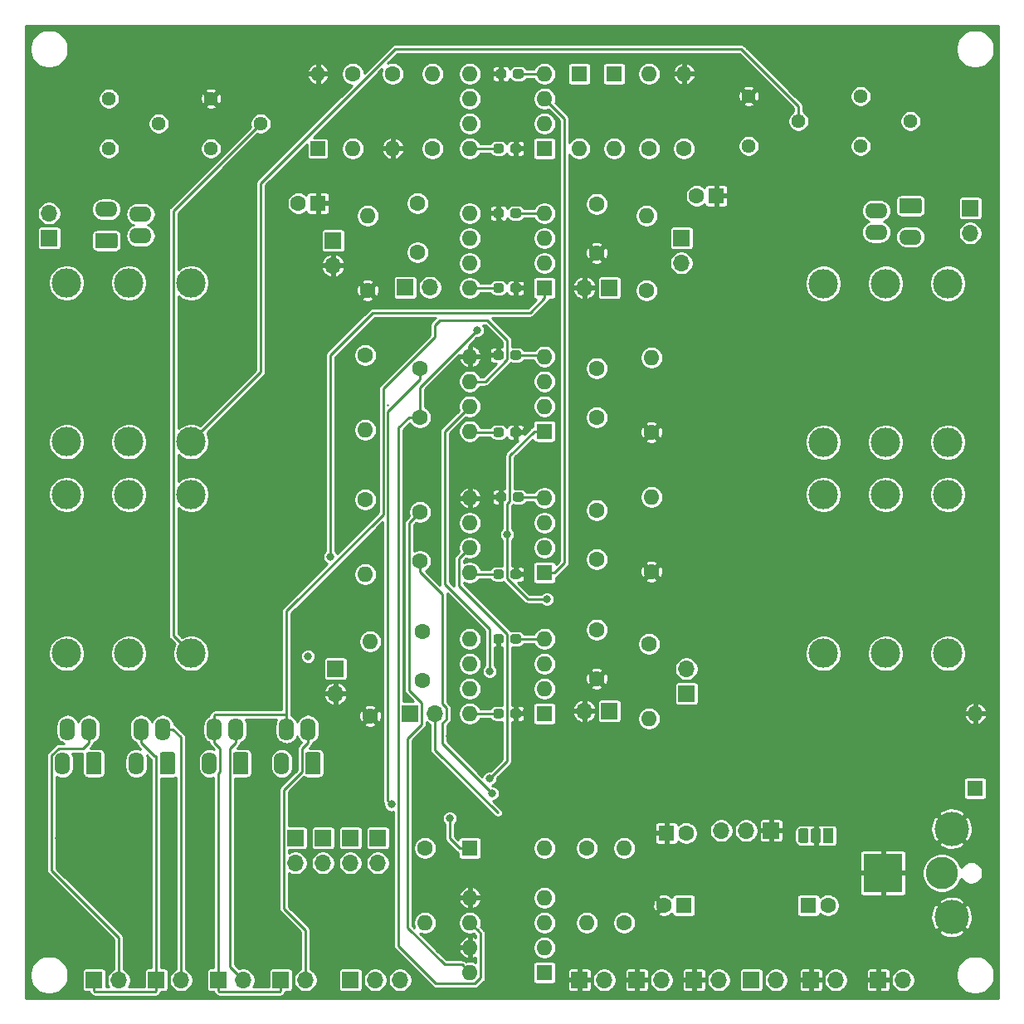
<source format=gbr>
G04 #@! TF.GenerationSoftware,KiCad,Pcbnew,(5.1.5)-3*
G04 #@! TF.CreationDate,2020-07-30T23:32:09-07:00*
G04 #@! TF.ProjectId,AnalogBoard_Rev0,416e616c-6f67-4426-9f61-72645f526576,rev?*
G04 #@! TF.SameCoordinates,Original*
G04 #@! TF.FileFunction,Copper,L4,Bot*
G04 #@! TF.FilePolarity,Positive*
%FSLAX46Y46*%
G04 Gerber Fmt 4.6, Leading zero omitted, Abs format (unit mm)*
G04 Created by KiCad (PCBNEW (5.1.5)-3) date 2020-07-30 23:32:09*
%MOMM*%
%LPD*%
G04 APERTURE LIST*
%ADD10O,1.700000X1.700000*%
%ADD11R,1.700000X1.700000*%
%ADD12C,1.600000*%
%ADD13R,1.600000X1.600000*%
%ADD14C,0.100000*%
%ADD15C,3.000000*%
%ADD16R,4.000000X4.000000*%
%ADD17C,3.300000*%
%ADD18C,3.500000*%
%ADD19C,1.440000*%
%ADD20O,2.290000X1.570000*%
%ADD21O,1.570000X2.290000*%
%ADD22O,1.600000X1.600000*%
%ADD23R,1.050000X1.500000*%
%ADD24R,1.500000X1.500000*%
%ADD25O,1.500000X1.500000*%
%ADD26C,0.800000*%
%ADD27C,0.250000*%
%ADD28C,0.254000*%
G04 APERTURE END LIST*
D10*
X121920000Y-132334000D03*
X124460000Y-132334000D03*
D11*
X127000000Y-132334000D03*
D10*
X89154000Y-147574000D03*
X86614000Y-147574000D03*
D11*
X84074000Y-147574000D03*
X137922000Y-147574000D03*
D10*
X140462000Y-147574000D03*
D12*
X116110000Y-139954000D03*
D13*
X118110000Y-139954000D03*
G04 #@! TA.AperFunction,SMDPad,CuDef*
D14*
G36*
X99765779Y-54644144D02*
G01*
X99788834Y-54647563D01*
X99811443Y-54653227D01*
X99833387Y-54661079D01*
X99854457Y-54671044D01*
X99874448Y-54683026D01*
X99893168Y-54696910D01*
X99910438Y-54712562D01*
X99926090Y-54729832D01*
X99939974Y-54748552D01*
X99951956Y-54768543D01*
X99961921Y-54789613D01*
X99969773Y-54811557D01*
X99975437Y-54834166D01*
X99978856Y-54857221D01*
X99980000Y-54880500D01*
X99980000Y-55355500D01*
X99978856Y-55378779D01*
X99975437Y-55401834D01*
X99969773Y-55424443D01*
X99961921Y-55446387D01*
X99951956Y-55467457D01*
X99939974Y-55487448D01*
X99926090Y-55506168D01*
X99910438Y-55523438D01*
X99893168Y-55539090D01*
X99874448Y-55552974D01*
X99854457Y-55564956D01*
X99833387Y-55574921D01*
X99811443Y-55582773D01*
X99788834Y-55588437D01*
X99765779Y-55591856D01*
X99742500Y-55593000D01*
X99167500Y-55593000D01*
X99144221Y-55591856D01*
X99121166Y-55588437D01*
X99098557Y-55582773D01*
X99076613Y-55574921D01*
X99055543Y-55564956D01*
X99035552Y-55552974D01*
X99016832Y-55539090D01*
X98999562Y-55523438D01*
X98983910Y-55506168D01*
X98970026Y-55487448D01*
X98958044Y-55467457D01*
X98948079Y-55446387D01*
X98940227Y-55424443D01*
X98934563Y-55401834D01*
X98931144Y-55378779D01*
X98930000Y-55355500D01*
X98930000Y-54880500D01*
X98931144Y-54857221D01*
X98934563Y-54834166D01*
X98940227Y-54811557D01*
X98948079Y-54789613D01*
X98958044Y-54768543D01*
X98970026Y-54748552D01*
X98983910Y-54729832D01*
X98999562Y-54712562D01*
X99016832Y-54696910D01*
X99035552Y-54683026D01*
X99055543Y-54671044D01*
X99076613Y-54661079D01*
X99098557Y-54653227D01*
X99121166Y-54647563D01*
X99144221Y-54644144D01*
X99167500Y-54643000D01*
X99742500Y-54643000D01*
X99765779Y-54644144D01*
G37*
G04 #@! TD.AperFunction*
G04 #@! TA.AperFunction,SMDPad,CuDef*
G36*
X101515779Y-54644144D02*
G01*
X101538834Y-54647563D01*
X101561443Y-54653227D01*
X101583387Y-54661079D01*
X101604457Y-54671044D01*
X101624448Y-54683026D01*
X101643168Y-54696910D01*
X101660438Y-54712562D01*
X101676090Y-54729832D01*
X101689974Y-54748552D01*
X101701956Y-54768543D01*
X101711921Y-54789613D01*
X101719773Y-54811557D01*
X101725437Y-54834166D01*
X101728856Y-54857221D01*
X101730000Y-54880500D01*
X101730000Y-55355500D01*
X101728856Y-55378779D01*
X101725437Y-55401834D01*
X101719773Y-55424443D01*
X101711921Y-55446387D01*
X101701956Y-55467457D01*
X101689974Y-55487448D01*
X101676090Y-55506168D01*
X101660438Y-55523438D01*
X101643168Y-55539090D01*
X101624448Y-55552974D01*
X101604457Y-55564956D01*
X101583387Y-55574921D01*
X101561443Y-55582773D01*
X101538834Y-55588437D01*
X101515779Y-55591856D01*
X101492500Y-55593000D01*
X100917500Y-55593000D01*
X100894221Y-55591856D01*
X100871166Y-55588437D01*
X100848557Y-55582773D01*
X100826613Y-55574921D01*
X100805543Y-55564956D01*
X100785552Y-55552974D01*
X100766832Y-55539090D01*
X100749562Y-55523438D01*
X100733910Y-55506168D01*
X100720026Y-55487448D01*
X100708044Y-55467457D01*
X100698079Y-55446387D01*
X100690227Y-55424443D01*
X100684563Y-55401834D01*
X100681144Y-55378779D01*
X100680000Y-55355500D01*
X100680000Y-54880500D01*
X100681144Y-54857221D01*
X100684563Y-54834166D01*
X100690227Y-54811557D01*
X100698079Y-54789613D01*
X100708044Y-54768543D01*
X100720026Y-54748552D01*
X100733910Y-54729832D01*
X100749562Y-54712562D01*
X100766832Y-54696910D01*
X100785552Y-54683026D01*
X100805543Y-54671044D01*
X100826613Y-54661079D01*
X100848557Y-54653227D01*
X100871166Y-54647563D01*
X100894221Y-54644144D01*
X100917500Y-54643000D01*
X101492500Y-54643000D01*
X101515779Y-54644144D01*
G37*
G04 #@! TD.AperFunction*
G04 #@! TA.AperFunction,SMDPad,CuDef*
G36*
X99511779Y-76488144D02*
G01*
X99534834Y-76491563D01*
X99557443Y-76497227D01*
X99579387Y-76505079D01*
X99600457Y-76515044D01*
X99620448Y-76527026D01*
X99639168Y-76540910D01*
X99656438Y-76556562D01*
X99672090Y-76573832D01*
X99685974Y-76592552D01*
X99697956Y-76612543D01*
X99707921Y-76633613D01*
X99715773Y-76655557D01*
X99721437Y-76678166D01*
X99724856Y-76701221D01*
X99726000Y-76724500D01*
X99726000Y-77199500D01*
X99724856Y-77222779D01*
X99721437Y-77245834D01*
X99715773Y-77268443D01*
X99707921Y-77290387D01*
X99697956Y-77311457D01*
X99685974Y-77331448D01*
X99672090Y-77350168D01*
X99656438Y-77367438D01*
X99639168Y-77383090D01*
X99620448Y-77396974D01*
X99600457Y-77408956D01*
X99579387Y-77418921D01*
X99557443Y-77426773D01*
X99534834Y-77432437D01*
X99511779Y-77435856D01*
X99488500Y-77437000D01*
X98913500Y-77437000D01*
X98890221Y-77435856D01*
X98867166Y-77432437D01*
X98844557Y-77426773D01*
X98822613Y-77418921D01*
X98801543Y-77408956D01*
X98781552Y-77396974D01*
X98762832Y-77383090D01*
X98745562Y-77367438D01*
X98729910Y-77350168D01*
X98716026Y-77331448D01*
X98704044Y-77311457D01*
X98694079Y-77290387D01*
X98686227Y-77268443D01*
X98680563Y-77245834D01*
X98677144Y-77222779D01*
X98676000Y-77199500D01*
X98676000Y-76724500D01*
X98677144Y-76701221D01*
X98680563Y-76678166D01*
X98686227Y-76655557D01*
X98694079Y-76633613D01*
X98704044Y-76612543D01*
X98716026Y-76592552D01*
X98729910Y-76573832D01*
X98745562Y-76556562D01*
X98762832Y-76540910D01*
X98781552Y-76527026D01*
X98801543Y-76515044D01*
X98822613Y-76505079D01*
X98844557Y-76497227D01*
X98867166Y-76491563D01*
X98890221Y-76488144D01*
X98913500Y-76487000D01*
X99488500Y-76487000D01*
X99511779Y-76488144D01*
G37*
G04 #@! TD.AperFunction*
G04 #@! TA.AperFunction,SMDPad,CuDef*
G36*
X101261779Y-76488144D02*
G01*
X101284834Y-76491563D01*
X101307443Y-76497227D01*
X101329387Y-76505079D01*
X101350457Y-76515044D01*
X101370448Y-76527026D01*
X101389168Y-76540910D01*
X101406438Y-76556562D01*
X101422090Y-76573832D01*
X101435974Y-76592552D01*
X101447956Y-76612543D01*
X101457921Y-76633613D01*
X101465773Y-76655557D01*
X101471437Y-76678166D01*
X101474856Y-76701221D01*
X101476000Y-76724500D01*
X101476000Y-77199500D01*
X101474856Y-77222779D01*
X101471437Y-77245834D01*
X101465773Y-77268443D01*
X101457921Y-77290387D01*
X101447956Y-77311457D01*
X101435974Y-77331448D01*
X101422090Y-77350168D01*
X101406438Y-77367438D01*
X101389168Y-77383090D01*
X101370448Y-77396974D01*
X101350457Y-77408956D01*
X101329387Y-77418921D01*
X101307443Y-77426773D01*
X101284834Y-77432437D01*
X101261779Y-77435856D01*
X101238500Y-77437000D01*
X100663500Y-77437000D01*
X100640221Y-77435856D01*
X100617166Y-77432437D01*
X100594557Y-77426773D01*
X100572613Y-77418921D01*
X100551543Y-77408956D01*
X100531552Y-77396974D01*
X100512832Y-77383090D01*
X100495562Y-77367438D01*
X100479910Y-77350168D01*
X100466026Y-77331448D01*
X100454044Y-77311457D01*
X100444079Y-77290387D01*
X100436227Y-77268443D01*
X100430563Y-77245834D01*
X100427144Y-77222779D01*
X100426000Y-77199500D01*
X100426000Y-76724500D01*
X100427144Y-76701221D01*
X100430563Y-76678166D01*
X100436227Y-76655557D01*
X100444079Y-76633613D01*
X100454044Y-76612543D01*
X100466026Y-76592552D01*
X100479910Y-76573832D01*
X100495562Y-76556562D01*
X100512832Y-76540910D01*
X100531552Y-76527026D01*
X100551543Y-76515044D01*
X100572613Y-76505079D01*
X100594557Y-76497227D01*
X100617166Y-76491563D01*
X100640221Y-76488144D01*
X100663500Y-76487000D01*
X101238500Y-76487000D01*
X101261779Y-76488144D01*
G37*
G04 #@! TD.AperFunction*
G04 #@! TA.AperFunction,SMDPad,CuDef*
G36*
X99511779Y-68868144D02*
G01*
X99534834Y-68871563D01*
X99557443Y-68877227D01*
X99579387Y-68885079D01*
X99600457Y-68895044D01*
X99620448Y-68907026D01*
X99639168Y-68920910D01*
X99656438Y-68936562D01*
X99672090Y-68953832D01*
X99685974Y-68972552D01*
X99697956Y-68992543D01*
X99707921Y-69013613D01*
X99715773Y-69035557D01*
X99721437Y-69058166D01*
X99724856Y-69081221D01*
X99726000Y-69104500D01*
X99726000Y-69579500D01*
X99724856Y-69602779D01*
X99721437Y-69625834D01*
X99715773Y-69648443D01*
X99707921Y-69670387D01*
X99697956Y-69691457D01*
X99685974Y-69711448D01*
X99672090Y-69730168D01*
X99656438Y-69747438D01*
X99639168Y-69763090D01*
X99620448Y-69776974D01*
X99600457Y-69788956D01*
X99579387Y-69798921D01*
X99557443Y-69806773D01*
X99534834Y-69812437D01*
X99511779Y-69815856D01*
X99488500Y-69817000D01*
X98913500Y-69817000D01*
X98890221Y-69815856D01*
X98867166Y-69812437D01*
X98844557Y-69806773D01*
X98822613Y-69798921D01*
X98801543Y-69788956D01*
X98781552Y-69776974D01*
X98762832Y-69763090D01*
X98745562Y-69747438D01*
X98729910Y-69730168D01*
X98716026Y-69711448D01*
X98704044Y-69691457D01*
X98694079Y-69670387D01*
X98686227Y-69648443D01*
X98680563Y-69625834D01*
X98677144Y-69602779D01*
X98676000Y-69579500D01*
X98676000Y-69104500D01*
X98677144Y-69081221D01*
X98680563Y-69058166D01*
X98686227Y-69035557D01*
X98694079Y-69013613D01*
X98704044Y-68992543D01*
X98716026Y-68972552D01*
X98729910Y-68953832D01*
X98745562Y-68936562D01*
X98762832Y-68920910D01*
X98781552Y-68907026D01*
X98801543Y-68895044D01*
X98822613Y-68885079D01*
X98844557Y-68877227D01*
X98867166Y-68871563D01*
X98890221Y-68868144D01*
X98913500Y-68867000D01*
X99488500Y-68867000D01*
X99511779Y-68868144D01*
G37*
G04 #@! TD.AperFunction*
G04 #@! TA.AperFunction,SMDPad,CuDef*
G36*
X101261779Y-68868144D02*
G01*
X101284834Y-68871563D01*
X101307443Y-68877227D01*
X101329387Y-68885079D01*
X101350457Y-68895044D01*
X101370448Y-68907026D01*
X101389168Y-68920910D01*
X101406438Y-68936562D01*
X101422090Y-68953832D01*
X101435974Y-68972552D01*
X101447956Y-68992543D01*
X101457921Y-69013613D01*
X101465773Y-69035557D01*
X101471437Y-69058166D01*
X101474856Y-69081221D01*
X101476000Y-69104500D01*
X101476000Y-69579500D01*
X101474856Y-69602779D01*
X101471437Y-69625834D01*
X101465773Y-69648443D01*
X101457921Y-69670387D01*
X101447956Y-69691457D01*
X101435974Y-69711448D01*
X101422090Y-69730168D01*
X101406438Y-69747438D01*
X101389168Y-69763090D01*
X101370448Y-69776974D01*
X101350457Y-69788956D01*
X101329387Y-69798921D01*
X101307443Y-69806773D01*
X101284834Y-69812437D01*
X101261779Y-69815856D01*
X101238500Y-69817000D01*
X100663500Y-69817000D01*
X100640221Y-69815856D01*
X100617166Y-69812437D01*
X100594557Y-69806773D01*
X100572613Y-69798921D01*
X100551543Y-69788956D01*
X100531552Y-69776974D01*
X100512832Y-69763090D01*
X100495562Y-69747438D01*
X100479910Y-69730168D01*
X100466026Y-69711448D01*
X100454044Y-69691457D01*
X100444079Y-69670387D01*
X100436227Y-69648443D01*
X100430563Y-69625834D01*
X100427144Y-69602779D01*
X100426000Y-69579500D01*
X100426000Y-69104500D01*
X100427144Y-69081221D01*
X100430563Y-69058166D01*
X100436227Y-69035557D01*
X100444079Y-69013613D01*
X100454044Y-68992543D01*
X100466026Y-68972552D01*
X100479910Y-68953832D01*
X100495562Y-68936562D01*
X100512832Y-68920910D01*
X100531552Y-68907026D01*
X100551543Y-68895044D01*
X100572613Y-68885079D01*
X100594557Y-68877227D01*
X100617166Y-68871563D01*
X100640221Y-68868144D01*
X100663500Y-68867000D01*
X101238500Y-68867000D01*
X101261779Y-68868144D01*
G37*
G04 #@! TD.AperFunction*
G04 #@! TA.AperFunction,SMDPad,CuDef*
G36*
X99511779Y-119922144D02*
G01*
X99534834Y-119925563D01*
X99557443Y-119931227D01*
X99579387Y-119939079D01*
X99600457Y-119949044D01*
X99620448Y-119961026D01*
X99639168Y-119974910D01*
X99656438Y-119990562D01*
X99672090Y-120007832D01*
X99685974Y-120026552D01*
X99697956Y-120046543D01*
X99707921Y-120067613D01*
X99715773Y-120089557D01*
X99721437Y-120112166D01*
X99724856Y-120135221D01*
X99726000Y-120158500D01*
X99726000Y-120633500D01*
X99724856Y-120656779D01*
X99721437Y-120679834D01*
X99715773Y-120702443D01*
X99707921Y-120724387D01*
X99697956Y-120745457D01*
X99685974Y-120765448D01*
X99672090Y-120784168D01*
X99656438Y-120801438D01*
X99639168Y-120817090D01*
X99620448Y-120830974D01*
X99600457Y-120842956D01*
X99579387Y-120852921D01*
X99557443Y-120860773D01*
X99534834Y-120866437D01*
X99511779Y-120869856D01*
X99488500Y-120871000D01*
X98913500Y-120871000D01*
X98890221Y-120869856D01*
X98867166Y-120866437D01*
X98844557Y-120860773D01*
X98822613Y-120852921D01*
X98801543Y-120842956D01*
X98781552Y-120830974D01*
X98762832Y-120817090D01*
X98745562Y-120801438D01*
X98729910Y-120784168D01*
X98716026Y-120765448D01*
X98704044Y-120745457D01*
X98694079Y-120724387D01*
X98686227Y-120702443D01*
X98680563Y-120679834D01*
X98677144Y-120656779D01*
X98676000Y-120633500D01*
X98676000Y-120158500D01*
X98677144Y-120135221D01*
X98680563Y-120112166D01*
X98686227Y-120089557D01*
X98694079Y-120067613D01*
X98704044Y-120046543D01*
X98716026Y-120026552D01*
X98729910Y-120007832D01*
X98745562Y-119990562D01*
X98762832Y-119974910D01*
X98781552Y-119961026D01*
X98801543Y-119949044D01*
X98822613Y-119939079D01*
X98844557Y-119931227D01*
X98867166Y-119925563D01*
X98890221Y-119922144D01*
X98913500Y-119921000D01*
X99488500Y-119921000D01*
X99511779Y-119922144D01*
G37*
G04 #@! TD.AperFunction*
G04 #@! TA.AperFunction,SMDPad,CuDef*
G36*
X101261779Y-119922144D02*
G01*
X101284834Y-119925563D01*
X101307443Y-119931227D01*
X101329387Y-119939079D01*
X101350457Y-119949044D01*
X101370448Y-119961026D01*
X101389168Y-119974910D01*
X101406438Y-119990562D01*
X101422090Y-120007832D01*
X101435974Y-120026552D01*
X101447956Y-120046543D01*
X101457921Y-120067613D01*
X101465773Y-120089557D01*
X101471437Y-120112166D01*
X101474856Y-120135221D01*
X101476000Y-120158500D01*
X101476000Y-120633500D01*
X101474856Y-120656779D01*
X101471437Y-120679834D01*
X101465773Y-120702443D01*
X101457921Y-120724387D01*
X101447956Y-120745457D01*
X101435974Y-120765448D01*
X101422090Y-120784168D01*
X101406438Y-120801438D01*
X101389168Y-120817090D01*
X101370448Y-120830974D01*
X101350457Y-120842956D01*
X101329387Y-120852921D01*
X101307443Y-120860773D01*
X101284834Y-120866437D01*
X101261779Y-120869856D01*
X101238500Y-120871000D01*
X100663500Y-120871000D01*
X100640221Y-120869856D01*
X100617166Y-120866437D01*
X100594557Y-120860773D01*
X100572613Y-120852921D01*
X100551543Y-120842956D01*
X100531552Y-120830974D01*
X100512832Y-120817090D01*
X100495562Y-120801438D01*
X100479910Y-120784168D01*
X100466026Y-120765448D01*
X100454044Y-120745457D01*
X100444079Y-120724387D01*
X100436227Y-120702443D01*
X100430563Y-120679834D01*
X100427144Y-120656779D01*
X100426000Y-120633500D01*
X100426000Y-120158500D01*
X100427144Y-120135221D01*
X100430563Y-120112166D01*
X100436227Y-120089557D01*
X100444079Y-120067613D01*
X100454044Y-120046543D01*
X100466026Y-120026552D01*
X100479910Y-120007832D01*
X100495562Y-119990562D01*
X100512832Y-119974910D01*
X100531552Y-119961026D01*
X100551543Y-119949044D01*
X100572613Y-119939079D01*
X100594557Y-119931227D01*
X100617166Y-119925563D01*
X100640221Y-119922144D01*
X100663500Y-119921000D01*
X101238500Y-119921000D01*
X101261779Y-119922144D01*
G37*
G04 #@! TD.AperFunction*
G04 #@! TA.AperFunction,SMDPad,CuDef*
G36*
X99511779Y-112302144D02*
G01*
X99534834Y-112305563D01*
X99557443Y-112311227D01*
X99579387Y-112319079D01*
X99600457Y-112329044D01*
X99620448Y-112341026D01*
X99639168Y-112354910D01*
X99656438Y-112370562D01*
X99672090Y-112387832D01*
X99685974Y-112406552D01*
X99697956Y-112426543D01*
X99707921Y-112447613D01*
X99715773Y-112469557D01*
X99721437Y-112492166D01*
X99724856Y-112515221D01*
X99726000Y-112538500D01*
X99726000Y-113013500D01*
X99724856Y-113036779D01*
X99721437Y-113059834D01*
X99715773Y-113082443D01*
X99707921Y-113104387D01*
X99697956Y-113125457D01*
X99685974Y-113145448D01*
X99672090Y-113164168D01*
X99656438Y-113181438D01*
X99639168Y-113197090D01*
X99620448Y-113210974D01*
X99600457Y-113222956D01*
X99579387Y-113232921D01*
X99557443Y-113240773D01*
X99534834Y-113246437D01*
X99511779Y-113249856D01*
X99488500Y-113251000D01*
X98913500Y-113251000D01*
X98890221Y-113249856D01*
X98867166Y-113246437D01*
X98844557Y-113240773D01*
X98822613Y-113232921D01*
X98801543Y-113222956D01*
X98781552Y-113210974D01*
X98762832Y-113197090D01*
X98745562Y-113181438D01*
X98729910Y-113164168D01*
X98716026Y-113145448D01*
X98704044Y-113125457D01*
X98694079Y-113104387D01*
X98686227Y-113082443D01*
X98680563Y-113059834D01*
X98677144Y-113036779D01*
X98676000Y-113013500D01*
X98676000Y-112538500D01*
X98677144Y-112515221D01*
X98680563Y-112492166D01*
X98686227Y-112469557D01*
X98694079Y-112447613D01*
X98704044Y-112426543D01*
X98716026Y-112406552D01*
X98729910Y-112387832D01*
X98745562Y-112370562D01*
X98762832Y-112354910D01*
X98781552Y-112341026D01*
X98801543Y-112329044D01*
X98822613Y-112319079D01*
X98844557Y-112311227D01*
X98867166Y-112305563D01*
X98890221Y-112302144D01*
X98913500Y-112301000D01*
X99488500Y-112301000D01*
X99511779Y-112302144D01*
G37*
G04 #@! TD.AperFunction*
G04 #@! TA.AperFunction,SMDPad,CuDef*
G36*
X101261779Y-112302144D02*
G01*
X101284834Y-112305563D01*
X101307443Y-112311227D01*
X101329387Y-112319079D01*
X101350457Y-112329044D01*
X101370448Y-112341026D01*
X101389168Y-112354910D01*
X101406438Y-112370562D01*
X101422090Y-112387832D01*
X101435974Y-112406552D01*
X101447956Y-112426543D01*
X101457921Y-112447613D01*
X101465773Y-112469557D01*
X101471437Y-112492166D01*
X101474856Y-112515221D01*
X101476000Y-112538500D01*
X101476000Y-113013500D01*
X101474856Y-113036779D01*
X101471437Y-113059834D01*
X101465773Y-113082443D01*
X101457921Y-113104387D01*
X101447956Y-113125457D01*
X101435974Y-113145448D01*
X101422090Y-113164168D01*
X101406438Y-113181438D01*
X101389168Y-113197090D01*
X101370448Y-113210974D01*
X101350457Y-113222956D01*
X101329387Y-113232921D01*
X101307443Y-113240773D01*
X101284834Y-113246437D01*
X101261779Y-113249856D01*
X101238500Y-113251000D01*
X100663500Y-113251000D01*
X100640221Y-113249856D01*
X100617166Y-113246437D01*
X100594557Y-113240773D01*
X100572613Y-113232921D01*
X100551543Y-113222956D01*
X100531552Y-113210974D01*
X100512832Y-113197090D01*
X100495562Y-113181438D01*
X100479910Y-113164168D01*
X100466026Y-113145448D01*
X100454044Y-113125457D01*
X100444079Y-113104387D01*
X100436227Y-113082443D01*
X100430563Y-113059834D01*
X100427144Y-113036779D01*
X100426000Y-113013500D01*
X100426000Y-112538500D01*
X100427144Y-112515221D01*
X100430563Y-112492166D01*
X100436227Y-112469557D01*
X100444079Y-112447613D01*
X100454044Y-112426543D01*
X100466026Y-112406552D01*
X100479910Y-112387832D01*
X100495562Y-112370562D01*
X100512832Y-112354910D01*
X100531552Y-112341026D01*
X100551543Y-112329044D01*
X100572613Y-112319079D01*
X100594557Y-112311227D01*
X100617166Y-112305563D01*
X100640221Y-112302144D01*
X100663500Y-112301000D01*
X101238500Y-112301000D01*
X101261779Y-112302144D01*
G37*
G04 #@! TD.AperFunction*
G04 #@! TA.AperFunction,SMDPad,CuDef*
G36*
X99511779Y-91220144D02*
G01*
X99534834Y-91223563D01*
X99557443Y-91229227D01*
X99579387Y-91237079D01*
X99600457Y-91247044D01*
X99620448Y-91259026D01*
X99639168Y-91272910D01*
X99656438Y-91288562D01*
X99672090Y-91305832D01*
X99685974Y-91324552D01*
X99697956Y-91344543D01*
X99707921Y-91365613D01*
X99715773Y-91387557D01*
X99721437Y-91410166D01*
X99724856Y-91433221D01*
X99726000Y-91456500D01*
X99726000Y-91931500D01*
X99724856Y-91954779D01*
X99721437Y-91977834D01*
X99715773Y-92000443D01*
X99707921Y-92022387D01*
X99697956Y-92043457D01*
X99685974Y-92063448D01*
X99672090Y-92082168D01*
X99656438Y-92099438D01*
X99639168Y-92115090D01*
X99620448Y-92128974D01*
X99600457Y-92140956D01*
X99579387Y-92150921D01*
X99557443Y-92158773D01*
X99534834Y-92164437D01*
X99511779Y-92167856D01*
X99488500Y-92169000D01*
X98913500Y-92169000D01*
X98890221Y-92167856D01*
X98867166Y-92164437D01*
X98844557Y-92158773D01*
X98822613Y-92150921D01*
X98801543Y-92140956D01*
X98781552Y-92128974D01*
X98762832Y-92115090D01*
X98745562Y-92099438D01*
X98729910Y-92082168D01*
X98716026Y-92063448D01*
X98704044Y-92043457D01*
X98694079Y-92022387D01*
X98686227Y-92000443D01*
X98680563Y-91977834D01*
X98677144Y-91954779D01*
X98676000Y-91931500D01*
X98676000Y-91456500D01*
X98677144Y-91433221D01*
X98680563Y-91410166D01*
X98686227Y-91387557D01*
X98694079Y-91365613D01*
X98704044Y-91344543D01*
X98716026Y-91324552D01*
X98729910Y-91305832D01*
X98745562Y-91288562D01*
X98762832Y-91272910D01*
X98781552Y-91259026D01*
X98801543Y-91247044D01*
X98822613Y-91237079D01*
X98844557Y-91229227D01*
X98867166Y-91223563D01*
X98890221Y-91220144D01*
X98913500Y-91219000D01*
X99488500Y-91219000D01*
X99511779Y-91220144D01*
G37*
G04 #@! TD.AperFunction*
G04 #@! TA.AperFunction,SMDPad,CuDef*
G36*
X101261779Y-91220144D02*
G01*
X101284834Y-91223563D01*
X101307443Y-91229227D01*
X101329387Y-91237079D01*
X101350457Y-91247044D01*
X101370448Y-91259026D01*
X101389168Y-91272910D01*
X101406438Y-91288562D01*
X101422090Y-91305832D01*
X101435974Y-91324552D01*
X101447956Y-91344543D01*
X101457921Y-91365613D01*
X101465773Y-91387557D01*
X101471437Y-91410166D01*
X101474856Y-91433221D01*
X101476000Y-91456500D01*
X101476000Y-91931500D01*
X101474856Y-91954779D01*
X101471437Y-91977834D01*
X101465773Y-92000443D01*
X101457921Y-92022387D01*
X101447956Y-92043457D01*
X101435974Y-92063448D01*
X101422090Y-92082168D01*
X101406438Y-92099438D01*
X101389168Y-92115090D01*
X101370448Y-92128974D01*
X101350457Y-92140956D01*
X101329387Y-92150921D01*
X101307443Y-92158773D01*
X101284834Y-92164437D01*
X101261779Y-92167856D01*
X101238500Y-92169000D01*
X100663500Y-92169000D01*
X100640221Y-92167856D01*
X100617166Y-92164437D01*
X100594557Y-92158773D01*
X100572613Y-92150921D01*
X100551543Y-92140956D01*
X100531552Y-92128974D01*
X100512832Y-92115090D01*
X100495562Y-92099438D01*
X100479910Y-92082168D01*
X100466026Y-92063448D01*
X100454044Y-92043457D01*
X100444079Y-92022387D01*
X100436227Y-92000443D01*
X100430563Y-91977834D01*
X100427144Y-91954779D01*
X100426000Y-91931500D01*
X100426000Y-91456500D01*
X100427144Y-91433221D01*
X100430563Y-91410166D01*
X100436227Y-91387557D01*
X100444079Y-91365613D01*
X100454044Y-91344543D01*
X100466026Y-91324552D01*
X100479910Y-91305832D01*
X100495562Y-91288562D01*
X100512832Y-91272910D01*
X100531552Y-91259026D01*
X100551543Y-91247044D01*
X100572613Y-91237079D01*
X100594557Y-91229227D01*
X100617166Y-91223563D01*
X100640221Y-91220144D01*
X100663500Y-91219000D01*
X101238500Y-91219000D01*
X101261779Y-91220144D01*
G37*
G04 #@! TD.AperFunction*
G04 #@! TA.AperFunction,SMDPad,CuDef*
G36*
X99511779Y-83346144D02*
G01*
X99534834Y-83349563D01*
X99557443Y-83355227D01*
X99579387Y-83363079D01*
X99600457Y-83373044D01*
X99620448Y-83385026D01*
X99639168Y-83398910D01*
X99656438Y-83414562D01*
X99672090Y-83431832D01*
X99685974Y-83450552D01*
X99697956Y-83470543D01*
X99707921Y-83491613D01*
X99715773Y-83513557D01*
X99721437Y-83536166D01*
X99724856Y-83559221D01*
X99726000Y-83582500D01*
X99726000Y-84057500D01*
X99724856Y-84080779D01*
X99721437Y-84103834D01*
X99715773Y-84126443D01*
X99707921Y-84148387D01*
X99697956Y-84169457D01*
X99685974Y-84189448D01*
X99672090Y-84208168D01*
X99656438Y-84225438D01*
X99639168Y-84241090D01*
X99620448Y-84254974D01*
X99600457Y-84266956D01*
X99579387Y-84276921D01*
X99557443Y-84284773D01*
X99534834Y-84290437D01*
X99511779Y-84293856D01*
X99488500Y-84295000D01*
X98913500Y-84295000D01*
X98890221Y-84293856D01*
X98867166Y-84290437D01*
X98844557Y-84284773D01*
X98822613Y-84276921D01*
X98801543Y-84266956D01*
X98781552Y-84254974D01*
X98762832Y-84241090D01*
X98745562Y-84225438D01*
X98729910Y-84208168D01*
X98716026Y-84189448D01*
X98704044Y-84169457D01*
X98694079Y-84148387D01*
X98686227Y-84126443D01*
X98680563Y-84103834D01*
X98677144Y-84080779D01*
X98676000Y-84057500D01*
X98676000Y-83582500D01*
X98677144Y-83559221D01*
X98680563Y-83536166D01*
X98686227Y-83513557D01*
X98694079Y-83491613D01*
X98704044Y-83470543D01*
X98716026Y-83450552D01*
X98729910Y-83431832D01*
X98745562Y-83414562D01*
X98762832Y-83398910D01*
X98781552Y-83385026D01*
X98801543Y-83373044D01*
X98822613Y-83363079D01*
X98844557Y-83355227D01*
X98867166Y-83349563D01*
X98890221Y-83346144D01*
X98913500Y-83345000D01*
X99488500Y-83345000D01*
X99511779Y-83346144D01*
G37*
G04 #@! TD.AperFunction*
G04 #@! TA.AperFunction,SMDPad,CuDef*
G36*
X101261779Y-83346144D02*
G01*
X101284834Y-83349563D01*
X101307443Y-83355227D01*
X101329387Y-83363079D01*
X101350457Y-83373044D01*
X101370448Y-83385026D01*
X101389168Y-83398910D01*
X101406438Y-83414562D01*
X101422090Y-83431832D01*
X101435974Y-83450552D01*
X101447956Y-83470543D01*
X101457921Y-83491613D01*
X101465773Y-83513557D01*
X101471437Y-83536166D01*
X101474856Y-83559221D01*
X101476000Y-83582500D01*
X101476000Y-84057500D01*
X101474856Y-84080779D01*
X101471437Y-84103834D01*
X101465773Y-84126443D01*
X101457921Y-84148387D01*
X101447956Y-84169457D01*
X101435974Y-84189448D01*
X101422090Y-84208168D01*
X101406438Y-84225438D01*
X101389168Y-84241090D01*
X101370448Y-84254974D01*
X101350457Y-84266956D01*
X101329387Y-84276921D01*
X101307443Y-84284773D01*
X101284834Y-84290437D01*
X101261779Y-84293856D01*
X101238500Y-84295000D01*
X100663500Y-84295000D01*
X100640221Y-84293856D01*
X100617166Y-84290437D01*
X100594557Y-84284773D01*
X100572613Y-84276921D01*
X100551543Y-84266956D01*
X100531552Y-84254974D01*
X100512832Y-84241090D01*
X100495562Y-84225438D01*
X100479910Y-84208168D01*
X100466026Y-84189448D01*
X100454044Y-84169457D01*
X100444079Y-84148387D01*
X100436227Y-84126443D01*
X100430563Y-84103834D01*
X100427144Y-84080779D01*
X100426000Y-84057500D01*
X100426000Y-83582500D01*
X100427144Y-83559221D01*
X100430563Y-83536166D01*
X100436227Y-83513557D01*
X100444079Y-83491613D01*
X100454044Y-83470543D01*
X100466026Y-83450552D01*
X100479910Y-83431832D01*
X100495562Y-83414562D01*
X100512832Y-83398910D01*
X100531552Y-83385026D01*
X100551543Y-83373044D01*
X100572613Y-83363079D01*
X100594557Y-83355227D01*
X100617166Y-83349563D01*
X100640221Y-83346144D01*
X100663500Y-83345000D01*
X101238500Y-83345000D01*
X101261779Y-83346144D01*
G37*
G04 #@! TD.AperFunction*
G04 #@! TA.AperFunction,SMDPad,CuDef*
G36*
X99511779Y-62264144D02*
G01*
X99534834Y-62267563D01*
X99557443Y-62273227D01*
X99579387Y-62281079D01*
X99600457Y-62291044D01*
X99620448Y-62303026D01*
X99639168Y-62316910D01*
X99656438Y-62332562D01*
X99672090Y-62349832D01*
X99685974Y-62368552D01*
X99697956Y-62388543D01*
X99707921Y-62409613D01*
X99715773Y-62431557D01*
X99721437Y-62454166D01*
X99724856Y-62477221D01*
X99726000Y-62500500D01*
X99726000Y-62975500D01*
X99724856Y-62998779D01*
X99721437Y-63021834D01*
X99715773Y-63044443D01*
X99707921Y-63066387D01*
X99697956Y-63087457D01*
X99685974Y-63107448D01*
X99672090Y-63126168D01*
X99656438Y-63143438D01*
X99639168Y-63159090D01*
X99620448Y-63172974D01*
X99600457Y-63184956D01*
X99579387Y-63194921D01*
X99557443Y-63202773D01*
X99534834Y-63208437D01*
X99511779Y-63211856D01*
X99488500Y-63213000D01*
X98913500Y-63213000D01*
X98890221Y-63211856D01*
X98867166Y-63208437D01*
X98844557Y-63202773D01*
X98822613Y-63194921D01*
X98801543Y-63184956D01*
X98781552Y-63172974D01*
X98762832Y-63159090D01*
X98745562Y-63143438D01*
X98729910Y-63126168D01*
X98716026Y-63107448D01*
X98704044Y-63087457D01*
X98694079Y-63066387D01*
X98686227Y-63044443D01*
X98680563Y-63021834D01*
X98677144Y-62998779D01*
X98676000Y-62975500D01*
X98676000Y-62500500D01*
X98677144Y-62477221D01*
X98680563Y-62454166D01*
X98686227Y-62431557D01*
X98694079Y-62409613D01*
X98704044Y-62388543D01*
X98716026Y-62368552D01*
X98729910Y-62349832D01*
X98745562Y-62332562D01*
X98762832Y-62316910D01*
X98781552Y-62303026D01*
X98801543Y-62291044D01*
X98822613Y-62281079D01*
X98844557Y-62273227D01*
X98867166Y-62267563D01*
X98890221Y-62264144D01*
X98913500Y-62263000D01*
X99488500Y-62263000D01*
X99511779Y-62264144D01*
G37*
G04 #@! TD.AperFunction*
G04 #@! TA.AperFunction,SMDPad,CuDef*
G36*
X101261779Y-62264144D02*
G01*
X101284834Y-62267563D01*
X101307443Y-62273227D01*
X101329387Y-62281079D01*
X101350457Y-62291044D01*
X101370448Y-62303026D01*
X101389168Y-62316910D01*
X101406438Y-62332562D01*
X101422090Y-62349832D01*
X101435974Y-62368552D01*
X101447956Y-62388543D01*
X101457921Y-62409613D01*
X101465773Y-62431557D01*
X101471437Y-62454166D01*
X101474856Y-62477221D01*
X101476000Y-62500500D01*
X101476000Y-62975500D01*
X101474856Y-62998779D01*
X101471437Y-63021834D01*
X101465773Y-63044443D01*
X101457921Y-63066387D01*
X101447956Y-63087457D01*
X101435974Y-63107448D01*
X101422090Y-63126168D01*
X101406438Y-63143438D01*
X101389168Y-63159090D01*
X101370448Y-63172974D01*
X101350457Y-63184956D01*
X101329387Y-63194921D01*
X101307443Y-63202773D01*
X101284834Y-63208437D01*
X101261779Y-63211856D01*
X101238500Y-63213000D01*
X100663500Y-63213000D01*
X100640221Y-63211856D01*
X100617166Y-63208437D01*
X100594557Y-63202773D01*
X100572613Y-63194921D01*
X100551543Y-63184956D01*
X100531552Y-63172974D01*
X100512832Y-63159090D01*
X100495562Y-63143438D01*
X100479910Y-63126168D01*
X100466026Y-63107448D01*
X100454044Y-63087457D01*
X100444079Y-63066387D01*
X100436227Y-63044443D01*
X100430563Y-63021834D01*
X100427144Y-62998779D01*
X100426000Y-62975500D01*
X100426000Y-62500500D01*
X100427144Y-62477221D01*
X100430563Y-62454166D01*
X100436227Y-62431557D01*
X100444079Y-62409613D01*
X100454044Y-62388543D01*
X100466026Y-62368552D01*
X100479910Y-62349832D01*
X100495562Y-62332562D01*
X100512832Y-62316910D01*
X100531552Y-62303026D01*
X100551543Y-62291044D01*
X100572613Y-62281079D01*
X100594557Y-62273227D01*
X100617166Y-62267563D01*
X100640221Y-62264144D01*
X100663500Y-62263000D01*
X101238500Y-62263000D01*
X101261779Y-62264144D01*
G37*
G04 #@! TD.AperFunction*
G04 #@! TA.AperFunction,SMDPad,CuDef*
G36*
X99765779Y-97824144D02*
G01*
X99788834Y-97827563D01*
X99811443Y-97833227D01*
X99833387Y-97841079D01*
X99854457Y-97851044D01*
X99874448Y-97863026D01*
X99893168Y-97876910D01*
X99910438Y-97892562D01*
X99926090Y-97909832D01*
X99939974Y-97928552D01*
X99951956Y-97948543D01*
X99961921Y-97969613D01*
X99969773Y-97991557D01*
X99975437Y-98014166D01*
X99978856Y-98037221D01*
X99980000Y-98060500D01*
X99980000Y-98535500D01*
X99978856Y-98558779D01*
X99975437Y-98581834D01*
X99969773Y-98604443D01*
X99961921Y-98626387D01*
X99951956Y-98647457D01*
X99939974Y-98667448D01*
X99926090Y-98686168D01*
X99910438Y-98703438D01*
X99893168Y-98719090D01*
X99874448Y-98732974D01*
X99854457Y-98744956D01*
X99833387Y-98754921D01*
X99811443Y-98762773D01*
X99788834Y-98768437D01*
X99765779Y-98771856D01*
X99742500Y-98773000D01*
X99167500Y-98773000D01*
X99144221Y-98771856D01*
X99121166Y-98768437D01*
X99098557Y-98762773D01*
X99076613Y-98754921D01*
X99055543Y-98744956D01*
X99035552Y-98732974D01*
X99016832Y-98719090D01*
X98999562Y-98703438D01*
X98983910Y-98686168D01*
X98970026Y-98667448D01*
X98958044Y-98647457D01*
X98948079Y-98626387D01*
X98940227Y-98604443D01*
X98934563Y-98581834D01*
X98931144Y-98558779D01*
X98930000Y-98535500D01*
X98930000Y-98060500D01*
X98931144Y-98037221D01*
X98934563Y-98014166D01*
X98940227Y-97991557D01*
X98948079Y-97969613D01*
X98958044Y-97948543D01*
X98970026Y-97928552D01*
X98983910Y-97909832D01*
X98999562Y-97892562D01*
X99016832Y-97876910D01*
X99035552Y-97863026D01*
X99055543Y-97851044D01*
X99076613Y-97841079D01*
X99098557Y-97833227D01*
X99121166Y-97827563D01*
X99144221Y-97824144D01*
X99167500Y-97823000D01*
X99742500Y-97823000D01*
X99765779Y-97824144D01*
G37*
G04 #@! TD.AperFunction*
G04 #@! TA.AperFunction,SMDPad,CuDef*
G36*
X101515779Y-97824144D02*
G01*
X101538834Y-97827563D01*
X101561443Y-97833227D01*
X101583387Y-97841079D01*
X101604457Y-97851044D01*
X101624448Y-97863026D01*
X101643168Y-97876910D01*
X101660438Y-97892562D01*
X101676090Y-97909832D01*
X101689974Y-97928552D01*
X101701956Y-97948543D01*
X101711921Y-97969613D01*
X101719773Y-97991557D01*
X101725437Y-98014166D01*
X101728856Y-98037221D01*
X101730000Y-98060500D01*
X101730000Y-98535500D01*
X101728856Y-98558779D01*
X101725437Y-98581834D01*
X101719773Y-98604443D01*
X101711921Y-98626387D01*
X101701956Y-98647457D01*
X101689974Y-98667448D01*
X101676090Y-98686168D01*
X101660438Y-98703438D01*
X101643168Y-98719090D01*
X101624448Y-98732974D01*
X101604457Y-98744956D01*
X101583387Y-98754921D01*
X101561443Y-98762773D01*
X101538834Y-98768437D01*
X101515779Y-98771856D01*
X101492500Y-98773000D01*
X100917500Y-98773000D01*
X100894221Y-98771856D01*
X100871166Y-98768437D01*
X100848557Y-98762773D01*
X100826613Y-98754921D01*
X100805543Y-98744956D01*
X100785552Y-98732974D01*
X100766832Y-98719090D01*
X100749562Y-98703438D01*
X100733910Y-98686168D01*
X100720026Y-98667448D01*
X100708044Y-98647457D01*
X100698079Y-98626387D01*
X100690227Y-98604443D01*
X100684563Y-98581834D01*
X100681144Y-98558779D01*
X100680000Y-98535500D01*
X100680000Y-98060500D01*
X100681144Y-98037221D01*
X100684563Y-98014166D01*
X100690227Y-97991557D01*
X100698079Y-97969613D01*
X100708044Y-97948543D01*
X100720026Y-97928552D01*
X100733910Y-97909832D01*
X100749562Y-97892562D01*
X100766832Y-97876910D01*
X100785552Y-97863026D01*
X100805543Y-97851044D01*
X100826613Y-97841079D01*
X100848557Y-97833227D01*
X100871166Y-97827563D01*
X100894221Y-97824144D01*
X100917500Y-97823000D01*
X101492500Y-97823000D01*
X101515779Y-97824144D01*
G37*
G04 #@! TD.AperFunction*
G04 #@! TA.AperFunction,SMDPad,CuDef*
G36*
X99511779Y-105698144D02*
G01*
X99534834Y-105701563D01*
X99557443Y-105707227D01*
X99579387Y-105715079D01*
X99600457Y-105725044D01*
X99620448Y-105737026D01*
X99639168Y-105750910D01*
X99656438Y-105766562D01*
X99672090Y-105783832D01*
X99685974Y-105802552D01*
X99697956Y-105822543D01*
X99707921Y-105843613D01*
X99715773Y-105865557D01*
X99721437Y-105888166D01*
X99724856Y-105911221D01*
X99726000Y-105934500D01*
X99726000Y-106409500D01*
X99724856Y-106432779D01*
X99721437Y-106455834D01*
X99715773Y-106478443D01*
X99707921Y-106500387D01*
X99697956Y-106521457D01*
X99685974Y-106541448D01*
X99672090Y-106560168D01*
X99656438Y-106577438D01*
X99639168Y-106593090D01*
X99620448Y-106606974D01*
X99600457Y-106618956D01*
X99579387Y-106628921D01*
X99557443Y-106636773D01*
X99534834Y-106642437D01*
X99511779Y-106645856D01*
X99488500Y-106647000D01*
X98913500Y-106647000D01*
X98890221Y-106645856D01*
X98867166Y-106642437D01*
X98844557Y-106636773D01*
X98822613Y-106628921D01*
X98801543Y-106618956D01*
X98781552Y-106606974D01*
X98762832Y-106593090D01*
X98745562Y-106577438D01*
X98729910Y-106560168D01*
X98716026Y-106541448D01*
X98704044Y-106521457D01*
X98694079Y-106500387D01*
X98686227Y-106478443D01*
X98680563Y-106455834D01*
X98677144Y-106432779D01*
X98676000Y-106409500D01*
X98676000Y-105934500D01*
X98677144Y-105911221D01*
X98680563Y-105888166D01*
X98686227Y-105865557D01*
X98694079Y-105843613D01*
X98704044Y-105822543D01*
X98716026Y-105802552D01*
X98729910Y-105783832D01*
X98745562Y-105766562D01*
X98762832Y-105750910D01*
X98781552Y-105737026D01*
X98801543Y-105725044D01*
X98822613Y-105715079D01*
X98844557Y-105707227D01*
X98867166Y-105701563D01*
X98890221Y-105698144D01*
X98913500Y-105697000D01*
X99488500Y-105697000D01*
X99511779Y-105698144D01*
G37*
G04 #@! TD.AperFunction*
G04 #@! TA.AperFunction,SMDPad,CuDef*
G36*
X101261779Y-105698144D02*
G01*
X101284834Y-105701563D01*
X101307443Y-105707227D01*
X101329387Y-105715079D01*
X101350457Y-105725044D01*
X101370448Y-105737026D01*
X101389168Y-105750910D01*
X101406438Y-105766562D01*
X101422090Y-105783832D01*
X101435974Y-105802552D01*
X101447956Y-105822543D01*
X101457921Y-105843613D01*
X101465773Y-105865557D01*
X101471437Y-105888166D01*
X101474856Y-105911221D01*
X101476000Y-105934500D01*
X101476000Y-106409500D01*
X101474856Y-106432779D01*
X101471437Y-106455834D01*
X101465773Y-106478443D01*
X101457921Y-106500387D01*
X101447956Y-106521457D01*
X101435974Y-106541448D01*
X101422090Y-106560168D01*
X101406438Y-106577438D01*
X101389168Y-106593090D01*
X101370448Y-106606974D01*
X101350457Y-106618956D01*
X101329387Y-106628921D01*
X101307443Y-106636773D01*
X101284834Y-106642437D01*
X101261779Y-106645856D01*
X101238500Y-106647000D01*
X100663500Y-106647000D01*
X100640221Y-106645856D01*
X100617166Y-106642437D01*
X100594557Y-106636773D01*
X100572613Y-106628921D01*
X100551543Y-106618956D01*
X100531552Y-106606974D01*
X100512832Y-106593090D01*
X100495562Y-106577438D01*
X100479910Y-106560168D01*
X100466026Y-106541448D01*
X100454044Y-106521457D01*
X100444079Y-106500387D01*
X100436227Y-106478443D01*
X100430563Y-106455834D01*
X100427144Y-106432779D01*
X100426000Y-106409500D01*
X100426000Y-105934500D01*
X100427144Y-105911221D01*
X100430563Y-105888166D01*
X100436227Y-105865557D01*
X100444079Y-105843613D01*
X100454044Y-105822543D01*
X100466026Y-105802552D01*
X100479910Y-105783832D01*
X100495562Y-105766562D01*
X100512832Y-105750910D01*
X100531552Y-105737026D01*
X100551543Y-105725044D01*
X100572613Y-105715079D01*
X100594557Y-105707227D01*
X100617166Y-105701563D01*
X100640221Y-105698144D01*
X100663500Y-105697000D01*
X101238500Y-105697000D01*
X101261779Y-105698144D01*
G37*
G04 #@! TD.AperFunction*
D15*
X132334000Y-92710000D03*
X132334000Y-76510000D03*
X138684000Y-92710000D03*
X145034000Y-92710000D03*
X138684000Y-76510000D03*
X145034000Y-76510000D03*
X67818000Y-76454000D03*
X67818000Y-92654000D03*
X61468000Y-76454000D03*
X55118000Y-76454000D03*
X61468000Y-92654000D03*
X55118000Y-92654000D03*
X67818000Y-98044000D03*
X67818000Y-114244000D03*
X61468000Y-98044000D03*
X55118000Y-98044000D03*
X61468000Y-114244000D03*
X55118000Y-114244000D03*
X132334000Y-114244000D03*
X132334000Y-98044000D03*
X138684000Y-114244000D03*
X145034000Y-114244000D03*
X138684000Y-98044000D03*
X145034000Y-98044000D03*
D11*
X119126000Y-147574000D03*
D10*
X121666000Y-147574000D03*
D11*
X107442000Y-147574000D03*
D10*
X109982000Y-147574000D03*
D11*
X124968000Y-147574000D03*
D10*
X127508000Y-147574000D03*
D16*
X138430000Y-136652000D03*
D17*
X144430000Y-136652000D03*
D18*
X145430000Y-141152000D03*
X145430000Y-132152000D03*
D11*
X76962000Y-147574000D03*
D10*
X79502000Y-147574000D03*
D11*
X70612000Y-147574000D03*
D10*
X73152000Y-147574000D03*
D19*
X124714000Y-57404000D03*
X129794000Y-59944000D03*
X124714000Y-62484000D03*
X69850000Y-57658000D03*
X74930000Y-60198000D03*
X69850000Y-62738000D03*
X136144000Y-57404000D03*
X141224000Y-59944000D03*
X136144000Y-62484000D03*
X59436000Y-57658000D03*
X64516000Y-60198000D03*
X59436000Y-62738000D03*
D20*
X137724000Y-69080000D03*
X137724000Y-71280000D03*
X141224000Y-71780000D03*
G04 #@! TA.AperFunction,ComponentPad*
D14*
G36*
X142143838Y-67796202D02*
G01*
X142168070Y-67799797D01*
X142191834Y-67805749D01*
X142214899Y-67814002D01*
X142237045Y-67824476D01*
X142258057Y-67837070D01*
X142277734Y-67851663D01*
X142295885Y-67868115D01*
X142312337Y-67886266D01*
X142326930Y-67905943D01*
X142339524Y-67926955D01*
X142349998Y-67949101D01*
X142358251Y-67972166D01*
X142364203Y-67995930D01*
X142367798Y-68020162D01*
X142369000Y-68044630D01*
X142369000Y-69115370D01*
X142367798Y-69139838D01*
X142364203Y-69164070D01*
X142358251Y-69187834D01*
X142349998Y-69210899D01*
X142339524Y-69233045D01*
X142326930Y-69254057D01*
X142312337Y-69273734D01*
X142295885Y-69291885D01*
X142277734Y-69308337D01*
X142258057Y-69322930D01*
X142237045Y-69335524D01*
X142214899Y-69345998D01*
X142191834Y-69354251D01*
X142168070Y-69360203D01*
X142143838Y-69363798D01*
X142119370Y-69365000D01*
X140328630Y-69365000D01*
X140304162Y-69363798D01*
X140279930Y-69360203D01*
X140256166Y-69354251D01*
X140233101Y-69345998D01*
X140210955Y-69335524D01*
X140189943Y-69322930D01*
X140170266Y-69308337D01*
X140152115Y-69291885D01*
X140135663Y-69273734D01*
X140121070Y-69254057D01*
X140108476Y-69233045D01*
X140098002Y-69210899D01*
X140089749Y-69187834D01*
X140083797Y-69164070D01*
X140080202Y-69139838D01*
X140079000Y-69115370D01*
X140079000Y-68044630D01*
X140080202Y-68020162D01*
X140083797Y-67995930D01*
X140089749Y-67972166D01*
X140098002Y-67949101D01*
X140108476Y-67926955D01*
X140121070Y-67905943D01*
X140135663Y-67886266D01*
X140152115Y-67868115D01*
X140170266Y-67851663D01*
X140189943Y-67837070D01*
X140210955Y-67824476D01*
X140233101Y-67814002D01*
X140256166Y-67805749D01*
X140279930Y-67799797D01*
X140304162Y-67796202D01*
X140328630Y-67795000D01*
X142119370Y-67795000D01*
X142143838Y-67796202D01*
G37*
G04 #@! TD.AperFunction*
D20*
X62682000Y-71636000D03*
X62682000Y-69436000D03*
X59182000Y-68936000D03*
G04 #@! TA.AperFunction,ComponentPad*
D14*
G36*
X60101838Y-71352202D02*
G01*
X60126070Y-71355797D01*
X60149834Y-71361749D01*
X60172899Y-71370002D01*
X60195045Y-71380476D01*
X60216057Y-71393070D01*
X60235734Y-71407663D01*
X60253885Y-71424115D01*
X60270337Y-71442266D01*
X60284930Y-71461943D01*
X60297524Y-71482955D01*
X60307998Y-71505101D01*
X60316251Y-71528166D01*
X60322203Y-71551930D01*
X60325798Y-71576162D01*
X60327000Y-71600630D01*
X60327000Y-72671370D01*
X60325798Y-72695838D01*
X60322203Y-72720070D01*
X60316251Y-72743834D01*
X60307998Y-72766899D01*
X60297524Y-72789045D01*
X60284930Y-72810057D01*
X60270337Y-72829734D01*
X60253885Y-72847885D01*
X60235734Y-72864337D01*
X60216057Y-72878930D01*
X60195045Y-72891524D01*
X60172899Y-72901998D01*
X60149834Y-72910251D01*
X60126070Y-72916203D01*
X60101838Y-72919798D01*
X60077370Y-72921000D01*
X58286630Y-72921000D01*
X58262162Y-72919798D01*
X58237930Y-72916203D01*
X58214166Y-72910251D01*
X58191101Y-72901998D01*
X58168955Y-72891524D01*
X58147943Y-72878930D01*
X58128266Y-72864337D01*
X58110115Y-72847885D01*
X58093663Y-72829734D01*
X58079070Y-72810057D01*
X58066476Y-72789045D01*
X58056002Y-72766899D01*
X58047749Y-72743834D01*
X58041797Y-72720070D01*
X58038202Y-72695838D01*
X58037000Y-72671370D01*
X58037000Y-71600630D01*
X58038202Y-71576162D01*
X58041797Y-71551930D01*
X58047749Y-71528166D01*
X58056002Y-71505101D01*
X58066476Y-71482955D01*
X58079070Y-71461943D01*
X58093663Y-71442266D01*
X58110115Y-71424115D01*
X58128266Y-71407663D01*
X58147943Y-71393070D01*
X58168955Y-71380476D01*
X58191101Y-71370002D01*
X58214166Y-71361749D01*
X58237930Y-71355797D01*
X58262162Y-71352202D01*
X58286630Y-71351000D01*
X60077370Y-71351000D01*
X60101838Y-71352202D01*
G37*
G04 #@! TD.AperFunction*
D21*
X79764000Y-121976000D03*
X77564000Y-121976000D03*
X77064000Y-125476000D03*
G04 #@! TA.AperFunction,ComponentPad*
D14*
G36*
X80823838Y-124332202D02*
G01*
X80848070Y-124335797D01*
X80871834Y-124341749D01*
X80894899Y-124350002D01*
X80917045Y-124360476D01*
X80938057Y-124373070D01*
X80957734Y-124387663D01*
X80975885Y-124404115D01*
X80992337Y-124422266D01*
X81006930Y-124441943D01*
X81019524Y-124462955D01*
X81029998Y-124485101D01*
X81038251Y-124508166D01*
X81044203Y-124531930D01*
X81047798Y-124556162D01*
X81049000Y-124580630D01*
X81049000Y-126371370D01*
X81047798Y-126395838D01*
X81044203Y-126420070D01*
X81038251Y-126443834D01*
X81029998Y-126466899D01*
X81019524Y-126489045D01*
X81006930Y-126510057D01*
X80992337Y-126529734D01*
X80975885Y-126547885D01*
X80957734Y-126564337D01*
X80938057Y-126578930D01*
X80917045Y-126591524D01*
X80894899Y-126601998D01*
X80871834Y-126610251D01*
X80848070Y-126616203D01*
X80823838Y-126619798D01*
X80799370Y-126621000D01*
X79728630Y-126621000D01*
X79704162Y-126619798D01*
X79679930Y-126616203D01*
X79656166Y-126610251D01*
X79633101Y-126601998D01*
X79610955Y-126591524D01*
X79589943Y-126578930D01*
X79570266Y-126564337D01*
X79552115Y-126547885D01*
X79535663Y-126529734D01*
X79521070Y-126510057D01*
X79508476Y-126489045D01*
X79498002Y-126466899D01*
X79489749Y-126443834D01*
X79483797Y-126420070D01*
X79480202Y-126395838D01*
X79479000Y-126371370D01*
X79479000Y-124580630D01*
X79480202Y-124556162D01*
X79483797Y-124531930D01*
X79489749Y-124508166D01*
X79498002Y-124485101D01*
X79508476Y-124462955D01*
X79521070Y-124441943D01*
X79535663Y-124422266D01*
X79552115Y-124404115D01*
X79570266Y-124387663D01*
X79589943Y-124373070D01*
X79610955Y-124360476D01*
X79633101Y-124350002D01*
X79656166Y-124341749D01*
X79679930Y-124335797D01*
X79704162Y-124332202D01*
X79728630Y-124331000D01*
X80799370Y-124331000D01*
X80823838Y-124332202D01*
G37*
G04 #@! TD.AperFunction*
D21*
X72398000Y-121976000D03*
X70198000Y-121976000D03*
X69698000Y-125476000D03*
G04 #@! TA.AperFunction,ComponentPad*
D14*
G36*
X73457838Y-124332202D02*
G01*
X73482070Y-124335797D01*
X73505834Y-124341749D01*
X73528899Y-124350002D01*
X73551045Y-124360476D01*
X73572057Y-124373070D01*
X73591734Y-124387663D01*
X73609885Y-124404115D01*
X73626337Y-124422266D01*
X73640930Y-124441943D01*
X73653524Y-124462955D01*
X73663998Y-124485101D01*
X73672251Y-124508166D01*
X73678203Y-124531930D01*
X73681798Y-124556162D01*
X73683000Y-124580630D01*
X73683000Y-126371370D01*
X73681798Y-126395838D01*
X73678203Y-126420070D01*
X73672251Y-126443834D01*
X73663998Y-126466899D01*
X73653524Y-126489045D01*
X73640930Y-126510057D01*
X73626337Y-126529734D01*
X73609885Y-126547885D01*
X73591734Y-126564337D01*
X73572057Y-126578930D01*
X73551045Y-126591524D01*
X73528899Y-126601998D01*
X73505834Y-126610251D01*
X73482070Y-126616203D01*
X73457838Y-126619798D01*
X73433370Y-126621000D01*
X72362630Y-126621000D01*
X72338162Y-126619798D01*
X72313930Y-126616203D01*
X72290166Y-126610251D01*
X72267101Y-126601998D01*
X72244955Y-126591524D01*
X72223943Y-126578930D01*
X72204266Y-126564337D01*
X72186115Y-126547885D01*
X72169663Y-126529734D01*
X72155070Y-126510057D01*
X72142476Y-126489045D01*
X72132002Y-126466899D01*
X72123749Y-126443834D01*
X72117797Y-126420070D01*
X72114202Y-126395838D01*
X72113000Y-126371370D01*
X72113000Y-124580630D01*
X72114202Y-124556162D01*
X72117797Y-124531930D01*
X72123749Y-124508166D01*
X72132002Y-124485101D01*
X72142476Y-124462955D01*
X72155070Y-124441943D01*
X72169663Y-124422266D01*
X72186115Y-124404115D01*
X72204266Y-124387663D01*
X72223943Y-124373070D01*
X72244955Y-124360476D01*
X72267101Y-124350002D01*
X72290166Y-124341749D01*
X72313930Y-124335797D01*
X72338162Y-124332202D01*
X72362630Y-124331000D01*
X73433370Y-124331000D01*
X73457838Y-124332202D01*
G37*
G04 #@! TD.AperFunction*
D21*
X64930000Y-121976000D03*
X62730000Y-121976000D03*
X62230000Y-125476000D03*
G04 #@! TA.AperFunction,ComponentPad*
D14*
G36*
X65989838Y-124332202D02*
G01*
X66014070Y-124335797D01*
X66037834Y-124341749D01*
X66060899Y-124350002D01*
X66083045Y-124360476D01*
X66104057Y-124373070D01*
X66123734Y-124387663D01*
X66141885Y-124404115D01*
X66158337Y-124422266D01*
X66172930Y-124441943D01*
X66185524Y-124462955D01*
X66195998Y-124485101D01*
X66204251Y-124508166D01*
X66210203Y-124531930D01*
X66213798Y-124556162D01*
X66215000Y-124580630D01*
X66215000Y-126371370D01*
X66213798Y-126395838D01*
X66210203Y-126420070D01*
X66204251Y-126443834D01*
X66195998Y-126466899D01*
X66185524Y-126489045D01*
X66172930Y-126510057D01*
X66158337Y-126529734D01*
X66141885Y-126547885D01*
X66123734Y-126564337D01*
X66104057Y-126578930D01*
X66083045Y-126591524D01*
X66060899Y-126601998D01*
X66037834Y-126610251D01*
X66014070Y-126616203D01*
X65989838Y-126619798D01*
X65965370Y-126621000D01*
X64894630Y-126621000D01*
X64870162Y-126619798D01*
X64845930Y-126616203D01*
X64822166Y-126610251D01*
X64799101Y-126601998D01*
X64776955Y-126591524D01*
X64755943Y-126578930D01*
X64736266Y-126564337D01*
X64718115Y-126547885D01*
X64701663Y-126529734D01*
X64687070Y-126510057D01*
X64674476Y-126489045D01*
X64664002Y-126466899D01*
X64655749Y-126443834D01*
X64649797Y-126420070D01*
X64646202Y-126395838D01*
X64645000Y-126371370D01*
X64645000Y-124580630D01*
X64646202Y-124556162D01*
X64649797Y-124531930D01*
X64655749Y-124508166D01*
X64664002Y-124485101D01*
X64674476Y-124462955D01*
X64687070Y-124441943D01*
X64701663Y-124422266D01*
X64718115Y-124404115D01*
X64736266Y-124387663D01*
X64755943Y-124373070D01*
X64776955Y-124360476D01*
X64799101Y-124350002D01*
X64822166Y-124341749D01*
X64845930Y-124335797D01*
X64870162Y-124332202D01*
X64894630Y-124331000D01*
X65965370Y-124331000D01*
X65989838Y-124332202D01*
G37*
G04 #@! TD.AperFunction*
D21*
X57412000Y-121976000D03*
X55212000Y-121976000D03*
X54712000Y-125476000D03*
G04 #@! TA.AperFunction,ComponentPad*
D14*
G36*
X58471838Y-124332202D02*
G01*
X58496070Y-124335797D01*
X58519834Y-124341749D01*
X58542899Y-124350002D01*
X58565045Y-124360476D01*
X58586057Y-124373070D01*
X58605734Y-124387663D01*
X58623885Y-124404115D01*
X58640337Y-124422266D01*
X58654930Y-124441943D01*
X58667524Y-124462955D01*
X58677998Y-124485101D01*
X58686251Y-124508166D01*
X58692203Y-124531930D01*
X58695798Y-124556162D01*
X58697000Y-124580630D01*
X58697000Y-126371370D01*
X58695798Y-126395838D01*
X58692203Y-126420070D01*
X58686251Y-126443834D01*
X58677998Y-126466899D01*
X58667524Y-126489045D01*
X58654930Y-126510057D01*
X58640337Y-126529734D01*
X58623885Y-126547885D01*
X58605734Y-126564337D01*
X58586057Y-126578930D01*
X58565045Y-126591524D01*
X58542899Y-126601998D01*
X58519834Y-126610251D01*
X58496070Y-126616203D01*
X58471838Y-126619798D01*
X58447370Y-126621000D01*
X57376630Y-126621000D01*
X57352162Y-126619798D01*
X57327930Y-126616203D01*
X57304166Y-126610251D01*
X57281101Y-126601998D01*
X57258955Y-126591524D01*
X57237943Y-126578930D01*
X57218266Y-126564337D01*
X57200115Y-126547885D01*
X57183663Y-126529734D01*
X57169070Y-126510057D01*
X57156476Y-126489045D01*
X57146002Y-126466899D01*
X57137749Y-126443834D01*
X57131797Y-126420070D01*
X57128202Y-126395838D01*
X57127000Y-126371370D01*
X57127000Y-124580630D01*
X57128202Y-124556162D01*
X57131797Y-124531930D01*
X57137749Y-124508166D01*
X57146002Y-124485101D01*
X57156476Y-124462955D01*
X57169070Y-124441943D01*
X57183663Y-124422266D01*
X57200115Y-124404115D01*
X57218266Y-124387663D01*
X57237943Y-124373070D01*
X57258955Y-124360476D01*
X57281101Y-124350002D01*
X57304166Y-124341749D01*
X57327930Y-124335797D01*
X57352162Y-124332202D01*
X57376630Y-124331000D01*
X58447370Y-124331000D01*
X58471838Y-124332202D01*
G37*
G04 #@! TD.AperFunction*
D11*
X110490000Y-76962000D03*
D10*
X107950000Y-76962000D03*
D11*
X110490000Y-120142000D03*
D10*
X107950000Y-120142000D03*
D11*
X82296000Y-72136000D03*
D10*
X82296000Y-74676000D03*
D11*
X82550000Y-115824000D03*
D10*
X82550000Y-118364000D03*
D11*
X89662000Y-76912000D03*
D10*
X92202000Y-76912000D03*
D11*
X117856000Y-71882000D03*
D10*
X117856000Y-74422000D03*
D11*
X90170000Y-120396000D03*
D10*
X92710000Y-120396000D03*
D11*
X118364000Y-118364000D03*
D10*
X118364000Y-115824000D03*
D12*
X91694000Y-134112000D03*
D22*
X91694000Y-141732000D03*
D12*
X108204000Y-134112000D03*
D22*
X108204000Y-141732000D03*
D12*
X112014000Y-141732000D03*
D22*
X112014000Y-134112000D03*
D11*
X131064000Y-147574000D03*
D10*
X133604000Y-147574000D03*
D11*
X147320000Y-68834000D03*
D10*
X147320000Y-71374000D03*
D11*
X53340000Y-71882000D03*
D10*
X53340000Y-69342000D03*
D11*
X64262000Y-147574000D03*
D10*
X66802000Y-147574000D03*
D11*
X57912000Y-147574000D03*
D10*
X60452000Y-147574000D03*
D11*
X86868000Y-133096000D03*
D10*
X86868000Y-135636000D03*
D11*
X84074000Y-133096000D03*
D10*
X84074000Y-135636000D03*
D11*
X81280000Y-133096000D03*
D10*
X81280000Y-135636000D03*
D11*
X78486000Y-133096000D03*
D10*
X78486000Y-135636000D03*
D11*
X113284000Y-147574000D03*
D10*
X115824000Y-147574000D03*
D13*
X103886000Y-146812000D03*
D22*
X96266000Y-139192000D03*
X103886000Y-144272000D03*
X96266000Y-141732000D03*
X103886000Y-141732000D03*
X96266000Y-144272000D03*
X103886000Y-139192000D03*
X96266000Y-146812000D03*
D13*
X103886000Y-62738000D03*
D22*
X96266000Y-55118000D03*
X103886000Y-60198000D03*
X96266000Y-57658000D03*
X103886000Y-57658000D03*
X96266000Y-60198000D03*
X103886000Y-55118000D03*
X96266000Y-62738000D03*
D13*
X103886000Y-76970000D03*
D22*
X96266000Y-69350000D03*
X103886000Y-74430000D03*
X96266000Y-71890000D03*
X103886000Y-71890000D03*
X96266000Y-74430000D03*
X103886000Y-69350000D03*
X96266000Y-76970000D03*
D13*
X103886000Y-120396000D03*
D22*
X96266000Y-112776000D03*
X103886000Y-117856000D03*
X96266000Y-115316000D03*
X103886000Y-115316000D03*
X96266000Y-117856000D03*
X103886000Y-112776000D03*
X96266000Y-120396000D03*
D13*
X103886000Y-91580400D03*
D22*
X96266000Y-83960400D03*
X103886000Y-89040400D03*
X96266000Y-86500400D03*
X103886000Y-86500400D03*
X96266000Y-89040400D03*
X103886000Y-83960400D03*
X96266000Y-91580400D03*
D13*
X103886000Y-106011600D03*
D22*
X96266000Y-98391600D03*
X103886000Y-103471600D03*
X96266000Y-100931600D03*
X103886000Y-100931600D03*
X96266000Y-103471600D03*
X103886000Y-98391600D03*
X96266000Y-106011600D03*
D12*
X85598000Y-83820000D03*
D22*
X85598000Y-91440000D03*
D12*
X85598000Y-98552000D03*
D22*
X85598000Y-106172000D03*
D12*
X84328000Y-55118000D03*
D22*
X84328000Y-62738000D03*
D12*
X88392000Y-55118000D03*
D22*
X88392000Y-62738000D03*
D12*
X92456000Y-62738000D03*
D22*
X92456000Y-55118000D03*
D12*
X114554000Y-62738000D03*
D22*
X114554000Y-55118000D03*
D12*
X85852000Y-77216000D03*
D22*
X85852000Y-69596000D03*
D12*
X86106000Y-120650000D03*
D22*
X86106000Y-113030000D03*
D12*
X118110000Y-62738000D03*
D22*
X118110000Y-55118000D03*
D12*
X114300000Y-77216000D03*
D22*
X114300000Y-69596000D03*
D12*
X114554000Y-113284000D03*
D22*
X114554000Y-120904000D03*
D12*
X114808000Y-91694000D03*
D22*
X114808000Y-84074000D03*
D12*
X114808000Y-105918000D03*
D22*
X114808000Y-98298000D03*
G04 #@! TA.AperFunction,ComponentPad*
D14*
G36*
X131860229Y-132093264D02*
G01*
X131885711Y-132097044D01*
X131910700Y-132103303D01*
X131934954Y-132111982D01*
X131958242Y-132122996D01*
X131980337Y-132136239D01*
X132001028Y-132151585D01*
X132020116Y-132168884D01*
X132037415Y-132187972D01*
X132052761Y-132208663D01*
X132066004Y-132230758D01*
X132077018Y-132254046D01*
X132085697Y-132278300D01*
X132091956Y-132303289D01*
X132095736Y-132328771D01*
X132097000Y-132354500D01*
X132097000Y-133329500D01*
X132095736Y-133355229D01*
X132091956Y-133380711D01*
X132085697Y-133405700D01*
X132077018Y-133429954D01*
X132066004Y-133453242D01*
X132052761Y-133475337D01*
X132037415Y-133496028D01*
X132020116Y-133515116D01*
X132001028Y-133532415D01*
X131980337Y-133547761D01*
X131958242Y-133561004D01*
X131934954Y-133572018D01*
X131910700Y-133580697D01*
X131885711Y-133586956D01*
X131860229Y-133590736D01*
X131834500Y-133592000D01*
X131309500Y-133592000D01*
X131283771Y-133590736D01*
X131258289Y-133586956D01*
X131233300Y-133580697D01*
X131209046Y-133572018D01*
X131185758Y-133561004D01*
X131163663Y-133547761D01*
X131142972Y-133532415D01*
X131123884Y-133515116D01*
X131106585Y-133496028D01*
X131091239Y-133475337D01*
X131077996Y-133453242D01*
X131066982Y-133429954D01*
X131058303Y-133405700D01*
X131052044Y-133380711D01*
X131048264Y-133355229D01*
X131047000Y-133329500D01*
X131047000Y-132354500D01*
X131048264Y-132328771D01*
X131052044Y-132303289D01*
X131058303Y-132278300D01*
X131066982Y-132254046D01*
X131077996Y-132230758D01*
X131091239Y-132208663D01*
X131106585Y-132187972D01*
X131123884Y-132168884D01*
X131142972Y-132151585D01*
X131163663Y-132136239D01*
X131185758Y-132122996D01*
X131209046Y-132111982D01*
X131233300Y-132103303D01*
X131258289Y-132097044D01*
X131283771Y-132093264D01*
X131309500Y-132092000D01*
X131834500Y-132092000D01*
X131860229Y-132093264D01*
G37*
G04 #@! TD.AperFunction*
G04 #@! TA.AperFunction,ComponentPad*
G36*
X130590229Y-132093264D02*
G01*
X130615711Y-132097044D01*
X130640700Y-132103303D01*
X130664954Y-132111982D01*
X130688242Y-132122996D01*
X130710337Y-132136239D01*
X130731028Y-132151585D01*
X130750116Y-132168884D01*
X130767415Y-132187972D01*
X130782761Y-132208663D01*
X130796004Y-132230758D01*
X130807018Y-132254046D01*
X130815697Y-132278300D01*
X130821956Y-132303289D01*
X130825736Y-132328771D01*
X130827000Y-132354500D01*
X130827000Y-133329500D01*
X130825736Y-133355229D01*
X130821956Y-133380711D01*
X130815697Y-133405700D01*
X130807018Y-133429954D01*
X130796004Y-133453242D01*
X130782761Y-133475337D01*
X130767415Y-133496028D01*
X130750116Y-133515116D01*
X130731028Y-133532415D01*
X130710337Y-133547761D01*
X130688242Y-133561004D01*
X130664954Y-133572018D01*
X130640700Y-133580697D01*
X130615711Y-133586956D01*
X130590229Y-133590736D01*
X130564500Y-133592000D01*
X130039500Y-133592000D01*
X130013771Y-133590736D01*
X129988289Y-133586956D01*
X129963300Y-133580697D01*
X129939046Y-133572018D01*
X129915758Y-133561004D01*
X129893663Y-133547761D01*
X129872972Y-133532415D01*
X129853884Y-133515116D01*
X129836585Y-133496028D01*
X129821239Y-133475337D01*
X129807996Y-133453242D01*
X129796982Y-133429954D01*
X129788303Y-133405700D01*
X129782044Y-133380711D01*
X129778264Y-133355229D01*
X129777000Y-133329500D01*
X129777000Y-132354500D01*
X129778264Y-132328771D01*
X129782044Y-132303289D01*
X129788303Y-132278300D01*
X129796982Y-132254046D01*
X129807996Y-132230758D01*
X129821239Y-132208663D01*
X129836585Y-132187972D01*
X129853884Y-132168884D01*
X129872972Y-132151585D01*
X129893663Y-132136239D01*
X129915758Y-132122996D01*
X129939046Y-132111982D01*
X129963300Y-132103303D01*
X129988289Y-132097044D01*
X130013771Y-132093264D01*
X130039500Y-132092000D01*
X130564500Y-132092000D01*
X130590229Y-132093264D01*
G37*
G04 #@! TD.AperFunction*
D23*
X132842000Y-132842000D03*
D13*
X96266000Y-134112000D03*
D22*
X103886000Y-134112000D03*
D24*
X80772000Y-62738000D03*
D25*
X80772000Y-55118000D03*
D13*
X107442000Y-55118000D03*
D22*
X107442000Y-62738000D03*
D13*
X110998000Y-55118000D03*
D22*
X110998000Y-62738000D03*
D13*
X147828000Y-128016000D03*
D22*
X147828000Y-120396000D03*
D12*
X91186000Y-90170000D03*
X91186000Y-85170000D03*
X91186000Y-99822000D03*
X91186000Y-104822000D03*
D13*
X80772000Y-68326000D03*
D12*
X78772000Y-68326000D03*
D13*
X121412000Y-67564000D03*
D12*
X119412000Y-67564000D03*
D13*
X116332000Y-132588000D03*
D12*
X118332000Y-132588000D03*
X109220000Y-73406000D03*
X109220000Y-68406000D03*
X109220000Y-116840000D03*
X109220000Y-111840000D03*
D13*
X130810000Y-139954000D03*
D12*
X132810000Y-139954000D03*
X90932000Y-68326000D03*
X90932000Y-73326000D03*
X91440000Y-112014000D03*
X91440000Y-117014000D03*
X109220000Y-90170000D03*
X109220000Y-85170000D03*
X109220000Y-104648000D03*
X109220000Y-99648000D03*
D26*
X99201000Y-106172000D03*
X102108000Y-61722000D03*
X102108000Y-105156000D03*
X99201000Y-114441000D03*
X102108000Y-119634000D03*
X102108000Y-90932000D03*
X102108000Y-76200000D03*
X100076000Y-70612000D03*
X100584000Y-56896000D03*
X124841000Y-138303000D03*
X112776000Y-129286000D03*
X60706000Y-52324000D03*
X69088000Y-52832000D03*
X75946000Y-52324000D03*
X61468000Y-85598000D03*
X54610000Y-83058000D03*
X73406000Y-107950000D03*
X57658000Y-107188000D03*
X61468000Y-103378000D03*
X61468000Y-139700000D03*
X75184000Y-144018000D03*
X74676000Y-126492000D03*
X83566000Y-108966000D03*
X92964000Y-128524000D03*
X118364000Y-109220000D03*
X119634000Y-102870000D03*
X128524000Y-103378000D03*
X137414000Y-103378000D03*
X121666000Y-113538000D03*
X133096000Y-108458000D03*
X141224000Y-107442000D03*
X143002000Y-89154000D03*
X146812000Y-83820000D03*
X139954000Y-80772000D03*
X137160000Y-88392000D03*
X107696000Y-95504000D03*
X72644000Y-85598000D03*
X74930000Y-94742000D03*
X74168000Y-100330000D03*
X80518000Y-141986000D03*
X63500000Y-143764000D03*
X54102000Y-140462000D03*
X54356000Y-133096000D03*
X99568000Y-75184000D03*
X101346000Y-85344000D03*
X101092000Y-141732000D03*
X100838000Y-147574000D03*
X100076000Y-144018000D03*
X110490000Y-137414000D03*
X110236000Y-145034000D03*
X124460000Y-126492000D03*
X116840000Y-136398000D03*
X122682000Y-127254000D03*
X119126000Y-129540000D03*
X121412000Y-127508000D03*
X128016000Y-123698000D03*
X128016000Y-128016000D03*
X131572000Y-126238000D03*
X139446000Y-126492000D03*
X134366000Y-121412000D03*
X140462000Y-122682000D03*
X135890000Y-124714000D03*
X136652000Y-143002000D03*
X119126000Y-142494000D03*
X124714000Y-142494000D03*
X128270000Y-144780000D03*
X133350000Y-142748000D03*
X133096000Y-135890000D03*
X127508000Y-135128000D03*
X148844000Y-132334000D03*
X105918000Y-110998000D03*
X108458000Y-102362000D03*
X97536000Y-94996000D03*
X90932000Y-95504000D03*
X84074000Y-95758000D03*
X85344000Y-87884000D03*
X88138000Y-82296000D03*
X104648000Y-80010000D03*
X99822000Y-64516000D03*
X90678000Y-56388000D03*
X108712000Y-51562000D03*
X94234000Y-122682000D03*
X104140000Y-108712000D03*
X100076000Y-102108000D03*
X98552000Y-128524000D03*
X88265000Y-129667000D03*
X79764000Y-114546000D03*
X82042000Y-104394000D03*
X97028010Y-81280000D03*
X94234000Y-131064000D03*
X98298000Y-127000000D03*
X98298000Y-116078000D03*
D27*
X98676000Y-62738000D02*
X96266000Y-62738000D01*
X99201000Y-62738000D02*
X98676000Y-62738000D01*
X96274000Y-76962000D02*
X96266000Y-76970000D01*
X99201000Y-76962000D02*
X96274000Y-76962000D01*
X96379600Y-91694000D02*
X96266000Y-91580400D01*
X99201000Y-91694000D02*
X96379600Y-91694000D01*
X96426400Y-106172000D02*
X96266000Y-106011600D01*
X99201000Y-106172000D02*
X99201000Y-106172000D01*
X98676000Y-120396000D02*
X96266000Y-120396000D01*
X99201000Y-120396000D02*
X98676000Y-120396000D01*
X99201000Y-106172000D02*
X96426400Y-106172000D01*
X96406400Y-83820000D02*
X96266000Y-83960400D01*
X99201000Y-83820000D02*
X96406400Y-83820000D01*
X96359600Y-98298000D02*
X96266000Y-98391600D01*
X99455000Y-98298000D02*
X96359600Y-98298000D01*
X100951000Y-105697000D02*
X101492000Y-105156000D01*
X101542315Y-105156000D02*
X102108000Y-105156000D01*
X100951000Y-106172000D02*
X100951000Y-105697000D01*
X101492000Y-105156000D02*
X101542315Y-105156000D01*
X99201000Y-112776000D02*
X99201000Y-114441000D01*
X99201000Y-114441000D02*
X99201000Y-114441000D01*
X101476000Y-120396000D02*
X102108000Y-119634000D01*
X100951000Y-120396000D02*
X101476000Y-120396000D01*
X102108000Y-119634000D02*
X102108000Y-119764000D01*
X101476000Y-91694000D02*
X102108000Y-90932000D01*
X100951000Y-91694000D02*
X101476000Y-91694000D01*
X102108000Y-90932000D02*
X102108000Y-91062000D01*
X100951000Y-76487000D02*
X101238000Y-76200000D01*
X100951000Y-76962000D02*
X100951000Y-76487000D01*
X101238000Y-76200000D02*
X102108000Y-76200000D01*
X102108000Y-76200000D02*
X102108000Y-76200000D01*
X99201000Y-69817000D02*
X100076000Y-70612000D01*
X99201000Y-69342000D02*
X99201000Y-69817000D01*
X100076000Y-70612000D02*
X99996000Y-70612000D01*
X100951000Y-62263000D02*
X101492000Y-61722000D01*
X100951000Y-62738000D02*
X100951000Y-62263000D01*
X101492000Y-61722000D02*
X102108000Y-61722000D01*
X99455000Y-55593000D02*
X100330000Y-56642000D01*
X99455000Y-55118000D02*
X99455000Y-55593000D01*
X100330000Y-56468000D02*
X100410000Y-56468000D01*
X100330000Y-56642000D02*
X100330000Y-56468000D01*
X92710000Y-124088000D02*
X99130000Y-130508000D01*
X92710000Y-120396000D02*
X92710000Y-124088000D01*
X103886000Y-57658000D02*
X105918000Y-59690000D01*
X104936000Y-106011600D02*
X103886000Y-106011600D01*
X105918000Y-105029600D02*
X104936000Y-106011600D01*
X105918000Y-59690000D02*
X105918000Y-105029600D01*
X102836000Y-91580400D02*
X103886000Y-91580400D01*
X100076000Y-98997510D02*
X100354990Y-98718520D01*
X100354990Y-98718520D02*
X100354990Y-94061410D01*
X102170490Y-108712000D02*
X100076000Y-106617510D01*
X100354990Y-94061410D02*
X102836000Y-91580400D01*
X100076000Y-106617510D02*
X100076000Y-102108000D01*
X104140000Y-108712000D02*
X102170490Y-108712000D01*
X100076000Y-102108000D02*
X100076000Y-98997510D01*
X101730000Y-55118000D02*
X103886000Y-55118000D01*
X101205000Y-55118000D02*
X101730000Y-55118000D01*
X103878000Y-69342000D02*
X103886000Y-69350000D01*
X100951000Y-69342000D02*
X103878000Y-69342000D01*
X103745600Y-83820000D02*
X103886000Y-83960400D01*
X100951000Y-83820000D02*
X103745600Y-83820000D01*
X103792400Y-98298000D02*
X103886000Y-98391600D01*
X101205000Y-98298000D02*
X103792400Y-98298000D01*
X100951000Y-112776000D02*
X103886000Y-112776000D01*
X93472000Y-108239370D02*
X91186000Y-105953370D01*
X93472000Y-119418998D02*
X93472000Y-108239370D01*
X93472000Y-123444000D02*
X93472000Y-121373002D01*
X91186000Y-105953370D02*
X91186000Y-104822000D01*
X98552000Y-128524000D02*
X93472000Y-123444000D01*
X93472000Y-121373002D02*
X93885001Y-120960001D01*
X93885001Y-120960001D02*
X93885001Y-119831999D01*
X93885001Y-119831999D02*
X93472000Y-119418998D01*
X74210001Y-60917999D02*
X74930000Y-60198000D01*
X69294999Y-65833001D02*
X74210001Y-60917999D01*
X71344999Y-63783001D02*
X74930000Y-60198000D01*
X65992999Y-69135001D02*
X71344999Y-63783001D01*
X67818000Y-114244000D02*
X65992999Y-112418999D01*
X65992999Y-112418999D02*
X65992999Y-69135001D01*
X87884000Y-89603370D02*
X87884000Y-129286000D01*
X91186000Y-86301370D02*
X87884000Y-89603370D01*
X87884000Y-129286000D02*
X88265000Y-129667000D01*
X91186000Y-85170000D02*
X91186000Y-86301370D01*
X88265000Y-129667000D02*
X88392000Y-129794000D01*
X129794000Y-58420000D02*
X129794000Y-59944000D01*
X124968000Y-53594000D02*
X129794000Y-58420000D01*
X88646000Y-52578000D02*
X95250000Y-52578000D01*
X74930000Y-66294000D02*
X88646000Y-52578000D01*
X123952000Y-52578000D02*
X124968000Y-53594000D01*
X67818000Y-92654000D02*
X74930000Y-85542000D01*
X74930000Y-85542000D02*
X74930000Y-66294000D01*
X99060000Y-52578000D02*
X103886000Y-52578000D01*
X95250000Y-52578000D02*
X99060000Y-52578000D01*
X103886000Y-52578000D02*
X123952000Y-52578000D01*
X57912000Y-148674000D02*
X57912000Y-147574000D01*
X57987001Y-148749001D02*
X57912000Y-148674000D01*
X64186999Y-148749001D02*
X57987001Y-148749001D01*
X64262000Y-148674000D02*
X64186999Y-148749001D01*
X64262000Y-147574000D02*
X64262000Y-148674000D01*
X64262000Y-147574000D02*
X64262000Y-124714000D01*
X62730000Y-123371000D02*
X62730000Y-121976000D01*
X64073000Y-124714000D02*
X62730000Y-123371000D01*
X64262000Y-124714000D02*
X64073000Y-124714000D01*
X70198000Y-123371000D02*
X70198000Y-121976000D01*
X70808010Y-126295781D02*
X70808010Y-123981010D01*
X70808010Y-123981010D02*
X70198000Y-123371000D01*
X70612000Y-126491791D02*
X70808010Y-126295781D01*
X70612000Y-147574000D02*
X70612000Y-126491791D01*
X70612000Y-148674000D02*
X70612000Y-147574000D01*
X70687001Y-148749001D02*
X70612000Y-148674000D01*
X76886999Y-148749001D02*
X70687001Y-148749001D01*
X76962000Y-148674000D02*
X76886999Y-148749001D01*
X76962000Y-147574000D02*
X76962000Y-148674000D01*
X77564000Y-120581000D02*
X77564000Y-121976000D01*
X77488990Y-120505990D02*
X77564000Y-120581000D01*
X70198000Y-120581000D02*
X70273010Y-120505990D01*
X70273010Y-120505990D02*
X77488990Y-120505990D01*
X70198000Y-121976000D02*
X70198000Y-120581000D01*
X87884000Y-88900000D02*
X87884000Y-88900000D01*
X97397370Y-86500400D02*
X96266000Y-86500400D01*
X98044000Y-80264000D02*
X100051010Y-82271010D01*
X87433989Y-100075013D02*
X87433989Y-87257009D01*
X77564000Y-121976000D02*
X77564000Y-109945002D01*
X92710000Y-81980998D02*
X92710000Y-80772000D01*
X77564000Y-109945002D02*
X87433989Y-100075013D01*
X92710000Y-80772000D02*
X93218000Y-80264000D01*
X93218000Y-80264000D02*
X98044000Y-80264000D01*
X87433989Y-87257009D02*
X92710000Y-81980998D01*
X100051010Y-82271010D02*
X100051010Y-84290500D01*
X100051010Y-84290500D02*
X97841110Y-86500400D01*
X97841110Y-86500400D02*
X97397370Y-86500400D01*
X65965000Y-121976000D02*
X64930000Y-121976000D01*
X66802000Y-122813000D02*
X65965000Y-121976000D01*
X66802000Y-147574000D02*
X66802000Y-122813000D01*
X57412000Y-123371000D02*
X56831000Y-123952000D01*
X57412000Y-121976000D02*
X57412000Y-123371000D01*
X53601990Y-124656219D02*
X53601990Y-136405990D01*
X56831000Y-123952000D02*
X54306209Y-123952000D01*
X54306209Y-123952000D02*
X53601990Y-124656219D01*
X60452000Y-143256000D02*
X60452000Y-147574000D01*
X53601990Y-136405990D02*
X60452000Y-143256000D01*
X79502000Y-147574000D02*
X79502000Y-142494000D01*
X79153990Y-123981010D02*
X79764000Y-123371000D01*
X77310999Y-128175001D02*
X79153990Y-126332010D01*
X77310999Y-140302999D02*
X77310999Y-128175001D01*
X79764000Y-123371000D02*
X79764000Y-121976000D01*
X79153990Y-126332010D02*
X79153990Y-123981010D01*
X79502000Y-142494000D02*
X77310999Y-140302999D01*
X71787990Y-123981010D02*
X72398000Y-123371000D01*
X71787990Y-146209990D02*
X71787990Y-123981010D01*
X72398000Y-123371000D02*
X72398000Y-121976000D01*
X73152000Y-147574000D02*
X71787990Y-146209990D01*
X86360000Y-79502000D02*
X102404000Y-79502000D01*
X103886000Y-78020000D02*
X103886000Y-76970000D01*
X82042000Y-104394000D02*
X82042000Y-83820000D01*
X102404000Y-79502000D02*
X103886000Y-78020000D01*
X82042000Y-83820000D02*
X86360000Y-79502000D01*
X95466001Y-146012001D02*
X93688001Y-146012001D01*
X96266000Y-146812000D02*
X95466001Y-146012001D01*
X93688001Y-146012001D02*
X89916000Y-142240000D01*
X90060999Y-100947001D02*
X90386001Y-100621999D01*
X90060999Y-118001997D02*
X90060999Y-100947001D01*
X91345001Y-119285999D02*
X90060999Y-118001997D01*
X91345001Y-121506001D02*
X91345001Y-119285999D01*
X90386001Y-100621999D02*
X91186000Y-99822000D01*
X89916000Y-122935002D02*
X91345001Y-121506001D01*
X89916000Y-142240000D02*
X89916000Y-122935002D01*
X88994999Y-91229631D02*
X88994999Y-144112999D01*
X90054630Y-90170000D02*
X88994999Y-91229631D01*
X91186000Y-90170000D02*
X90054630Y-90170000D01*
X91186000Y-90170000D02*
X91186000Y-87122010D01*
X91186000Y-87122010D02*
X96628011Y-81679999D01*
X96628011Y-81679999D02*
X97028010Y-81280000D01*
X92819001Y-147937001D02*
X96806001Y-147937001D01*
X88994999Y-144112999D02*
X92819001Y-147937001D01*
X97391001Y-142857001D02*
X97065999Y-142531999D01*
X97391001Y-147352001D02*
X97391001Y-142857001D01*
X97065999Y-142531999D02*
X96266000Y-141732000D01*
X96806001Y-147937001D02*
X97391001Y-147352001D01*
X95216000Y-134112000D02*
X96266000Y-134112000D01*
X94234000Y-133130000D02*
X95216000Y-134112000D01*
X94234000Y-131064000D02*
X94234000Y-133130000D01*
X95466001Y-104271599D02*
X96266000Y-103471600D01*
X98298000Y-127000000D02*
X100051010Y-125246990D01*
X100051010Y-125246990D02*
X100051010Y-112243010D01*
X100051010Y-112243010D02*
X95140999Y-107332999D01*
X95140999Y-107332999D02*
X95140999Y-104596601D01*
X95140999Y-104596601D02*
X95466001Y-104271599D01*
X95466001Y-89840399D02*
X96266000Y-89040400D01*
X93726000Y-91580400D02*
X95466001Y-89840399D01*
X93726000Y-107188000D02*
X93726000Y-91580400D01*
X98298000Y-111760000D02*
X93726000Y-107188000D01*
X98298000Y-116078000D02*
X98298000Y-111760000D01*
D28*
G36*
X150216001Y-149454000D02*
G01*
X50952000Y-149454000D01*
X50952000Y-146870889D01*
X51359000Y-146870889D01*
X51359000Y-147261111D01*
X51435129Y-147643836D01*
X51584461Y-148004355D01*
X51801257Y-148328814D01*
X52077186Y-148604743D01*
X52401645Y-148821539D01*
X52762164Y-148970871D01*
X53144889Y-149047000D01*
X53535111Y-149047000D01*
X53917836Y-148970871D01*
X54278355Y-148821539D01*
X54602814Y-148604743D01*
X54878743Y-148328814D01*
X55095539Y-148004355D01*
X55244871Y-147643836D01*
X55321000Y-147261111D01*
X55321000Y-146870889D01*
X55244871Y-146488164D01*
X55095539Y-146127645D01*
X54878743Y-145803186D01*
X54602814Y-145527257D01*
X54278355Y-145310461D01*
X53917836Y-145161129D01*
X53535111Y-145085000D01*
X53144889Y-145085000D01*
X52762164Y-145161129D01*
X52401645Y-145310461D01*
X52077186Y-145527257D01*
X51801257Y-145803186D01*
X51584461Y-146127645D01*
X51435129Y-146488164D01*
X51359000Y-146870889D01*
X50952000Y-146870889D01*
X50952000Y-124656219D01*
X53093543Y-124656219D01*
X53095990Y-124681065D01*
X53095991Y-136381134D01*
X53093543Y-136405990D01*
X53103312Y-136505182D01*
X53132245Y-136600564D01*
X53132246Y-136600565D01*
X53179232Y-136688469D01*
X53242464Y-136765517D01*
X53261771Y-136781362D01*
X59946000Y-143465592D01*
X59946001Y-146451167D01*
X59868903Y-146483102D01*
X59667283Y-146617820D01*
X59495820Y-146789283D01*
X59361102Y-146990903D01*
X59268307Y-147214931D01*
X59221000Y-147452757D01*
X59221000Y-147695243D01*
X59268307Y-147933069D01*
X59361102Y-148157097D01*
X59418501Y-148243001D01*
X59144843Y-148243001D01*
X59144843Y-146724000D01*
X59137487Y-146649311D01*
X59115701Y-146577492D01*
X59080322Y-146511304D01*
X59032711Y-146453289D01*
X58974696Y-146405678D01*
X58908508Y-146370299D01*
X58836689Y-146348513D01*
X58762000Y-146341157D01*
X57062000Y-146341157D01*
X56987311Y-146348513D01*
X56915492Y-146370299D01*
X56849304Y-146405678D01*
X56791289Y-146453289D01*
X56743678Y-146511304D01*
X56708299Y-146577492D01*
X56686513Y-146649311D01*
X56679157Y-146724000D01*
X56679157Y-148424000D01*
X56686513Y-148498689D01*
X56708299Y-148570508D01*
X56743678Y-148636696D01*
X56791289Y-148694711D01*
X56849304Y-148742322D01*
X56915492Y-148777701D01*
X56987311Y-148799487D01*
X57062000Y-148806843D01*
X57423530Y-148806843D01*
X57442255Y-148868574D01*
X57489241Y-148956479D01*
X57552473Y-149033527D01*
X57571785Y-149049376D01*
X57611625Y-149089216D01*
X57627474Y-149108528D01*
X57704522Y-149171760D01*
X57792426Y-149218746D01*
X57887808Y-149247679D01*
X57962147Y-149255001D01*
X57962154Y-149255001D01*
X57987000Y-149257448D01*
X58011846Y-149255001D01*
X64162153Y-149255001D01*
X64186999Y-149257448D01*
X64211845Y-149255001D01*
X64211853Y-149255001D01*
X64286192Y-149247679D01*
X64381574Y-149218746D01*
X64469478Y-149171760D01*
X64546526Y-149108528D01*
X64562375Y-149089216D01*
X64602215Y-149049376D01*
X64621527Y-149033527D01*
X64684759Y-148956479D01*
X64731745Y-148868575D01*
X64750471Y-148806843D01*
X65112000Y-148806843D01*
X65186689Y-148799487D01*
X65258508Y-148777701D01*
X65324696Y-148742322D01*
X65382711Y-148694711D01*
X65430322Y-148636696D01*
X65465701Y-148570508D01*
X65487487Y-148498689D01*
X65494843Y-148424000D01*
X65494843Y-146724000D01*
X65487487Y-146649311D01*
X65465701Y-146577492D01*
X65430322Y-146511304D01*
X65382711Y-146453289D01*
X65324696Y-146405678D01*
X65258508Y-146370299D01*
X65186689Y-146348513D01*
X65112000Y-146341157D01*
X64768000Y-146341157D01*
X64768000Y-126990707D01*
X64771241Y-126991690D01*
X64894630Y-127003843D01*
X65965370Y-127003843D01*
X66088759Y-126991690D01*
X66207407Y-126955699D01*
X66296001Y-126908344D01*
X66296000Y-146451168D01*
X66218903Y-146483102D01*
X66017283Y-146617820D01*
X65845820Y-146789283D01*
X65711102Y-146990903D01*
X65618307Y-147214931D01*
X65571000Y-147452757D01*
X65571000Y-147695243D01*
X65618307Y-147933069D01*
X65711102Y-148157097D01*
X65845820Y-148358717D01*
X66017283Y-148530180D01*
X66218903Y-148664898D01*
X66442931Y-148757693D01*
X66680757Y-148805000D01*
X66923243Y-148805000D01*
X67161069Y-148757693D01*
X67385097Y-148664898D01*
X67586717Y-148530180D01*
X67758180Y-148358717D01*
X67892898Y-148157097D01*
X67985693Y-147933069D01*
X68033000Y-147695243D01*
X68033000Y-147452757D01*
X67985693Y-147214931D01*
X67892898Y-146990903D01*
X67758180Y-146789283D01*
X67586717Y-146617820D01*
X67385097Y-146483102D01*
X67308000Y-146451168D01*
X67308000Y-125058728D01*
X68532000Y-125058728D01*
X68532000Y-125893273D01*
X68548872Y-126064576D01*
X68615545Y-126284368D01*
X68723817Y-126486929D01*
X68869526Y-126664475D01*
X69047072Y-126810184D01*
X69249633Y-126918455D01*
X69469425Y-126985128D01*
X69698000Y-127007641D01*
X69926576Y-126985128D01*
X70106001Y-126930700D01*
X70106000Y-146341157D01*
X69762000Y-146341157D01*
X69687311Y-146348513D01*
X69615492Y-146370299D01*
X69549304Y-146405678D01*
X69491289Y-146453289D01*
X69443678Y-146511304D01*
X69408299Y-146577492D01*
X69386513Y-146649311D01*
X69379157Y-146724000D01*
X69379157Y-148424000D01*
X69386513Y-148498689D01*
X69408299Y-148570508D01*
X69443678Y-148636696D01*
X69491289Y-148694711D01*
X69549304Y-148742322D01*
X69615492Y-148777701D01*
X69687311Y-148799487D01*
X69762000Y-148806843D01*
X70123530Y-148806843D01*
X70142255Y-148868574D01*
X70189241Y-148956479D01*
X70252473Y-149033527D01*
X70271785Y-149049376D01*
X70311625Y-149089216D01*
X70327474Y-149108528D01*
X70404522Y-149171760D01*
X70492426Y-149218746D01*
X70587808Y-149247679D01*
X70662147Y-149255001D01*
X70662154Y-149255001D01*
X70687000Y-149257448D01*
X70711846Y-149255001D01*
X76862153Y-149255001D01*
X76886999Y-149257448D01*
X76911845Y-149255001D01*
X76911853Y-149255001D01*
X76986192Y-149247679D01*
X77081574Y-149218746D01*
X77169478Y-149171760D01*
X77246526Y-149108528D01*
X77262375Y-149089216D01*
X77302215Y-149049376D01*
X77321527Y-149033527D01*
X77384759Y-148956479D01*
X77431745Y-148868575D01*
X77450471Y-148806843D01*
X77812000Y-148806843D01*
X77886689Y-148799487D01*
X77958508Y-148777701D01*
X78024696Y-148742322D01*
X78082711Y-148694711D01*
X78130322Y-148636696D01*
X78165701Y-148570508D01*
X78187487Y-148498689D01*
X78194843Y-148424000D01*
X78194843Y-146724000D01*
X78187487Y-146649311D01*
X78165701Y-146577492D01*
X78130322Y-146511304D01*
X78082711Y-146453289D01*
X78024696Y-146405678D01*
X77958508Y-146370299D01*
X77886689Y-146348513D01*
X77812000Y-146341157D01*
X76112000Y-146341157D01*
X76037311Y-146348513D01*
X75965492Y-146370299D01*
X75899304Y-146405678D01*
X75841289Y-146453289D01*
X75793678Y-146511304D01*
X75758299Y-146577492D01*
X75736513Y-146649311D01*
X75729157Y-146724000D01*
X75729157Y-148243001D01*
X74185499Y-148243001D01*
X74242898Y-148157097D01*
X74335693Y-147933069D01*
X74383000Y-147695243D01*
X74383000Y-147452757D01*
X74335693Y-147214931D01*
X74242898Y-146990903D01*
X74108180Y-146789283D01*
X73936717Y-146617820D01*
X73735097Y-146483102D01*
X73511069Y-146390307D01*
X73273243Y-146343000D01*
X73030757Y-146343000D01*
X72792931Y-146390307D01*
X72715833Y-146422242D01*
X72293990Y-146000399D01*
X72293990Y-126997082D01*
X72362630Y-127003843D01*
X73433370Y-127003843D01*
X73556759Y-126991690D01*
X73675407Y-126955699D01*
X73784753Y-126897252D01*
X73880596Y-126818596D01*
X73959252Y-126722753D01*
X74017699Y-126613407D01*
X74053690Y-126494759D01*
X74065843Y-126371370D01*
X74065843Y-125058728D01*
X75898000Y-125058728D01*
X75898000Y-125893273D01*
X75914872Y-126064576D01*
X75981545Y-126284368D01*
X76089817Y-126486929D01*
X76235526Y-126664475D01*
X76413072Y-126810184D01*
X76615633Y-126918455D01*
X76835425Y-126985128D01*
X77064000Y-127007641D01*
X77292576Y-126985128D01*
X77512368Y-126918455D01*
X77714929Y-126810184D01*
X77892475Y-126664475D01*
X78038184Y-126486929D01*
X78146455Y-126284368D01*
X78213128Y-126064575D01*
X78230000Y-125893272D01*
X78230000Y-125058727D01*
X78213128Y-124887424D01*
X78146455Y-124667632D01*
X78038184Y-124465071D01*
X77892475Y-124287525D01*
X77714928Y-124141816D01*
X77512367Y-124033545D01*
X77292575Y-123966872D01*
X77064000Y-123944359D01*
X76835424Y-123966872D01*
X76615632Y-124033545D01*
X76413071Y-124141816D01*
X76235525Y-124287525D01*
X76089816Y-124465072D01*
X75981545Y-124667633D01*
X75914872Y-124887425D01*
X75898000Y-125058728D01*
X74065843Y-125058728D01*
X74065843Y-124580630D01*
X74053690Y-124457241D01*
X74017699Y-124338593D01*
X73959252Y-124229247D01*
X73880596Y-124133404D01*
X73784753Y-124054748D01*
X73675407Y-123996301D01*
X73556759Y-123960310D01*
X73433370Y-123948157D01*
X72536435Y-123948157D01*
X72738220Y-123746372D01*
X72757527Y-123730527D01*
X72820759Y-123653479D01*
X72867745Y-123565575D01*
X72893019Y-123482255D01*
X72896678Y-123470194D01*
X72903124Y-123404747D01*
X72904000Y-123395854D01*
X72904000Y-123395847D01*
X72904852Y-123387195D01*
X73048929Y-123310184D01*
X73226475Y-123164475D01*
X73372184Y-122986929D01*
X73480455Y-122784368D01*
X73547128Y-122564575D01*
X73564000Y-122393272D01*
X73564000Y-121558727D01*
X73547128Y-121387424D01*
X73480455Y-121167632D01*
X73397263Y-121011990D01*
X76564738Y-121011990D01*
X76481545Y-121167633D01*
X76414872Y-121387425D01*
X76398000Y-121558728D01*
X76398000Y-122393273D01*
X76414872Y-122564576D01*
X76481545Y-122784368D01*
X76589817Y-122986929D01*
X76735526Y-123164475D01*
X76913072Y-123310184D01*
X77115633Y-123418455D01*
X77335425Y-123485128D01*
X77564000Y-123507641D01*
X77792576Y-123485128D01*
X78012368Y-123418455D01*
X78214929Y-123310184D01*
X78392475Y-123164475D01*
X78538184Y-122986929D01*
X78646455Y-122784368D01*
X78664000Y-122726530D01*
X78681545Y-122784368D01*
X78789817Y-122986929D01*
X78935526Y-123164475D01*
X79110959Y-123308450D01*
X78813770Y-123605639D01*
X78794464Y-123621483D01*
X78731232Y-123698531D01*
X78715228Y-123728473D01*
X78684245Y-123786436D01*
X78655312Y-123881818D01*
X78645543Y-123981010D01*
X78647991Y-124005866D01*
X78647990Y-126122418D01*
X76970780Y-127799629D01*
X76951473Y-127815474D01*
X76888241Y-127892522D01*
X76874966Y-127917358D01*
X76841254Y-127980427D01*
X76812321Y-128075809D01*
X76802552Y-128175001D01*
X76805000Y-128199857D01*
X76804999Y-140278153D01*
X76802552Y-140302999D01*
X76804999Y-140327845D01*
X76804999Y-140327852D01*
X76812321Y-140402191D01*
X76841254Y-140497573D01*
X76888240Y-140585478D01*
X76951472Y-140662526D01*
X76970784Y-140678375D01*
X78996001Y-142703593D01*
X78996000Y-146451167D01*
X78918903Y-146483102D01*
X78717283Y-146617820D01*
X78545820Y-146789283D01*
X78411102Y-146990903D01*
X78318307Y-147214931D01*
X78271000Y-147452757D01*
X78271000Y-147695243D01*
X78318307Y-147933069D01*
X78411102Y-148157097D01*
X78545820Y-148358717D01*
X78717283Y-148530180D01*
X78918903Y-148664898D01*
X79142931Y-148757693D01*
X79380757Y-148805000D01*
X79623243Y-148805000D01*
X79861069Y-148757693D01*
X80085097Y-148664898D01*
X80286717Y-148530180D01*
X80458180Y-148358717D01*
X80592898Y-148157097D01*
X80685693Y-147933069D01*
X80733000Y-147695243D01*
X80733000Y-147452757D01*
X80685693Y-147214931D01*
X80592898Y-146990903D01*
X80458180Y-146789283D01*
X80392897Y-146724000D01*
X82841157Y-146724000D01*
X82841157Y-148424000D01*
X82848513Y-148498689D01*
X82870299Y-148570508D01*
X82905678Y-148636696D01*
X82953289Y-148694711D01*
X83011304Y-148742322D01*
X83077492Y-148777701D01*
X83149311Y-148799487D01*
X83224000Y-148806843D01*
X84924000Y-148806843D01*
X84998689Y-148799487D01*
X85070508Y-148777701D01*
X85136696Y-148742322D01*
X85194711Y-148694711D01*
X85242322Y-148636696D01*
X85277701Y-148570508D01*
X85299487Y-148498689D01*
X85306843Y-148424000D01*
X85306843Y-147452757D01*
X85383000Y-147452757D01*
X85383000Y-147695243D01*
X85430307Y-147933069D01*
X85523102Y-148157097D01*
X85657820Y-148358717D01*
X85829283Y-148530180D01*
X86030903Y-148664898D01*
X86254931Y-148757693D01*
X86492757Y-148805000D01*
X86735243Y-148805000D01*
X86973069Y-148757693D01*
X87197097Y-148664898D01*
X87398717Y-148530180D01*
X87570180Y-148358717D01*
X87704898Y-148157097D01*
X87797693Y-147933069D01*
X87845000Y-147695243D01*
X87845000Y-147452757D01*
X87923000Y-147452757D01*
X87923000Y-147695243D01*
X87970307Y-147933069D01*
X88063102Y-148157097D01*
X88197820Y-148358717D01*
X88369283Y-148530180D01*
X88570903Y-148664898D01*
X88794931Y-148757693D01*
X89032757Y-148805000D01*
X89275243Y-148805000D01*
X89513069Y-148757693D01*
X89737097Y-148664898D01*
X89938717Y-148530180D01*
X90110180Y-148358717D01*
X90244898Y-148157097D01*
X90337693Y-147933069D01*
X90385000Y-147695243D01*
X90385000Y-147452757D01*
X90337693Y-147214931D01*
X90244898Y-146990903D01*
X90110180Y-146789283D01*
X89938717Y-146617820D01*
X89737097Y-146483102D01*
X89513069Y-146390307D01*
X89275243Y-146343000D01*
X89032757Y-146343000D01*
X88794931Y-146390307D01*
X88570903Y-146483102D01*
X88369283Y-146617820D01*
X88197820Y-146789283D01*
X88063102Y-146990903D01*
X87970307Y-147214931D01*
X87923000Y-147452757D01*
X87845000Y-147452757D01*
X87797693Y-147214931D01*
X87704898Y-146990903D01*
X87570180Y-146789283D01*
X87398717Y-146617820D01*
X87197097Y-146483102D01*
X86973069Y-146390307D01*
X86735243Y-146343000D01*
X86492757Y-146343000D01*
X86254931Y-146390307D01*
X86030903Y-146483102D01*
X85829283Y-146617820D01*
X85657820Y-146789283D01*
X85523102Y-146990903D01*
X85430307Y-147214931D01*
X85383000Y-147452757D01*
X85306843Y-147452757D01*
X85306843Y-146724000D01*
X85299487Y-146649311D01*
X85277701Y-146577492D01*
X85242322Y-146511304D01*
X85194711Y-146453289D01*
X85136696Y-146405678D01*
X85070508Y-146370299D01*
X84998689Y-146348513D01*
X84924000Y-146341157D01*
X83224000Y-146341157D01*
X83149311Y-146348513D01*
X83077492Y-146370299D01*
X83011304Y-146405678D01*
X82953289Y-146453289D01*
X82905678Y-146511304D01*
X82870299Y-146577492D01*
X82848513Y-146649311D01*
X82841157Y-146724000D01*
X80392897Y-146724000D01*
X80286717Y-146617820D01*
X80085097Y-146483102D01*
X80008000Y-146451168D01*
X80008000Y-142518845D01*
X80010447Y-142493999D01*
X80008000Y-142469153D01*
X80008000Y-142469146D01*
X80000678Y-142394807D01*
X79998388Y-142387256D01*
X79983808Y-142339193D01*
X79971745Y-142299425D01*
X79924759Y-142211521D01*
X79861527Y-142134473D01*
X79842220Y-142118628D01*
X77816999Y-140093408D01*
X77816999Y-136669499D01*
X77902903Y-136726898D01*
X78126931Y-136819693D01*
X78364757Y-136867000D01*
X78607243Y-136867000D01*
X78845069Y-136819693D01*
X79069097Y-136726898D01*
X79270717Y-136592180D01*
X79442180Y-136420717D01*
X79576898Y-136219097D01*
X79669693Y-135995069D01*
X79717000Y-135757243D01*
X79717000Y-135514757D01*
X80049000Y-135514757D01*
X80049000Y-135757243D01*
X80096307Y-135995069D01*
X80189102Y-136219097D01*
X80323820Y-136420717D01*
X80495283Y-136592180D01*
X80696903Y-136726898D01*
X80920931Y-136819693D01*
X81158757Y-136867000D01*
X81401243Y-136867000D01*
X81639069Y-136819693D01*
X81863097Y-136726898D01*
X82064717Y-136592180D01*
X82236180Y-136420717D01*
X82370898Y-136219097D01*
X82463693Y-135995069D01*
X82511000Y-135757243D01*
X82511000Y-135514757D01*
X82843000Y-135514757D01*
X82843000Y-135757243D01*
X82890307Y-135995069D01*
X82983102Y-136219097D01*
X83117820Y-136420717D01*
X83289283Y-136592180D01*
X83490903Y-136726898D01*
X83714931Y-136819693D01*
X83952757Y-136867000D01*
X84195243Y-136867000D01*
X84433069Y-136819693D01*
X84657097Y-136726898D01*
X84858717Y-136592180D01*
X85030180Y-136420717D01*
X85164898Y-136219097D01*
X85257693Y-135995069D01*
X85305000Y-135757243D01*
X85305000Y-135514757D01*
X85637000Y-135514757D01*
X85637000Y-135757243D01*
X85684307Y-135995069D01*
X85777102Y-136219097D01*
X85911820Y-136420717D01*
X86083283Y-136592180D01*
X86284903Y-136726898D01*
X86508931Y-136819693D01*
X86746757Y-136867000D01*
X86989243Y-136867000D01*
X87227069Y-136819693D01*
X87451097Y-136726898D01*
X87652717Y-136592180D01*
X87824180Y-136420717D01*
X87958898Y-136219097D01*
X88051693Y-135995069D01*
X88099000Y-135757243D01*
X88099000Y-135514757D01*
X88051693Y-135276931D01*
X87958898Y-135052903D01*
X87824180Y-134851283D01*
X87652717Y-134679820D01*
X87451097Y-134545102D01*
X87227069Y-134452307D01*
X86989243Y-134405000D01*
X86746757Y-134405000D01*
X86508931Y-134452307D01*
X86284903Y-134545102D01*
X86083283Y-134679820D01*
X85911820Y-134851283D01*
X85777102Y-135052903D01*
X85684307Y-135276931D01*
X85637000Y-135514757D01*
X85305000Y-135514757D01*
X85257693Y-135276931D01*
X85164898Y-135052903D01*
X85030180Y-134851283D01*
X84858717Y-134679820D01*
X84657097Y-134545102D01*
X84433069Y-134452307D01*
X84195243Y-134405000D01*
X83952757Y-134405000D01*
X83714931Y-134452307D01*
X83490903Y-134545102D01*
X83289283Y-134679820D01*
X83117820Y-134851283D01*
X82983102Y-135052903D01*
X82890307Y-135276931D01*
X82843000Y-135514757D01*
X82511000Y-135514757D01*
X82463693Y-135276931D01*
X82370898Y-135052903D01*
X82236180Y-134851283D01*
X82064717Y-134679820D01*
X81863097Y-134545102D01*
X81639069Y-134452307D01*
X81401243Y-134405000D01*
X81158757Y-134405000D01*
X80920931Y-134452307D01*
X80696903Y-134545102D01*
X80495283Y-134679820D01*
X80323820Y-134851283D01*
X80189102Y-135052903D01*
X80096307Y-135276931D01*
X80049000Y-135514757D01*
X79717000Y-135514757D01*
X79669693Y-135276931D01*
X79576898Y-135052903D01*
X79442180Y-134851283D01*
X79270717Y-134679820D01*
X79069097Y-134545102D01*
X78845069Y-134452307D01*
X78607243Y-134405000D01*
X78364757Y-134405000D01*
X78126931Y-134452307D01*
X77902903Y-134545102D01*
X77816999Y-134602501D01*
X77816999Y-134328843D01*
X79336000Y-134328843D01*
X79410689Y-134321487D01*
X79482508Y-134299701D01*
X79548696Y-134264322D01*
X79606711Y-134216711D01*
X79654322Y-134158696D01*
X79689701Y-134092508D01*
X79711487Y-134020689D01*
X79718843Y-133946000D01*
X79718843Y-132246000D01*
X80047157Y-132246000D01*
X80047157Y-133946000D01*
X80054513Y-134020689D01*
X80076299Y-134092508D01*
X80111678Y-134158696D01*
X80159289Y-134216711D01*
X80217304Y-134264322D01*
X80283492Y-134299701D01*
X80355311Y-134321487D01*
X80430000Y-134328843D01*
X82130000Y-134328843D01*
X82204689Y-134321487D01*
X82276508Y-134299701D01*
X82342696Y-134264322D01*
X82400711Y-134216711D01*
X82448322Y-134158696D01*
X82483701Y-134092508D01*
X82505487Y-134020689D01*
X82512843Y-133946000D01*
X82512843Y-132246000D01*
X82841157Y-132246000D01*
X82841157Y-133946000D01*
X82848513Y-134020689D01*
X82870299Y-134092508D01*
X82905678Y-134158696D01*
X82953289Y-134216711D01*
X83011304Y-134264322D01*
X83077492Y-134299701D01*
X83149311Y-134321487D01*
X83224000Y-134328843D01*
X84924000Y-134328843D01*
X84998689Y-134321487D01*
X85070508Y-134299701D01*
X85136696Y-134264322D01*
X85194711Y-134216711D01*
X85242322Y-134158696D01*
X85277701Y-134092508D01*
X85299487Y-134020689D01*
X85306843Y-133946000D01*
X85306843Y-132246000D01*
X85635157Y-132246000D01*
X85635157Y-133946000D01*
X85642513Y-134020689D01*
X85664299Y-134092508D01*
X85699678Y-134158696D01*
X85747289Y-134216711D01*
X85805304Y-134264322D01*
X85871492Y-134299701D01*
X85943311Y-134321487D01*
X86018000Y-134328843D01*
X87718000Y-134328843D01*
X87792689Y-134321487D01*
X87864508Y-134299701D01*
X87930696Y-134264322D01*
X87988711Y-134216711D01*
X88036322Y-134158696D01*
X88071701Y-134092508D01*
X88093487Y-134020689D01*
X88100843Y-133946000D01*
X88100843Y-132246000D01*
X88093487Y-132171311D01*
X88071701Y-132099492D01*
X88036322Y-132033304D01*
X87988711Y-131975289D01*
X87930696Y-131927678D01*
X87864508Y-131892299D01*
X87792689Y-131870513D01*
X87718000Y-131863157D01*
X86018000Y-131863157D01*
X85943311Y-131870513D01*
X85871492Y-131892299D01*
X85805304Y-131927678D01*
X85747289Y-131975289D01*
X85699678Y-132033304D01*
X85664299Y-132099492D01*
X85642513Y-132171311D01*
X85635157Y-132246000D01*
X85306843Y-132246000D01*
X85299487Y-132171311D01*
X85277701Y-132099492D01*
X85242322Y-132033304D01*
X85194711Y-131975289D01*
X85136696Y-131927678D01*
X85070508Y-131892299D01*
X84998689Y-131870513D01*
X84924000Y-131863157D01*
X83224000Y-131863157D01*
X83149311Y-131870513D01*
X83077492Y-131892299D01*
X83011304Y-131927678D01*
X82953289Y-131975289D01*
X82905678Y-132033304D01*
X82870299Y-132099492D01*
X82848513Y-132171311D01*
X82841157Y-132246000D01*
X82512843Y-132246000D01*
X82505487Y-132171311D01*
X82483701Y-132099492D01*
X82448322Y-132033304D01*
X82400711Y-131975289D01*
X82342696Y-131927678D01*
X82276508Y-131892299D01*
X82204689Y-131870513D01*
X82130000Y-131863157D01*
X80430000Y-131863157D01*
X80355311Y-131870513D01*
X80283492Y-131892299D01*
X80217304Y-131927678D01*
X80159289Y-131975289D01*
X80111678Y-132033304D01*
X80076299Y-132099492D01*
X80054513Y-132171311D01*
X80047157Y-132246000D01*
X79718843Y-132246000D01*
X79711487Y-132171311D01*
X79689701Y-132099492D01*
X79654322Y-132033304D01*
X79606711Y-131975289D01*
X79548696Y-131927678D01*
X79482508Y-131892299D01*
X79410689Y-131870513D01*
X79336000Y-131863157D01*
X77816999Y-131863157D01*
X77816999Y-128384592D01*
X79337203Y-126864389D01*
X79377247Y-126897252D01*
X79486593Y-126955699D01*
X79605241Y-126991690D01*
X79728630Y-127003843D01*
X80799370Y-127003843D01*
X80922759Y-126991690D01*
X81041407Y-126955699D01*
X81150753Y-126897252D01*
X81246596Y-126818596D01*
X81325252Y-126722753D01*
X81383699Y-126613407D01*
X81419690Y-126494759D01*
X81431843Y-126371370D01*
X81431843Y-124580630D01*
X81419690Y-124457241D01*
X81383699Y-124338593D01*
X81325252Y-124229247D01*
X81246596Y-124133404D01*
X81150753Y-124054748D01*
X81041407Y-123996301D01*
X80922759Y-123960310D01*
X80799370Y-123948157D01*
X79902435Y-123948157D01*
X80104220Y-123746372D01*
X80123527Y-123730527D01*
X80186759Y-123653479D01*
X80233745Y-123565575D01*
X80259019Y-123482255D01*
X80262678Y-123470194D01*
X80269124Y-123404747D01*
X80270000Y-123395854D01*
X80270000Y-123395847D01*
X80270852Y-123387195D01*
X80414929Y-123310184D01*
X80592475Y-123164475D01*
X80738184Y-122986929D01*
X80846455Y-122784368D01*
X80913128Y-122564575D01*
X80930000Y-122393272D01*
X80930000Y-121558727D01*
X80924841Y-121506342D01*
X85429263Y-121506342D01*
X85515218Y-121679207D01*
X85727358Y-121774687D01*
X85954048Y-121826945D01*
X86186578Y-121833975D01*
X86416012Y-121795505D01*
X86633532Y-121713014D01*
X86696782Y-121679207D01*
X86782737Y-121506342D01*
X86106000Y-120829605D01*
X85429263Y-121506342D01*
X80924841Y-121506342D01*
X80913128Y-121387424D01*
X80846455Y-121167632D01*
X80738184Y-120965071D01*
X80592475Y-120787525D01*
X80523085Y-120730578D01*
X84922025Y-120730578D01*
X84960495Y-120960012D01*
X85042986Y-121177532D01*
X85076793Y-121240782D01*
X85249658Y-121326737D01*
X85926395Y-120650000D01*
X86285605Y-120650000D01*
X86962342Y-121326737D01*
X87135207Y-121240782D01*
X87230687Y-121028642D01*
X87282945Y-120801952D01*
X87289975Y-120569422D01*
X87251505Y-120339988D01*
X87169014Y-120122468D01*
X87135207Y-120059218D01*
X86962342Y-119973263D01*
X86285605Y-120650000D01*
X85926395Y-120650000D01*
X85249658Y-119973263D01*
X85076793Y-120059218D01*
X84981313Y-120271358D01*
X84929055Y-120498048D01*
X84922025Y-120730578D01*
X80523085Y-120730578D01*
X80414928Y-120641816D01*
X80212367Y-120533545D01*
X79992575Y-120466872D01*
X79764000Y-120444359D01*
X79535424Y-120466872D01*
X79315632Y-120533545D01*
X79113071Y-120641816D01*
X78935525Y-120787525D01*
X78789816Y-120965072D01*
X78681545Y-121167633D01*
X78664000Y-121225471D01*
X78646455Y-121167632D01*
X78538184Y-120965071D01*
X78392475Y-120787525D01*
X78214928Y-120641816D01*
X78070852Y-120564806D01*
X78070000Y-120556153D01*
X78070000Y-119793658D01*
X85429263Y-119793658D01*
X86106000Y-120470395D01*
X86782737Y-119793658D01*
X86696782Y-119620793D01*
X86484642Y-119525313D01*
X86257952Y-119473055D01*
X86025422Y-119466025D01*
X85795988Y-119504495D01*
X85578468Y-119586986D01*
X85515218Y-119620793D01*
X85429263Y-119793658D01*
X78070000Y-119793658D01*
X78070000Y-118680980D01*
X81360511Y-118680980D01*
X81384866Y-118761288D01*
X81484761Y-118980961D01*
X81625592Y-119176924D01*
X81801948Y-119341647D01*
X82007051Y-119468799D01*
X82233019Y-119553495D01*
X82423000Y-119493187D01*
X82423000Y-118491000D01*
X82677000Y-118491000D01*
X82677000Y-119493187D01*
X82866981Y-119553495D01*
X83092949Y-119468799D01*
X83298052Y-119341647D01*
X83474408Y-119176924D01*
X83615239Y-118980961D01*
X83715134Y-118761288D01*
X83739489Y-118680980D01*
X83678627Y-118491000D01*
X82677000Y-118491000D01*
X82423000Y-118491000D01*
X81421373Y-118491000D01*
X81360511Y-118680980D01*
X78070000Y-118680980D01*
X78070000Y-118047020D01*
X81360511Y-118047020D01*
X81421373Y-118237000D01*
X82423000Y-118237000D01*
X82423000Y-117234813D01*
X82677000Y-117234813D01*
X82677000Y-118237000D01*
X83678627Y-118237000D01*
X83739489Y-118047020D01*
X83715134Y-117966712D01*
X83615239Y-117747039D01*
X83474408Y-117551076D01*
X83298052Y-117386353D01*
X83092949Y-117259201D01*
X82866981Y-117174505D01*
X82677000Y-117234813D01*
X82423000Y-117234813D01*
X82233019Y-117174505D01*
X82007051Y-117259201D01*
X81801948Y-117386353D01*
X81625592Y-117551076D01*
X81484761Y-117747039D01*
X81384866Y-117966712D01*
X81360511Y-118047020D01*
X78070000Y-118047020D01*
X78070000Y-114469078D01*
X78983000Y-114469078D01*
X78983000Y-114622922D01*
X79013013Y-114773809D01*
X79071887Y-114915942D01*
X79157358Y-115043859D01*
X79266141Y-115152642D01*
X79394058Y-115238113D01*
X79536191Y-115296987D01*
X79687078Y-115327000D01*
X79840922Y-115327000D01*
X79991809Y-115296987D01*
X80133942Y-115238113D01*
X80261859Y-115152642D01*
X80370642Y-115043859D01*
X80417320Y-114974000D01*
X81317157Y-114974000D01*
X81317157Y-116674000D01*
X81324513Y-116748689D01*
X81346299Y-116820508D01*
X81381678Y-116886696D01*
X81429289Y-116944711D01*
X81487304Y-116992322D01*
X81553492Y-117027701D01*
X81625311Y-117049487D01*
X81700000Y-117056843D01*
X83400000Y-117056843D01*
X83474689Y-117049487D01*
X83546508Y-117027701D01*
X83612696Y-116992322D01*
X83670711Y-116944711D01*
X83718322Y-116886696D01*
X83753701Y-116820508D01*
X83775487Y-116748689D01*
X83782843Y-116674000D01*
X83782843Y-114974000D01*
X83775487Y-114899311D01*
X83753701Y-114827492D01*
X83718322Y-114761304D01*
X83670711Y-114703289D01*
X83612696Y-114655678D01*
X83546508Y-114620299D01*
X83474689Y-114598513D01*
X83400000Y-114591157D01*
X81700000Y-114591157D01*
X81625311Y-114598513D01*
X81553492Y-114620299D01*
X81487304Y-114655678D01*
X81429289Y-114703289D01*
X81381678Y-114761304D01*
X81346299Y-114827492D01*
X81324513Y-114899311D01*
X81317157Y-114974000D01*
X80417320Y-114974000D01*
X80456113Y-114915942D01*
X80514987Y-114773809D01*
X80545000Y-114622922D01*
X80545000Y-114469078D01*
X80514987Y-114318191D01*
X80456113Y-114176058D01*
X80370642Y-114048141D01*
X80261859Y-113939358D01*
X80133942Y-113853887D01*
X79991809Y-113795013D01*
X79840922Y-113765000D01*
X79687078Y-113765000D01*
X79536191Y-113795013D01*
X79394058Y-113853887D01*
X79266141Y-113939358D01*
X79157358Y-114048141D01*
X79071887Y-114176058D01*
X79013013Y-114318191D01*
X78983000Y-114469078D01*
X78070000Y-114469078D01*
X78070000Y-112913682D01*
X84925000Y-112913682D01*
X84925000Y-113146318D01*
X84970386Y-113374485D01*
X85059412Y-113589413D01*
X85188658Y-113782843D01*
X85353157Y-113947342D01*
X85546587Y-114076588D01*
X85761515Y-114165614D01*
X85989682Y-114211000D01*
X86222318Y-114211000D01*
X86450485Y-114165614D01*
X86665413Y-114076588D01*
X86858843Y-113947342D01*
X87023342Y-113782843D01*
X87152588Y-113589413D01*
X87241614Y-113374485D01*
X87287000Y-113146318D01*
X87287000Y-112913682D01*
X87241614Y-112685515D01*
X87152588Y-112470587D01*
X87023342Y-112277157D01*
X86858843Y-112112658D01*
X86665413Y-111983412D01*
X86450485Y-111894386D01*
X86222318Y-111849000D01*
X85989682Y-111849000D01*
X85761515Y-111894386D01*
X85546587Y-111983412D01*
X85353157Y-112112658D01*
X85188658Y-112277157D01*
X85059412Y-112470587D01*
X84970386Y-112685515D01*
X84925000Y-112913682D01*
X78070000Y-112913682D01*
X78070000Y-110154593D01*
X82168911Y-106055682D01*
X84417000Y-106055682D01*
X84417000Y-106288318D01*
X84462386Y-106516485D01*
X84551412Y-106731413D01*
X84680658Y-106924843D01*
X84845157Y-107089342D01*
X85038587Y-107218588D01*
X85253515Y-107307614D01*
X85481682Y-107353000D01*
X85714318Y-107353000D01*
X85942485Y-107307614D01*
X86157413Y-107218588D01*
X86350843Y-107089342D01*
X86515342Y-106924843D01*
X86644588Y-106731413D01*
X86733614Y-106516485D01*
X86779000Y-106288318D01*
X86779000Y-106055682D01*
X86733614Y-105827515D01*
X86644588Y-105612587D01*
X86515342Y-105419157D01*
X86350843Y-105254658D01*
X86157413Y-105125412D01*
X85942485Y-105036386D01*
X85714318Y-104991000D01*
X85481682Y-104991000D01*
X85253515Y-105036386D01*
X85038587Y-105125412D01*
X84845157Y-105254658D01*
X84680658Y-105419157D01*
X84551412Y-105612587D01*
X84462386Y-105827515D01*
X84417000Y-106055682D01*
X82168911Y-106055682D01*
X87378000Y-100846594D01*
X87378001Y-129261144D01*
X87375553Y-129286000D01*
X87385322Y-129385192D01*
X87414255Y-129480574D01*
X87414256Y-129480575D01*
X87461242Y-129568479D01*
X87484000Y-129596210D01*
X87484000Y-129743922D01*
X87514013Y-129894809D01*
X87572887Y-130036942D01*
X87658358Y-130164859D01*
X87767141Y-130273642D01*
X87895058Y-130359113D01*
X88037191Y-130417987D01*
X88188078Y-130448000D01*
X88341922Y-130448000D01*
X88489000Y-130418745D01*
X88489000Y-144088143D01*
X88486552Y-144112999D01*
X88496321Y-144212191D01*
X88525254Y-144307573D01*
X88525255Y-144307574D01*
X88572241Y-144395478D01*
X88635473Y-144472526D01*
X88654780Y-144488371D01*
X92443629Y-148277221D01*
X92459474Y-148296528D01*
X92536522Y-148359760D01*
X92624426Y-148406746D01*
X92697608Y-148428945D01*
X92719807Y-148435679D01*
X92729695Y-148436653D01*
X92794147Y-148443001D01*
X92794154Y-148443001D01*
X92819000Y-148445448D01*
X92843846Y-148443001D01*
X96781155Y-148443001D01*
X96806001Y-148445448D01*
X96830847Y-148443001D01*
X96830855Y-148443001D01*
X96905194Y-148435679D01*
X96943695Y-148424000D01*
X106209157Y-148424000D01*
X106216513Y-148498689D01*
X106238299Y-148570508D01*
X106273678Y-148636696D01*
X106321289Y-148694711D01*
X106379304Y-148742322D01*
X106445492Y-148777701D01*
X106517311Y-148799487D01*
X106592000Y-148806843D01*
X107219750Y-148805000D01*
X107315000Y-148709750D01*
X107315000Y-147701000D01*
X107569000Y-147701000D01*
X107569000Y-148709750D01*
X107664250Y-148805000D01*
X108292000Y-148806843D01*
X108366689Y-148799487D01*
X108438508Y-148777701D01*
X108504696Y-148742322D01*
X108562711Y-148694711D01*
X108610322Y-148636696D01*
X108645701Y-148570508D01*
X108667487Y-148498689D01*
X108674843Y-148424000D01*
X108673000Y-147796250D01*
X108577750Y-147701000D01*
X107569000Y-147701000D01*
X107315000Y-147701000D01*
X106306250Y-147701000D01*
X106211000Y-147796250D01*
X106209157Y-148424000D01*
X96943695Y-148424000D01*
X97000576Y-148406746D01*
X97088480Y-148359760D01*
X97165528Y-148296528D01*
X97181377Y-148277216D01*
X97731221Y-147727373D01*
X97750528Y-147711528D01*
X97813760Y-147634480D01*
X97860746Y-147546576D01*
X97889679Y-147451194D01*
X97897001Y-147376855D01*
X97897001Y-147376854D01*
X97899449Y-147352001D01*
X97897001Y-147327147D01*
X97897001Y-146012000D01*
X102703157Y-146012000D01*
X102703157Y-147612000D01*
X102710513Y-147686689D01*
X102732299Y-147758508D01*
X102767678Y-147824696D01*
X102815289Y-147882711D01*
X102873304Y-147930322D01*
X102939492Y-147965701D01*
X103011311Y-147987487D01*
X103086000Y-147994843D01*
X104686000Y-147994843D01*
X104760689Y-147987487D01*
X104832508Y-147965701D01*
X104898696Y-147930322D01*
X104956711Y-147882711D01*
X105004322Y-147824696D01*
X105039701Y-147758508D01*
X105061487Y-147686689D01*
X105068843Y-147612000D01*
X105068843Y-147452757D01*
X108751000Y-147452757D01*
X108751000Y-147695243D01*
X108798307Y-147933069D01*
X108891102Y-148157097D01*
X109025820Y-148358717D01*
X109197283Y-148530180D01*
X109398903Y-148664898D01*
X109622931Y-148757693D01*
X109860757Y-148805000D01*
X110103243Y-148805000D01*
X110341069Y-148757693D01*
X110565097Y-148664898D01*
X110766717Y-148530180D01*
X110872897Y-148424000D01*
X112051157Y-148424000D01*
X112058513Y-148498689D01*
X112080299Y-148570508D01*
X112115678Y-148636696D01*
X112163289Y-148694711D01*
X112221304Y-148742322D01*
X112287492Y-148777701D01*
X112359311Y-148799487D01*
X112434000Y-148806843D01*
X113061750Y-148805000D01*
X113157000Y-148709750D01*
X113157000Y-147701000D01*
X113411000Y-147701000D01*
X113411000Y-148709750D01*
X113506250Y-148805000D01*
X114134000Y-148806843D01*
X114208689Y-148799487D01*
X114280508Y-148777701D01*
X114346696Y-148742322D01*
X114404711Y-148694711D01*
X114452322Y-148636696D01*
X114487701Y-148570508D01*
X114509487Y-148498689D01*
X114516843Y-148424000D01*
X114515000Y-147796250D01*
X114419750Y-147701000D01*
X113411000Y-147701000D01*
X113157000Y-147701000D01*
X112148250Y-147701000D01*
X112053000Y-147796250D01*
X112051157Y-148424000D01*
X110872897Y-148424000D01*
X110938180Y-148358717D01*
X111072898Y-148157097D01*
X111165693Y-147933069D01*
X111213000Y-147695243D01*
X111213000Y-147452757D01*
X114593000Y-147452757D01*
X114593000Y-147695243D01*
X114640307Y-147933069D01*
X114733102Y-148157097D01*
X114867820Y-148358717D01*
X115039283Y-148530180D01*
X115240903Y-148664898D01*
X115464931Y-148757693D01*
X115702757Y-148805000D01*
X115945243Y-148805000D01*
X116183069Y-148757693D01*
X116407097Y-148664898D01*
X116608717Y-148530180D01*
X116714897Y-148424000D01*
X117893157Y-148424000D01*
X117900513Y-148498689D01*
X117922299Y-148570508D01*
X117957678Y-148636696D01*
X118005289Y-148694711D01*
X118063304Y-148742322D01*
X118129492Y-148777701D01*
X118201311Y-148799487D01*
X118276000Y-148806843D01*
X118903750Y-148805000D01*
X118999000Y-148709750D01*
X118999000Y-147701000D01*
X119253000Y-147701000D01*
X119253000Y-148709750D01*
X119348250Y-148805000D01*
X119976000Y-148806843D01*
X120050689Y-148799487D01*
X120122508Y-148777701D01*
X120188696Y-148742322D01*
X120246711Y-148694711D01*
X120294322Y-148636696D01*
X120329701Y-148570508D01*
X120351487Y-148498689D01*
X120358843Y-148424000D01*
X120357000Y-147796250D01*
X120261750Y-147701000D01*
X119253000Y-147701000D01*
X118999000Y-147701000D01*
X117990250Y-147701000D01*
X117895000Y-147796250D01*
X117893157Y-148424000D01*
X116714897Y-148424000D01*
X116780180Y-148358717D01*
X116914898Y-148157097D01*
X117007693Y-147933069D01*
X117055000Y-147695243D01*
X117055000Y-147452757D01*
X120435000Y-147452757D01*
X120435000Y-147695243D01*
X120482307Y-147933069D01*
X120575102Y-148157097D01*
X120709820Y-148358717D01*
X120881283Y-148530180D01*
X121082903Y-148664898D01*
X121306931Y-148757693D01*
X121544757Y-148805000D01*
X121787243Y-148805000D01*
X122025069Y-148757693D01*
X122249097Y-148664898D01*
X122450717Y-148530180D01*
X122622180Y-148358717D01*
X122756898Y-148157097D01*
X122849693Y-147933069D01*
X122897000Y-147695243D01*
X122897000Y-147452757D01*
X122849693Y-147214931D01*
X122756898Y-146990903D01*
X122622180Y-146789283D01*
X122556897Y-146724000D01*
X123735157Y-146724000D01*
X123735157Y-148424000D01*
X123742513Y-148498689D01*
X123764299Y-148570508D01*
X123799678Y-148636696D01*
X123847289Y-148694711D01*
X123905304Y-148742322D01*
X123971492Y-148777701D01*
X124043311Y-148799487D01*
X124118000Y-148806843D01*
X125818000Y-148806843D01*
X125892689Y-148799487D01*
X125964508Y-148777701D01*
X126030696Y-148742322D01*
X126088711Y-148694711D01*
X126136322Y-148636696D01*
X126171701Y-148570508D01*
X126193487Y-148498689D01*
X126200843Y-148424000D01*
X126200843Y-147452757D01*
X126277000Y-147452757D01*
X126277000Y-147695243D01*
X126324307Y-147933069D01*
X126417102Y-148157097D01*
X126551820Y-148358717D01*
X126723283Y-148530180D01*
X126924903Y-148664898D01*
X127148931Y-148757693D01*
X127386757Y-148805000D01*
X127629243Y-148805000D01*
X127867069Y-148757693D01*
X128091097Y-148664898D01*
X128292717Y-148530180D01*
X128398897Y-148424000D01*
X129831157Y-148424000D01*
X129838513Y-148498689D01*
X129860299Y-148570508D01*
X129895678Y-148636696D01*
X129943289Y-148694711D01*
X130001304Y-148742322D01*
X130067492Y-148777701D01*
X130139311Y-148799487D01*
X130214000Y-148806843D01*
X130841750Y-148805000D01*
X130937000Y-148709750D01*
X130937000Y-147701000D01*
X131191000Y-147701000D01*
X131191000Y-148709750D01*
X131286250Y-148805000D01*
X131914000Y-148806843D01*
X131988689Y-148799487D01*
X132060508Y-148777701D01*
X132126696Y-148742322D01*
X132184711Y-148694711D01*
X132232322Y-148636696D01*
X132267701Y-148570508D01*
X132289487Y-148498689D01*
X132296843Y-148424000D01*
X132295000Y-147796250D01*
X132199750Y-147701000D01*
X131191000Y-147701000D01*
X130937000Y-147701000D01*
X129928250Y-147701000D01*
X129833000Y-147796250D01*
X129831157Y-148424000D01*
X128398897Y-148424000D01*
X128464180Y-148358717D01*
X128598898Y-148157097D01*
X128691693Y-147933069D01*
X128739000Y-147695243D01*
X128739000Y-147452757D01*
X132373000Y-147452757D01*
X132373000Y-147695243D01*
X132420307Y-147933069D01*
X132513102Y-148157097D01*
X132647820Y-148358717D01*
X132819283Y-148530180D01*
X133020903Y-148664898D01*
X133244931Y-148757693D01*
X133482757Y-148805000D01*
X133725243Y-148805000D01*
X133963069Y-148757693D01*
X134187097Y-148664898D01*
X134388717Y-148530180D01*
X134494897Y-148424000D01*
X136689157Y-148424000D01*
X136696513Y-148498689D01*
X136718299Y-148570508D01*
X136753678Y-148636696D01*
X136801289Y-148694711D01*
X136859304Y-148742322D01*
X136925492Y-148777701D01*
X136997311Y-148799487D01*
X137072000Y-148806843D01*
X137699750Y-148805000D01*
X137795000Y-148709750D01*
X137795000Y-147701000D01*
X138049000Y-147701000D01*
X138049000Y-148709750D01*
X138144250Y-148805000D01*
X138772000Y-148806843D01*
X138846689Y-148799487D01*
X138918508Y-148777701D01*
X138984696Y-148742322D01*
X139042711Y-148694711D01*
X139090322Y-148636696D01*
X139125701Y-148570508D01*
X139147487Y-148498689D01*
X139154843Y-148424000D01*
X139153000Y-147796250D01*
X139057750Y-147701000D01*
X138049000Y-147701000D01*
X137795000Y-147701000D01*
X136786250Y-147701000D01*
X136691000Y-147796250D01*
X136689157Y-148424000D01*
X134494897Y-148424000D01*
X134560180Y-148358717D01*
X134694898Y-148157097D01*
X134787693Y-147933069D01*
X134835000Y-147695243D01*
X134835000Y-147452757D01*
X139231000Y-147452757D01*
X139231000Y-147695243D01*
X139278307Y-147933069D01*
X139371102Y-148157097D01*
X139505820Y-148358717D01*
X139677283Y-148530180D01*
X139878903Y-148664898D01*
X140102931Y-148757693D01*
X140340757Y-148805000D01*
X140583243Y-148805000D01*
X140821069Y-148757693D01*
X141045097Y-148664898D01*
X141246717Y-148530180D01*
X141418180Y-148358717D01*
X141552898Y-148157097D01*
X141645693Y-147933069D01*
X141693000Y-147695243D01*
X141693000Y-147452757D01*
X141645693Y-147214931D01*
X141552898Y-146990903D01*
X141472708Y-146870889D01*
X145847000Y-146870889D01*
X145847000Y-147261111D01*
X145923129Y-147643836D01*
X146072461Y-148004355D01*
X146289257Y-148328814D01*
X146565186Y-148604743D01*
X146889645Y-148821539D01*
X147250164Y-148970871D01*
X147632889Y-149047000D01*
X148023111Y-149047000D01*
X148405836Y-148970871D01*
X148766355Y-148821539D01*
X149090814Y-148604743D01*
X149366743Y-148328814D01*
X149583539Y-148004355D01*
X149732871Y-147643836D01*
X149809000Y-147261111D01*
X149809000Y-146870889D01*
X149732871Y-146488164D01*
X149583539Y-146127645D01*
X149366743Y-145803186D01*
X149090814Y-145527257D01*
X148766355Y-145310461D01*
X148405836Y-145161129D01*
X148023111Y-145085000D01*
X147632889Y-145085000D01*
X147250164Y-145161129D01*
X146889645Y-145310461D01*
X146565186Y-145527257D01*
X146289257Y-145803186D01*
X146072461Y-146127645D01*
X145923129Y-146488164D01*
X145847000Y-146870889D01*
X141472708Y-146870889D01*
X141418180Y-146789283D01*
X141246717Y-146617820D01*
X141045097Y-146483102D01*
X140821069Y-146390307D01*
X140583243Y-146343000D01*
X140340757Y-146343000D01*
X140102931Y-146390307D01*
X139878903Y-146483102D01*
X139677283Y-146617820D01*
X139505820Y-146789283D01*
X139371102Y-146990903D01*
X139278307Y-147214931D01*
X139231000Y-147452757D01*
X134835000Y-147452757D01*
X134787693Y-147214931D01*
X134694898Y-146990903D01*
X134560180Y-146789283D01*
X134494897Y-146724000D01*
X136689157Y-146724000D01*
X136691000Y-147351750D01*
X136786250Y-147447000D01*
X137795000Y-147447000D01*
X137795000Y-146438250D01*
X138049000Y-146438250D01*
X138049000Y-147447000D01*
X139057750Y-147447000D01*
X139153000Y-147351750D01*
X139154843Y-146724000D01*
X139147487Y-146649311D01*
X139125701Y-146577492D01*
X139090322Y-146511304D01*
X139042711Y-146453289D01*
X138984696Y-146405678D01*
X138918508Y-146370299D01*
X138846689Y-146348513D01*
X138772000Y-146341157D01*
X138144250Y-146343000D01*
X138049000Y-146438250D01*
X137795000Y-146438250D01*
X137699750Y-146343000D01*
X137072000Y-146341157D01*
X136997311Y-146348513D01*
X136925492Y-146370299D01*
X136859304Y-146405678D01*
X136801289Y-146453289D01*
X136753678Y-146511304D01*
X136718299Y-146577492D01*
X136696513Y-146649311D01*
X136689157Y-146724000D01*
X134494897Y-146724000D01*
X134388717Y-146617820D01*
X134187097Y-146483102D01*
X133963069Y-146390307D01*
X133725243Y-146343000D01*
X133482757Y-146343000D01*
X133244931Y-146390307D01*
X133020903Y-146483102D01*
X132819283Y-146617820D01*
X132647820Y-146789283D01*
X132513102Y-146990903D01*
X132420307Y-147214931D01*
X132373000Y-147452757D01*
X128739000Y-147452757D01*
X128691693Y-147214931D01*
X128598898Y-146990903D01*
X128464180Y-146789283D01*
X128398897Y-146724000D01*
X129831157Y-146724000D01*
X129833000Y-147351750D01*
X129928250Y-147447000D01*
X130937000Y-147447000D01*
X130937000Y-146438250D01*
X131191000Y-146438250D01*
X131191000Y-147447000D01*
X132199750Y-147447000D01*
X132295000Y-147351750D01*
X132296843Y-146724000D01*
X132289487Y-146649311D01*
X132267701Y-146577492D01*
X132232322Y-146511304D01*
X132184711Y-146453289D01*
X132126696Y-146405678D01*
X132060508Y-146370299D01*
X131988689Y-146348513D01*
X131914000Y-146341157D01*
X131286250Y-146343000D01*
X131191000Y-146438250D01*
X130937000Y-146438250D01*
X130841750Y-146343000D01*
X130214000Y-146341157D01*
X130139311Y-146348513D01*
X130067492Y-146370299D01*
X130001304Y-146405678D01*
X129943289Y-146453289D01*
X129895678Y-146511304D01*
X129860299Y-146577492D01*
X129838513Y-146649311D01*
X129831157Y-146724000D01*
X128398897Y-146724000D01*
X128292717Y-146617820D01*
X128091097Y-146483102D01*
X127867069Y-146390307D01*
X127629243Y-146343000D01*
X127386757Y-146343000D01*
X127148931Y-146390307D01*
X126924903Y-146483102D01*
X126723283Y-146617820D01*
X126551820Y-146789283D01*
X126417102Y-146990903D01*
X126324307Y-147214931D01*
X126277000Y-147452757D01*
X126200843Y-147452757D01*
X126200843Y-146724000D01*
X126193487Y-146649311D01*
X126171701Y-146577492D01*
X126136322Y-146511304D01*
X126088711Y-146453289D01*
X126030696Y-146405678D01*
X125964508Y-146370299D01*
X125892689Y-146348513D01*
X125818000Y-146341157D01*
X124118000Y-146341157D01*
X124043311Y-146348513D01*
X123971492Y-146370299D01*
X123905304Y-146405678D01*
X123847289Y-146453289D01*
X123799678Y-146511304D01*
X123764299Y-146577492D01*
X123742513Y-146649311D01*
X123735157Y-146724000D01*
X122556897Y-146724000D01*
X122450717Y-146617820D01*
X122249097Y-146483102D01*
X122025069Y-146390307D01*
X121787243Y-146343000D01*
X121544757Y-146343000D01*
X121306931Y-146390307D01*
X121082903Y-146483102D01*
X120881283Y-146617820D01*
X120709820Y-146789283D01*
X120575102Y-146990903D01*
X120482307Y-147214931D01*
X120435000Y-147452757D01*
X117055000Y-147452757D01*
X117007693Y-147214931D01*
X116914898Y-146990903D01*
X116780180Y-146789283D01*
X116714897Y-146724000D01*
X117893157Y-146724000D01*
X117895000Y-147351750D01*
X117990250Y-147447000D01*
X118999000Y-147447000D01*
X118999000Y-146438250D01*
X119253000Y-146438250D01*
X119253000Y-147447000D01*
X120261750Y-147447000D01*
X120357000Y-147351750D01*
X120358843Y-146724000D01*
X120351487Y-146649311D01*
X120329701Y-146577492D01*
X120294322Y-146511304D01*
X120246711Y-146453289D01*
X120188696Y-146405678D01*
X120122508Y-146370299D01*
X120050689Y-146348513D01*
X119976000Y-146341157D01*
X119348250Y-146343000D01*
X119253000Y-146438250D01*
X118999000Y-146438250D01*
X118903750Y-146343000D01*
X118276000Y-146341157D01*
X118201311Y-146348513D01*
X118129492Y-146370299D01*
X118063304Y-146405678D01*
X118005289Y-146453289D01*
X117957678Y-146511304D01*
X117922299Y-146577492D01*
X117900513Y-146649311D01*
X117893157Y-146724000D01*
X116714897Y-146724000D01*
X116608717Y-146617820D01*
X116407097Y-146483102D01*
X116183069Y-146390307D01*
X115945243Y-146343000D01*
X115702757Y-146343000D01*
X115464931Y-146390307D01*
X115240903Y-146483102D01*
X115039283Y-146617820D01*
X114867820Y-146789283D01*
X114733102Y-146990903D01*
X114640307Y-147214931D01*
X114593000Y-147452757D01*
X111213000Y-147452757D01*
X111165693Y-147214931D01*
X111072898Y-146990903D01*
X110938180Y-146789283D01*
X110872897Y-146724000D01*
X112051157Y-146724000D01*
X112053000Y-147351750D01*
X112148250Y-147447000D01*
X113157000Y-147447000D01*
X113157000Y-146438250D01*
X113411000Y-146438250D01*
X113411000Y-147447000D01*
X114419750Y-147447000D01*
X114515000Y-147351750D01*
X114516843Y-146724000D01*
X114509487Y-146649311D01*
X114487701Y-146577492D01*
X114452322Y-146511304D01*
X114404711Y-146453289D01*
X114346696Y-146405678D01*
X114280508Y-146370299D01*
X114208689Y-146348513D01*
X114134000Y-146341157D01*
X113506250Y-146343000D01*
X113411000Y-146438250D01*
X113157000Y-146438250D01*
X113061750Y-146343000D01*
X112434000Y-146341157D01*
X112359311Y-146348513D01*
X112287492Y-146370299D01*
X112221304Y-146405678D01*
X112163289Y-146453289D01*
X112115678Y-146511304D01*
X112080299Y-146577492D01*
X112058513Y-146649311D01*
X112051157Y-146724000D01*
X110872897Y-146724000D01*
X110766717Y-146617820D01*
X110565097Y-146483102D01*
X110341069Y-146390307D01*
X110103243Y-146343000D01*
X109860757Y-146343000D01*
X109622931Y-146390307D01*
X109398903Y-146483102D01*
X109197283Y-146617820D01*
X109025820Y-146789283D01*
X108891102Y-146990903D01*
X108798307Y-147214931D01*
X108751000Y-147452757D01*
X105068843Y-147452757D01*
X105068843Y-146724000D01*
X106209157Y-146724000D01*
X106211000Y-147351750D01*
X106306250Y-147447000D01*
X107315000Y-147447000D01*
X107315000Y-146438250D01*
X107569000Y-146438250D01*
X107569000Y-147447000D01*
X108577750Y-147447000D01*
X108673000Y-147351750D01*
X108674843Y-146724000D01*
X108667487Y-146649311D01*
X108645701Y-146577492D01*
X108610322Y-146511304D01*
X108562711Y-146453289D01*
X108504696Y-146405678D01*
X108438508Y-146370299D01*
X108366689Y-146348513D01*
X108292000Y-146341157D01*
X107664250Y-146343000D01*
X107569000Y-146438250D01*
X107315000Y-146438250D01*
X107219750Y-146343000D01*
X106592000Y-146341157D01*
X106517311Y-146348513D01*
X106445492Y-146370299D01*
X106379304Y-146405678D01*
X106321289Y-146453289D01*
X106273678Y-146511304D01*
X106238299Y-146577492D01*
X106216513Y-146649311D01*
X106209157Y-146724000D01*
X105068843Y-146724000D01*
X105068843Y-146012000D01*
X105061487Y-145937311D01*
X105039701Y-145865492D01*
X105004322Y-145799304D01*
X104956711Y-145741289D01*
X104898696Y-145693678D01*
X104832508Y-145658299D01*
X104760689Y-145636513D01*
X104686000Y-145629157D01*
X103086000Y-145629157D01*
X103011311Y-145636513D01*
X102939492Y-145658299D01*
X102873304Y-145693678D01*
X102815289Y-145741289D01*
X102767678Y-145799304D01*
X102732299Y-145865492D01*
X102710513Y-145937311D01*
X102703157Y-146012000D01*
X97897001Y-146012000D01*
X97897001Y-144155682D01*
X102705000Y-144155682D01*
X102705000Y-144388318D01*
X102750386Y-144616485D01*
X102839412Y-144831413D01*
X102968658Y-145024843D01*
X103133157Y-145189342D01*
X103326587Y-145318588D01*
X103541515Y-145407614D01*
X103769682Y-145453000D01*
X104002318Y-145453000D01*
X104230485Y-145407614D01*
X104445413Y-145318588D01*
X104638843Y-145189342D01*
X104803342Y-145024843D01*
X104932588Y-144831413D01*
X105021614Y-144616485D01*
X105067000Y-144388318D01*
X105067000Y-144155682D01*
X105021614Y-143927515D01*
X104932588Y-143712587D01*
X104803342Y-143519157D01*
X104638843Y-143354658D01*
X104445413Y-143225412D01*
X104230485Y-143136386D01*
X104002318Y-143091000D01*
X103769682Y-143091000D01*
X103541515Y-143136386D01*
X103326587Y-143225412D01*
X103133157Y-143354658D01*
X102968658Y-143519157D01*
X102839412Y-143712587D01*
X102750386Y-143927515D01*
X102705000Y-144155682D01*
X97897001Y-144155682D01*
X97897001Y-142881846D01*
X97899448Y-142857000D01*
X97897001Y-142832154D01*
X97897001Y-142832147D01*
X97889679Y-142757808D01*
X97860746Y-142662426D01*
X97813760Y-142574522D01*
X97750528Y-142497474D01*
X97731216Y-142481625D01*
X97441374Y-142191783D01*
X97441369Y-142191777D01*
X97379490Y-142129898D01*
X97401614Y-142076485D01*
X97447000Y-141848318D01*
X97447000Y-141615682D01*
X102705000Y-141615682D01*
X102705000Y-141848318D01*
X102750386Y-142076485D01*
X102839412Y-142291413D01*
X102968658Y-142484843D01*
X103133157Y-142649342D01*
X103326587Y-142778588D01*
X103541515Y-142867614D01*
X103769682Y-142913000D01*
X104002318Y-142913000D01*
X104230485Y-142867614D01*
X104445413Y-142778588D01*
X104638843Y-142649342D01*
X104803342Y-142484843D01*
X104932588Y-142291413D01*
X105021614Y-142076485D01*
X105067000Y-141848318D01*
X105067000Y-141615682D01*
X107023000Y-141615682D01*
X107023000Y-141848318D01*
X107068386Y-142076485D01*
X107157412Y-142291413D01*
X107286658Y-142484843D01*
X107451157Y-142649342D01*
X107644587Y-142778588D01*
X107859515Y-142867614D01*
X108087682Y-142913000D01*
X108320318Y-142913000D01*
X108548485Y-142867614D01*
X108763413Y-142778588D01*
X108956843Y-142649342D01*
X109121342Y-142484843D01*
X109250588Y-142291413D01*
X109339614Y-142076485D01*
X109385000Y-141848318D01*
X109385000Y-141615682D01*
X110833000Y-141615682D01*
X110833000Y-141848318D01*
X110878386Y-142076485D01*
X110967412Y-142291413D01*
X111096658Y-142484843D01*
X111261157Y-142649342D01*
X111454587Y-142778588D01*
X111669515Y-142867614D01*
X111897682Y-142913000D01*
X112130318Y-142913000D01*
X112358485Y-142867614D01*
X112573413Y-142778588D01*
X112712284Y-142685797D01*
X144075808Y-142685797D01*
X144276330Y-142955957D01*
X144650432Y-143146364D01*
X145054492Y-143260129D01*
X145472983Y-143292880D01*
X145889822Y-143243357D01*
X146288990Y-143113465D01*
X146583670Y-142955957D01*
X146784192Y-142685797D01*
X145430000Y-141331605D01*
X144075808Y-142685797D01*
X112712284Y-142685797D01*
X112766843Y-142649342D01*
X112931342Y-142484843D01*
X113060588Y-142291413D01*
X113149614Y-142076485D01*
X113195000Y-141848318D01*
X113195000Y-141615682D01*
X113149614Y-141387515D01*
X113069865Y-141194983D01*
X143289120Y-141194983D01*
X143338643Y-141611822D01*
X143468535Y-142010990D01*
X143626043Y-142305670D01*
X143896203Y-142506192D01*
X145250395Y-141152000D01*
X145609605Y-141152000D01*
X146963797Y-142506192D01*
X147233957Y-142305670D01*
X147424364Y-141931568D01*
X147538129Y-141527508D01*
X147570880Y-141109017D01*
X147521357Y-140692178D01*
X147391465Y-140293010D01*
X147233957Y-139998330D01*
X146963797Y-139797808D01*
X145609605Y-141152000D01*
X145250395Y-141152000D01*
X143896203Y-139797808D01*
X143626043Y-139998330D01*
X143435636Y-140372432D01*
X143321871Y-140776492D01*
X143289120Y-141194983D01*
X113069865Y-141194983D01*
X113060588Y-141172587D01*
X112931342Y-140979157D01*
X112766843Y-140814658D01*
X112573413Y-140685412D01*
X112358485Y-140596386D01*
X112130318Y-140551000D01*
X111897682Y-140551000D01*
X111669515Y-140596386D01*
X111454587Y-140685412D01*
X111261157Y-140814658D01*
X111096658Y-140979157D01*
X110967412Y-141172587D01*
X110878386Y-141387515D01*
X110833000Y-141615682D01*
X109385000Y-141615682D01*
X109339614Y-141387515D01*
X109250588Y-141172587D01*
X109121342Y-140979157D01*
X108956843Y-140814658D01*
X108763413Y-140685412D01*
X108548485Y-140596386D01*
X108320318Y-140551000D01*
X108087682Y-140551000D01*
X107859515Y-140596386D01*
X107644587Y-140685412D01*
X107451157Y-140814658D01*
X107286658Y-140979157D01*
X107157412Y-141172587D01*
X107068386Y-141387515D01*
X107023000Y-141615682D01*
X105067000Y-141615682D01*
X105021614Y-141387515D01*
X104932588Y-141172587D01*
X104803342Y-140979157D01*
X104638843Y-140814658D01*
X104445413Y-140685412D01*
X104230485Y-140596386D01*
X104002318Y-140551000D01*
X103769682Y-140551000D01*
X103541515Y-140596386D01*
X103326587Y-140685412D01*
X103133157Y-140814658D01*
X102968658Y-140979157D01*
X102839412Y-141172587D01*
X102750386Y-141387515D01*
X102705000Y-141615682D01*
X97447000Y-141615682D01*
X97401614Y-141387515D01*
X97312588Y-141172587D01*
X97183342Y-140979157D01*
X97018843Y-140814658D01*
X96825413Y-140685412D01*
X96610485Y-140596386D01*
X96382318Y-140551000D01*
X96149682Y-140551000D01*
X95921515Y-140596386D01*
X95706587Y-140685412D01*
X95513157Y-140814658D01*
X95348658Y-140979157D01*
X95219412Y-141172587D01*
X95130386Y-141387515D01*
X95085000Y-141615682D01*
X95085000Y-141848318D01*
X95130386Y-142076485D01*
X95219412Y-142291413D01*
X95348658Y-142484843D01*
X95513157Y-142649342D01*
X95706587Y-142778588D01*
X95921515Y-142867614D01*
X96149682Y-142913000D01*
X96382318Y-142913000D01*
X96610485Y-142867614D01*
X96663898Y-142845490D01*
X96725777Y-142907369D01*
X96725783Y-142907374D01*
X96885002Y-143066593D01*
X96885002Y-143272879D01*
X96791546Y-143214372D01*
X96575115Y-143132165D01*
X96393000Y-143193092D01*
X96393000Y-144145000D01*
X96413000Y-144145000D01*
X96413000Y-144399000D01*
X96393000Y-144399000D01*
X96393000Y-145350908D01*
X96575115Y-145411835D01*
X96791546Y-145329628D01*
X96885001Y-145271121D01*
X96885001Y-145805228D01*
X96825413Y-145765412D01*
X96610485Y-145676386D01*
X96382318Y-145631000D01*
X96149682Y-145631000D01*
X95921515Y-145676386D01*
X95868102Y-145698511D01*
X95841377Y-145671786D01*
X95825528Y-145652474D01*
X95748480Y-145589242D01*
X95660576Y-145542256D01*
X95565194Y-145513323D01*
X95490855Y-145506001D01*
X95490847Y-145506001D01*
X95466001Y-145503554D01*
X95441155Y-145506001D01*
X93897593Y-145506001D01*
X92972706Y-144581114D01*
X95126171Y-144581114D01*
X95146527Y-144648239D01*
X95241438Y-144859408D01*
X95375722Y-145048003D01*
X95544219Y-145206777D01*
X95740454Y-145329628D01*
X95956885Y-145411835D01*
X96139000Y-145350908D01*
X96139000Y-144399000D01*
X95187703Y-144399000D01*
X95126171Y-144581114D01*
X92972706Y-144581114D01*
X92354478Y-143962886D01*
X95126171Y-143962886D01*
X95187703Y-144145000D01*
X96139000Y-144145000D01*
X96139000Y-143193092D01*
X95956885Y-143132165D01*
X95740454Y-143214372D01*
X95544219Y-143337223D01*
X95375722Y-143495997D01*
X95241438Y-143684592D01*
X95146527Y-143895761D01*
X95126171Y-143962886D01*
X92354478Y-143962886D01*
X91195347Y-142803755D01*
X91349515Y-142867614D01*
X91577682Y-142913000D01*
X91810318Y-142913000D01*
X92038485Y-142867614D01*
X92253413Y-142778588D01*
X92446843Y-142649342D01*
X92611342Y-142484843D01*
X92740588Y-142291413D01*
X92829614Y-142076485D01*
X92875000Y-141848318D01*
X92875000Y-141615682D01*
X92829614Y-141387515D01*
X92740588Y-141172587D01*
X92611342Y-140979157D01*
X92446843Y-140814658D01*
X92253413Y-140685412D01*
X92038485Y-140596386D01*
X91810318Y-140551000D01*
X91577682Y-140551000D01*
X91349515Y-140596386D01*
X91134587Y-140685412D01*
X90941157Y-140814658D01*
X90776658Y-140979157D01*
X90647412Y-141172587D01*
X90558386Y-141387515D01*
X90513000Y-141615682D01*
X90513000Y-141848318D01*
X90558386Y-142076485D01*
X90622245Y-142230654D01*
X90422000Y-142030409D01*
X90422000Y-139501114D01*
X95126171Y-139501114D01*
X95146527Y-139568239D01*
X95241438Y-139779408D01*
X95375722Y-139968003D01*
X95544219Y-140126777D01*
X95740454Y-140249628D01*
X95956885Y-140331835D01*
X96139000Y-140270908D01*
X96139000Y-139319000D01*
X96393000Y-139319000D01*
X96393000Y-140270908D01*
X96575115Y-140331835D01*
X96791546Y-140249628D01*
X96987781Y-140126777D01*
X97156278Y-139968003D01*
X97290562Y-139779408D01*
X97385473Y-139568239D01*
X97405829Y-139501114D01*
X97344297Y-139319000D01*
X96393000Y-139319000D01*
X96139000Y-139319000D01*
X95187703Y-139319000D01*
X95126171Y-139501114D01*
X90422000Y-139501114D01*
X90422000Y-139075682D01*
X102705000Y-139075682D01*
X102705000Y-139308318D01*
X102750386Y-139536485D01*
X102839412Y-139751413D01*
X102968658Y-139944843D01*
X103133157Y-140109342D01*
X103326587Y-140238588D01*
X103541515Y-140327614D01*
X103769682Y-140373000D01*
X104002318Y-140373000D01*
X104230485Y-140327614D01*
X104445413Y-140238588D01*
X104638843Y-140109342D01*
X104713607Y-140034578D01*
X114926025Y-140034578D01*
X114964495Y-140264012D01*
X115046986Y-140481532D01*
X115080793Y-140544782D01*
X115253658Y-140630737D01*
X115930395Y-139954000D01*
X115253658Y-139277263D01*
X115080793Y-139363218D01*
X114985313Y-139575358D01*
X114933055Y-139802048D01*
X114926025Y-140034578D01*
X104713607Y-140034578D01*
X104803342Y-139944843D01*
X104932588Y-139751413D01*
X105021614Y-139536485D01*
X105067000Y-139308318D01*
X105067000Y-139097658D01*
X115433263Y-139097658D01*
X116110000Y-139774395D01*
X116124143Y-139760253D01*
X116303748Y-139939858D01*
X116289605Y-139954000D01*
X116303748Y-139968143D01*
X116124143Y-140147748D01*
X116110000Y-140133605D01*
X115433263Y-140810342D01*
X115519218Y-140983207D01*
X115731358Y-141078687D01*
X115958048Y-141130945D01*
X116190578Y-141137975D01*
X116420012Y-141099505D01*
X116637532Y-141017014D01*
X116700782Y-140983207D01*
X116786736Y-140810344D01*
X116858895Y-140882503D01*
X116932558Y-140808840D01*
X116934513Y-140828689D01*
X116956299Y-140900508D01*
X116991678Y-140966696D01*
X117039289Y-141024711D01*
X117097304Y-141072322D01*
X117163492Y-141107701D01*
X117235311Y-141129487D01*
X117310000Y-141136843D01*
X118910000Y-141136843D01*
X118984689Y-141129487D01*
X119056508Y-141107701D01*
X119122696Y-141072322D01*
X119180711Y-141024711D01*
X119228322Y-140966696D01*
X119263701Y-140900508D01*
X119285487Y-140828689D01*
X119292843Y-140754000D01*
X119292843Y-139154000D01*
X129627157Y-139154000D01*
X129627157Y-140754000D01*
X129634513Y-140828689D01*
X129656299Y-140900508D01*
X129691678Y-140966696D01*
X129739289Y-141024711D01*
X129797304Y-141072322D01*
X129863492Y-141107701D01*
X129935311Y-141129487D01*
X130010000Y-141136843D01*
X131610000Y-141136843D01*
X131684689Y-141129487D01*
X131756508Y-141107701D01*
X131822696Y-141072322D01*
X131880711Y-141024711D01*
X131928322Y-140966696D01*
X131963701Y-140900508D01*
X131985487Y-140828689D01*
X131988089Y-140802274D01*
X132057157Y-140871342D01*
X132250587Y-141000588D01*
X132465515Y-141089614D01*
X132693682Y-141135000D01*
X132926318Y-141135000D01*
X133154485Y-141089614D01*
X133369413Y-141000588D01*
X133562843Y-140871342D01*
X133727342Y-140706843D01*
X133856588Y-140513413D01*
X133945614Y-140298485D01*
X133991000Y-140070318D01*
X133991000Y-139837682D01*
X133947343Y-139618203D01*
X144075808Y-139618203D01*
X145430000Y-140972395D01*
X146784192Y-139618203D01*
X146583670Y-139348043D01*
X146209568Y-139157636D01*
X145805508Y-139043871D01*
X145387017Y-139011120D01*
X144970178Y-139060643D01*
X144571010Y-139190535D01*
X144276330Y-139348043D01*
X144075808Y-139618203D01*
X133947343Y-139618203D01*
X133945614Y-139609515D01*
X133856588Y-139394587D01*
X133727342Y-139201157D01*
X133562843Y-139036658D01*
X133369413Y-138907412D01*
X133154485Y-138818386D01*
X132926318Y-138773000D01*
X132693682Y-138773000D01*
X132465515Y-138818386D01*
X132250587Y-138907412D01*
X132057157Y-139036658D01*
X131988089Y-139105726D01*
X131985487Y-139079311D01*
X131963701Y-139007492D01*
X131928322Y-138941304D01*
X131880711Y-138883289D01*
X131822696Y-138835678D01*
X131756508Y-138800299D01*
X131684689Y-138778513D01*
X131610000Y-138771157D01*
X130010000Y-138771157D01*
X129935311Y-138778513D01*
X129863492Y-138800299D01*
X129797304Y-138835678D01*
X129739289Y-138883289D01*
X129691678Y-138941304D01*
X129656299Y-139007492D01*
X129634513Y-139079311D01*
X129627157Y-139154000D01*
X119292843Y-139154000D01*
X119285487Y-139079311D01*
X119263701Y-139007492D01*
X119228322Y-138941304D01*
X119180711Y-138883289D01*
X119122696Y-138835678D01*
X119056508Y-138800299D01*
X118984689Y-138778513D01*
X118910000Y-138771157D01*
X117310000Y-138771157D01*
X117235311Y-138778513D01*
X117163492Y-138800299D01*
X117097304Y-138835678D01*
X117039289Y-138883289D01*
X116991678Y-138941304D01*
X116956299Y-139007492D01*
X116934513Y-139079311D01*
X116932558Y-139099160D01*
X116858895Y-139025497D01*
X116786736Y-139097656D01*
X116700782Y-138924793D01*
X116488642Y-138829313D01*
X116261952Y-138777055D01*
X116029422Y-138770025D01*
X115799988Y-138808495D01*
X115582468Y-138890986D01*
X115519218Y-138924793D01*
X115433263Y-139097658D01*
X105067000Y-139097658D01*
X105067000Y-139075682D01*
X105021614Y-138847515D01*
X104940630Y-138652000D01*
X136047157Y-138652000D01*
X136054513Y-138726689D01*
X136076299Y-138798508D01*
X136111678Y-138864696D01*
X136159289Y-138922711D01*
X136217304Y-138970322D01*
X136283492Y-139005701D01*
X136355311Y-139027487D01*
X136430000Y-139034843D01*
X138207750Y-139033000D01*
X138303000Y-138937750D01*
X138303000Y-136779000D01*
X138557000Y-136779000D01*
X138557000Y-138937750D01*
X138652250Y-139033000D01*
X140430000Y-139034843D01*
X140504689Y-139027487D01*
X140576508Y-139005701D01*
X140642696Y-138970322D01*
X140700711Y-138922711D01*
X140748322Y-138864696D01*
X140783701Y-138798508D01*
X140805487Y-138726689D01*
X140812843Y-138652000D01*
X140811000Y-136874250D01*
X140715750Y-136779000D01*
X138557000Y-136779000D01*
X138303000Y-136779000D01*
X136144250Y-136779000D01*
X136049000Y-136874250D01*
X136047157Y-138652000D01*
X104940630Y-138652000D01*
X104932588Y-138632587D01*
X104803342Y-138439157D01*
X104638843Y-138274658D01*
X104445413Y-138145412D01*
X104230485Y-138056386D01*
X104002318Y-138011000D01*
X103769682Y-138011000D01*
X103541515Y-138056386D01*
X103326587Y-138145412D01*
X103133157Y-138274658D01*
X102968658Y-138439157D01*
X102839412Y-138632587D01*
X102750386Y-138847515D01*
X102705000Y-139075682D01*
X90422000Y-139075682D01*
X90422000Y-138882886D01*
X95126171Y-138882886D01*
X95187703Y-139065000D01*
X96139000Y-139065000D01*
X96139000Y-138113092D01*
X96393000Y-138113092D01*
X96393000Y-139065000D01*
X97344297Y-139065000D01*
X97405829Y-138882886D01*
X97385473Y-138815761D01*
X97290562Y-138604592D01*
X97156278Y-138415997D01*
X96987781Y-138257223D01*
X96791546Y-138134372D01*
X96575115Y-138052165D01*
X96393000Y-138113092D01*
X96139000Y-138113092D01*
X95956885Y-138052165D01*
X95740454Y-138134372D01*
X95544219Y-138257223D01*
X95375722Y-138415997D01*
X95241438Y-138604592D01*
X95146527Y-138815761D01*
X95126171Y-138882886D01*
X90422000Y-138882886D01*
X90422000Y-133995682D01*
X90513000Y-133995682D01*
X90513000Y-134228318D01*
X90558386Y-134456485D01*
X90647412Y-134671413D01*
X90776658Y-134864843D01*
X90941157Y-135029342D01*
X91134587Y-135158588D01*
X91349515Y-135247614D01*
X91577682Y-135293000D01*
X91810318Y-135293000D01*
X92038485Y-135247614D01*
X92253413Y-135158588D01*
X92446843Y-135029342D01*
X92611342Y-134864843D01*
X92740588Y-134671413D01*
X92829614Y-134456485D01*
X92875000Y-134228318D01*
X92875000Y-133995682D01*
X92829614Y-133767515D01*
X92740588Y-133552587D01*
X92611342Y-133359157D01*
X92446843Y-133194658D01*
X92253413Y-133065412D01*
X92038485Y-132976386D01*
X91810318Y-132931000D01*
X91577682Y-132931000D01*
X91349515Y-132976386D01*
X91134587Y-133065412D01*
X90941157Y-133194658D01*
X90776658Y-133359157D01*
X90647412Y-133552587D01*
X90558386Y-133767515D01*
X90513000Y-133995682D01*
X90422000Y-133995682D01*
X90422000Y-130987078D01*
X93453000Y-130987078D01*
X93453000Y-131140922D01*
X93483013Y-131291809D01*
X93541887Y-131433942D01*
X93627358Y-131561859D01*
X93728000Y-131662501D01*
X93728001Y-133105144D01*
X93725553Y-133130000D01*
X93735322Y-133229192D01*
X93764255Y-133324574D01*
X93764256Y-133324575D01*
X93811242Y-133412479D01*
X93874474Y-133489527D01*
X93893780Y-133505371D01*
X94840628Y-134452220D01*
X94856473Y-134471527D01*
X94933521Y-134534759D01*
X95013130Y-134577311D01*
X95021425Y-134581745D01*
X95083157Y-134600471D01*
X95083157Y-134912000D01*
X95090513Y-134986689D01*
X95112299Y-135058508D01*
X95147678Y-135124696D01*
X95195289Y-135182711D01*
X95253304Y-135230322D01*
X95319492Y-135265701D01*
X95391311Y-135287487D01*
X95466000Y-135294843D01*
X97066000Y-135294843D01*
X97140689Y-135287487D01*
X97212508Y-135265701D01*
X97278696Y-135230322D01*
X97336711Y-135182711D01*
X97384322Y-135124696D01*
X97419701Y-135058508D01*
X97441487Y-134986689D01*
X97448843Y-134912000D01*
X97448843Y-133995682D01*
X102705000Y-133995682D01*
X102705000Y-134228318D01*
X102750386Y-134456485D01*
X102839412Y-134671413D01*
X102968658Y-134864843D01*
X103133157Y-135029342D01*
X103326587Y-135158588D01*
X103541515Y-135247614D01*
X103769682Y-135293000D01*
X104002318Y-135293000D01*
X104230485Y-135247614D01*
X104445413Y-135158588D01*
X104638843Y-135029342D01*
X104803342Y-134864843D01*
X104932588Y-134671413D01*
X105021614Y-134456485D01*
X105067000Y-134228318D01*
X105067000Y-133995682D01*
X107023000Y-133995682D01*
X107023000Y-134228318D01*
X107068386Y-134456485D01*
X107157412Y-134671413D01*
X107286658Y-134864843D01*
X107451157Y-135029342D01*
X107644587Y-135158588D01*
X107859515Y-135247614D01*
X108087682Y-135293000D01*
X108320318Y-135293000D01*
X108548485Y-135247614D01*
X108763413Y-135158588D01*
X108956843Y-135029342D01*
X109121342Y-134864843D01*
X109250588Y-134671413D01*
X109339614Y-134456485D01*
X109385000Y-134228318D01*
X109385000Y-133995682D01*
X110833000Y-133995682D01*
X110833000Y-134228318D01*
X110878386Y-134456485D01*
X110967412Y-134671413D01*
X111096658Y-134864843D01*
X111261157Y-135029342D01*
X111454587Y-135158588D01*
X111669515Y-135247614D01*
X111897682Y-135293000D01*
X112130318Y-135293000D01*
X112358485Y-135247614D01*
X112573413Y-135158588D01*
X112766843Y-135029342D01*
X112931342Y-134864843D01*
X113060588Y-134671413D01*
X113068629Y-134652000D01*
X136047157Y-134652000D01*
X136049000Y-136429750D01*
X136144250Y-136525000D01*
X138303000Y-136525000D01*
X138303000Y-134366250D01*
X138557000Y-134366250D01*
X138557000Y-136525000D01*
X140715750Y-136525000D01*
X140788786Y-136451964D01*
X142399000Y-136451964D01*
X142399000Y-136852036D01*
X142477050Y-137244421D01*
X142630151Y-137614039D01*
X142852419Y-137946687D01*
X143135313Y-138229581D01*
X143467961Y-138451849D01*
X143837579Y-138604950D01*
X144229964Y-138683000D01*
X144630036Y-138683000D01*
X145022421Y-138604950D01*
X145392039Y-138451849D01*
X145724687Y-138229581D01*
X146007581Y-137946687D01*
X146229849Y-137614039D01*
X146382950Y-137244421D01*
X146388115Y-137218452D01*
X146512658Y-137404843D01*
X146677157Y-137569342D01*
X146870587Y-137698588D01*
X147085515Y-137787614D01*
X147313682Y-137833000D01*
X147546318Y-137833000D01*
X147774485Y-137787614D01*
X147989413Y-137698588D01*
X148182843Y-137569342D01*
X148347342Y-137404843D01*
X148476588Y-137211413D01*
X148565614Y-136996485D01*
X148611000Y-136768318D01*
X148611000Y-136535682D01*
X148565614Y-136307515D01*
X148476588Y-136092587D01*
X148347342Y-135899157D01*
X148182843Y-135734658D01*
X147989413Y-135605412D01*
X147774485Y-135516386D01*
X147546318Y-135471000D01*
X147313682Y-135471000D01*
X147085515Y-135516386D01*
X146870587Y-135605412D01*
X146677157Y-135734658D01*
X146512658Y-135899157D01*
X146388115Y-136085548D01*
X146382950Y-136059579D01*
X146229849Y-135689961D01*
X146007581Y-135357313D01*
X145724687Y-135074419D01*
X145392039Y-134852151D01*
X145022421Y-134699050D01*
X144630036Y-134621000D01*
X144229964Y-134621000D01*
X143837579Y-134699050D01*
X143467961Y-134852151D01*
X143135313Y-135074419D01*
X142852419Y-135357313D01*
X142630151Y-135689961D01*
X142477050Y-136059579D01*
X142399000Y-136451964D01*
X140788786Y-136451964D01*
X140811000Y-136429750D01*
X140812843Y-134652000D01*
X140805487Y-134577311D01*
X140783701Y-134505492D01*
X140748322Y-134439304D01*
X140700711Y-134381289D01*
X140642696Y-134333678D01*
X140576508Y-134298299D01*
X140504689Y-134276513D01*
X140430000Y-134269157D01*
X138652250Y-134271000D01*
X138557000Y-134366250D01*
X138303000Y-134366250D01*
X138207750Y-134271000D01*
X136430000Y-134269157D01*
X136355311Y-134276513D01*
X136283492Y-134298299D01*
X136217304Y-134333678D01*
X136159289Y-134381289D01*
X136111678Y-134439304D01*
X136076299Y-134505492D01*
X136054513Y-134577311D01*
X136047157Y-134652000D01*
X113068629Y-134652000D01*
X113149614Y-134456485D01*
X113195000Y-134228318D01*
X113195000Y-133995682D01*
X113149614Y-133767515D01*
X113060588Y-133552587D01*
X112950615Y-133388000D01*
X115149157Y-133388000D01*
X115156513Y-133462689D01*
X115178299Y-133534508D01*
X115213678Y-133600696D01*
X115261289Y-133658711D01*
X115319304Y-133706322D01*
X115385492Y-133741701D01*
X115457311Y-133763487D01*
X115532000Y-133770843D01*
X116109750Y-133769000D01*
X116205000Y-133673750D01*
X116205000Y-132715000D01*
X115246250Y-132715000D01*
X115151000Y-132810250D01*
X115149157Y-133388000D01*
X112950615Y-133388000D01*
X112931342Y-133359157D01*
X112766843Y-133194658D01*
X112573413Y-133065412D01*
X112358485Y-132976386D01*
X112130318Y-132931000D01*
X111897682Y-132931000D01*
X111669515Y-132976386D01*
X111454587Y-133065412D01*
X111261157Y-133194658D01*
X111096658Y-133359157D01*
X110967412Y-133552587D01*
X110878386Y-133767515D01*
X110833000Y-133995682D01*
X109385000Y-133995682D01*
X109339614Y-133767515D01*
X109250588Y-133552587D01*
X109121342Y-133359157D01*
X108956843Y-133194658D01*
X108763413Y-133065412D01*
X108548485Y-132976386D01*
X108320318Y-132931000D01*
X108087682Y-132931000D01*
X107859515Y-132976386D01*
X107644587Y-133065412D01*
X107451157Y-133194658D01*
X107286658Y-133359157D01*
X107157412Y-133552587D01*
X107068386Y-133767515D01*
X107023000Y-133995682D01*
X105067000Y-133995682D01*
X105021614Y-133767515D01*
X104932588Y-133552587D01*
X104803342Y-133359157D01*
X104638843Y-133194658D01*
X104445413Y-133065412D01*
X104230485Y-132976386D01*
X104002318Y-132931000D01*
X103769682Y-132931000D01*
X103541515Y-132976386D01*
X103326587Y-133065412D01*
X103133157Y-133194658D01*
X102968658Y-133359157D01*
X102839412Y-133552587D01*
X102750386Y-133767515D01*
X102705000Y-133995682D01*
X97448843Y-133995682D01*
X97448843Y-133312000D01*
X97441487Y-133237311D01*
X97419701Y-133165492D01*
X97384322Y-133099304D01*
X97336711Y-133041289D01*
X97278696Y-132993678D01*
X97212508Y-132958299D01*
X97140689Y-132936513D01*
X97066000Y-132929157D01*
X95466000Y-132929157D01*
X95391311Y-132936513D01*
X95319492Y-132958299D01*
X95253304Y-132993678D01*
X95195289Y-133041289D01*
X95147678Y-133099304D01*
X95112299Y-133165492D01*
X95090513Y-133237311D01*
X95087500Y-133267908D01*
X94740000Y-132920409D01*
X94740000Y-131788000D01*
X115149157Y-131788000D01*
X115151000Y-132365750D01*
X115246250Y-132461000D01*
X116205000Y-132461000D01*
X116205000Y-131502250D01*
X116459000Y-131502250D01*
X116459000Y-132461000D01*
X116479000Y-132461000D01*
X116479000Y-132715000D01*
X116459000Y-132715000D01*
X116459000Y-133673750D01*
X116554250Y-133769000D01*
X117132000Y-133770843D01*
X117206689Y-133763487D01*
X117278508Y-133741701D01*
X117344696Y-133706322D01*
X117402711Y-133658711D01*
X117450322Y-133600696D01*
X117485701Y-133534508D01*
X117507487Y-133462689D01*
X117510089Y-133436274D01*
X117579157Y-133505342D01*
X117772587Y-133634588D01*
X117987515Y-133723614D01*
X118215682Y-133769000D01*
X118448318Y-133769000D01*
X118676485Y-133723614D01*
X118891413Y-133634588D01*
X119084843Y-133505342D01*
X119249342Y-133340843D01*
X119378588Y-133147413D01*
X119467614Y-132932485D01*
X119513000Y-132704318D01*
X119513000Y-132471682D01*
X119467614Y-132243515D01*
X119454874Y-132212757D01*
X120689000Y-132212757D01*
X120689000Y-132455243D01*
X120736307Y-132693069D01*
X120829102Y-132917097D01*
X120963820Y-133118717D01*
X121135283Y-133290180D01*
X121336903Y-133424898D01*
X121560931Y-133517693D01*
X121798757Y-133565000D01*
X122041243Y-133565000D01*
X122279069Y-133517693D01*
X122503097Y-133424898D01*
X122704717Y-133290180D01*
X122876180Y-133118717D01*
X123010898Y-132917097D01*
X123103693Y-132693069D01*
X123151000Y-132455243D01*
X123151000Y-132212757D01*
X123229000Y-132212757D01*
X123229000Y-132455243D01*
X123276307Y-132693069D01*
X123369102Y-132917097D01*
X123503820Y-133118717D01*
X123675283Y-133290180D01*
X123876903Y-133424898D01*
X124100931Y-133517693D01*
X124338757Y-133565000D01*
X124581243Y-133565000D01*
X124819069Y-133517693D01*
X125043097Y-133424898D01*
X125244717Y-133290180D01*
X125350897Y-133184000D01*
X125767157Y-133184000D01*
X125774513Y-133258689D01*
X125796299Y-133330508D01*
X125831678Y-133396696D01*
X125879289Y-133454711D01*
X125937304Y-133502322D01*
X126003492Y-133537701D01*
X126075311Y-133559487D01*
X126150000Y-133566843D01*
X126777750Y-133565000D01*
X126873000Y-133469750D01*
X126873000Y-132461000D01*
X127127000Y-132461000D01*
X127127000Y-133469750D01*
X127222250Y-133565000D01*
X127850000Y-133566843D01*
X127924689Y-133559487D01*
X127996508Y-133537701D01*
X128062696Y-133502322D01*
X128120711Y-133454711D01*
X128168322Y-133396696D01*
X128203701Y-133330508D01*
X128225487Y-133258689D01*
X128232843Y-133184000D01*
X128231000Y-132556250D01*
X128135750Y-132461000D01*
X127127000Y-132461000D01*
X126873000Y-132461000D01*
X125864250Y-132461000D01*
X125769000Y-132556250D01*
X125767157Y-133184000D01*
X125350897Y-133184000D01*
X125416180Y-133118717D01*
X125550898Y-132917097D01*
X125643693Y-132693069D01*
X125691000Y-132455243D01*
X125691000Y-132354500D01*
X129394157Y-132354500D01*
X129394157Y-133329500D01*
X129406557Y-133455400D01*
X129443281Y-133576462D01*
X129502917Y-133688033D01*
X129583174Y-133785826D01*
X129680967Y-133866083D01*
X129792538Y-133925719D01*
X129913600Y-133962443D01*
X130039500Y-133974843D01*
X130564500Y-133974843D01*
X130690400Y-133962443D01*
X130811462Y-133925719D01*
X130837286Y-133911916D01*
X130900492Y-133945701D01*
X130972311Y-133967487D01*
X131047000Y-133974843D01*
X131349750Y-133973000D01*
X131445000Y-133877750D01*
X131445000Y-132969000D01*
X131425000Y-132969000D01*
X131425000Y-132715000D01*
X131445000Y-132715000D01*
X131445000Y-131806250D01*
X131699000Y-131806250D01*
X131699000Y-132715000D01*
X131719000Y-132715000D01*
X131719000Y-132969000D01*
X131699000Y-132969000D01*
X131699000Y-133877750D01*
X131794250Y-133973000D01*
X132097000Y-133974843D01*
X132171689Y-133967487D01*
X132207000Y-133956776D01*
X132242311Y-133967487D01*
X132317000Y-133974843D01*
X133367000Y-133974843D01*
X133441689Y-133967487D01*
X133513508Y-133945701D01*
X133579696Y-133910322D01*
X133637711Y-133862711D01*
X133685322Y-133804696D01*
X133720701Y-133738508D01*
X133736690Y-133685797D01*
X144075808Y-133685797D01*
X144276330Y-133955957D01*
X144650432Y-134146364D01*
X145054492Y-134260129D01*
X145472983Y-134292880D01*
X145889822Y-134243357D01*
X146288990Y-134113465D01*
X146583670Y-133955957D01*
X146784192Y-133685797D01*
X145430000Y-132331605D01*
X144075808Y-133685797D01*
X133736690Y-133685797D01*
X133742487Y-133666689D01*
X133749843Y-133592000D01*
X133749843Y-132194983D01*
X143289120Y-132194983D01*
X143338643Y-132611822D01*
X143468535Y-133010990D01*
X143626043Y-133305670D01*
X143896203Y-133506192D01*
X145250395Y-132152000D01*
X145609605Y-132152000D01*
X146963797Y-133506192D01*
X147233957Y-133305670D01*
X147424364Y-132931568D01*
X147538129Y-132527508D01*
X147570880Y-132109017D01*
X147521357Y-131692178D01*
X147391465Y-131293010D01*
X147233957Y-130998330D01*
X146963797Y-130797808D01*
X145609605Y-132152000D01*
X145250395Y-132152000D01*
X143896203Y-130797808D01*
X143626043Y-130998330D01*
X143435636Y-131372432D01*
X143321871Y-131776492D01*
X143289120Y-132194983D01*
X133749843Y-132194983D01*
X133749843Y-132092000D01*
X133742487Y-132017311D01*
X133720701Y-131945492D01*
X133685322Y-131879304D01*
X133637711Y-131821289D01*
X133579696Y-131773678D01*
X133513508Y-131738299D01*
X133441689Y-131716513D01*
X133367000Y-131709157D01*
X132317000Y-131709157D01*
X132242311Y-131716513D01*
X132207000Y-131727224D01*
X132171689Y-131716513D01*
X132097000Y-131709157D01*
X131794250Y-131711000D01*
X131699000Y-131806250D01*
X131445000Y-131806250D01*
X131349750Y-131711000D01*
X131047000Y-131709157D01*
X130972311Y-131716513D01*
X130900492Y-131738299D01*
X130837286Y-131772084D01*
X130811462Y-131758281D01*
X130690400Y-131721557D01*
X130564500Y-131709157D01*
X130039500Y-131709157D01*
X129913600Y-131721557D01*
X129792538Y-131758281D01*
X129680967Y-131817917D01*
X129583174Y-131898174D01*
X129502917Y-131995967D01*
X129443281Y-132107538D01*
X129406557Y-132228600D01*
X129394157Y-132354500D01*
X125691000Y-132354500D01*
X125691000Y-132212757D01*
X125643693Y-131974931D01*
X125550898Y-131750903D01*
X125416180Y-131549283D01*
X125350897Y-131484000D01*
X125767157Y-131484000D01*
X125769000Y-132111750D01*
X125864250Y-132207000D01*
X126873000Y-132207000D01*
X126873000Y-131198250D01*
X127127000Y-131198250D01*
X127127000Y-132207000D01*
X128135750Y-132207000D01*
X128231000Y-132111750D01*
X128232843Y-131484000D01*
X128225487Y-131409311D01*
X128203701Y-131337492D01*
X128168322Y-131271304D01*
X128120711Y-131213289D01*
X128062696Y-131165678D01*
X127996508Y-131130299D01*
X127924689Y-131108513D01*
X127850000Y-131101157D01*
X127222250Y-131103000D01*
X127127000Y-131198250D01*
X126873000Y-131198250D01*
X126777750Y-131103000D01*
X126150000Y-131101157D01*
X126075311Y-131108513D01*
X126003492Y-131130299D01*
X125937304Y-131165678D01*
X125879289Y-131213289D01*
X125831678Y-131271304D01*
X125796299Y-131337492D01*
X125774513Y-131409311D01*
X125767157Y-131484000D01*
X125350897Y-131484000D01*
X125244717Y-131377820D01*
X125043097Y-131243102D01*
X124819069Y-131150307D01*
X124581243Y-131103000D01*
X124338757Y-131103000D01*
X124100931Y-131150307D01*
X123876903Y-131243102D01*
X123675283Y-131377820D01*
X123503820Y-131549283D01*
X123369102Y-131750903D01*
X123276307Y-131974931D01*
X123229000Y-132212757D01*
X123151000Y-132212757D01*
X123103693Y-131974931D01*
X123010898Y-131750903D01*
X122876180Y-131549283D01*
X122704717Y-131377820D01*
X122503097Y-131243102D01*
X122279069Y-131150307D01*
X122041243Y-131103000D01*
X121798757Y-131103000D01*
X121560931Y-131150307D01*
X121336903Y-131243102D01*
X121135283Y-131377820D01*
X120963820Y-131549283D01*
X120829102Y-131750903D01*
X120736307Y-131974931D01*
X120689000Y-132212757D01*
X119454874Y-132212757D01*
X119378588Y-132028587D01*
X119249342Y-131835157D01*
X119084843Y-131670658D01*
X118891413Y-131541412D01*
X118676485Y-131452386D01*
X118448318Y-131407000D01*
X118215682Y-131407000D01*
X117987515Y-131452386D01*
X117772587Y-131541412D01*
X117579157Y-131670658D01*
X117510089Y-131739726D01*
X117507487Y-131713311D01*
X117485701Y-131641492D01*
X117450322Y-131575304D01*
X117402711Y-131517289D01*
X117344696Y-131469678D01*
X117278508Y-131434299D01*
X117206689Y-131412513D01*
X117132000Y-131405157D01*
X116554250Y-131407000D01*
X116459000Y-131502250D01*
X116205000Y-131502250D01*
X116109750Y-131407000D01*
X115532000Y-131405157D01*
X115457311Y-131412513D01*
X115385492Y-131434299D01*
X115319304Y-131469678D01*
X115261289Y-131517289D01*
X115213678Y-131575304D01*
X115178299Y-131641492D01*
X115156513Y-131713311D01*
X115149157Y-131788000D01*
X94740000Y-131788000D01*
X94740000Y-131662501D01*
X94840642Y-131561859D01*
X94926113Y-131433942D01*
X94984987Y-131291809D01*
X95015000Y-131140922D01*
X95015000Y-130987078D01*
X94984987Y-130836191D01*
X94926113Y-130694058D01*
X94840642Y-130566141D01*
X94731859Y-130457358D01*
X94603942Y-130371887D01*
X94461809Y-130313013D01*
X94310922Y-130283000D01*
X94157078Y-130283000D01*
X94006191Y-130313013D01*
X93864058Y-130371887D01*
X93736141Y-130457358D01*
X93627358Y-130566141D01*
X93541887Y-130694058D01*
X93483013Y-130836191D01*
X93453000Y-130987078D01*
X90422000Y-130987078D01*
X90422000Y-123144593D01*
X91685221Y-121881373D01*
X91704528Y-121865528D01*
X91767760Y-121788480D01*
X91814746Y-121700576D01*
X91843679Y-121605194D01*
X91851001Y-121530855D01*
X91851001Y-121530854D01*
X91853449Y-121506001D01*
X91851001Y-121481147D01*
X91851001Y-121277898D01*
X91925283Y-121352180D01*
X92126903Y-121486898D01*
X92204000Y-121518833D01*
X92204001Y-124063144D01*
X92201553Y-124088000D01*
X92211322Y-124187192D01*
X92240255Y-124282574D01*
X92255731Y-124311527D01*
X92287242Y-124370479D01*
X92350474Y-124447527D01*
X92369781Y-124463372D01*
X98789778Y-130883370D01*
X98847521Y-130930758D01*
X98935425Y-130977745D01*
X99030807Y-131006678D01*
X99129999Y-131016447D01*
X99229192Y-131006678D01*
X99324574Y-130977745D01*
X99412478Y-130930758D01*
X99489526Y-130867526D01*
X99552758Y-130790478D01*
X99599745Y-130702574D01*
X99625337Y-130618203D01*
X144075808Y-130618203D01*
X145430000Y-131972395D01*
X146784192Y-130618203D01*
X146583670Y-130348043D01*
X146209568Y-130157636D01*
X145805508Y-130043871D01*
X145387017Y-130011120D01*
X144970178Y-130060643D01*
X144571010Y-130190535D01*
X144276330Y-130348043D01*
X144075808Y-130618203D01*
X99625337Y-130618203D01*
X99628678Y-130607192D01*
X99638447Y-130507999D01*
X99628678Y-130408807D01*
X99599745Y-130313425D01*
X99552758Y-130225521D01*
X99505370Y-130167778D01*
X98640324Y-129302732D01*
X98779809Y-129274987D01*
X98921942Y-129216113D01*
X99049859Y-129130642D01*
X99158642Y-129021859D01*
X99244113Y-128893942D01*
X99302987Y-128751809D01*
X99333000Y-128600922D01*
X99333000Y-128447078D01*
X99302987Y-128296191D01*
X99244113Y-128154058D01*
X99158642Y-128026141D01*
X99049859Y-127917358D01*
X98921942Y-127831887D01*
X98779809Y-127773013D01*
X98628922Y-127743000D01*
X98545091Y-127743000D01*
X98667942Y-127692113D01*
X98795859Y-127606642D01*
X98904642Y-127497859D01*
X98990113Y-127369942D01*
X99048987Y-127227809D01*
X99051335Y-127216000D01*
X146645157Y-127216000D01*
X146645157Y-128816000D01*
X146652513Y-128890689D01*
X146674299Y-128962508D01*
X146709678Y-129028696D01*
X146757289Y-129086711D01*
X146815304Y-129134322D01*
X146881492Y-129169701D01*
X146953311Y-129191487D01*
X147028000Y-129198843D01*
X148628000Y-129198843D01*
X148702689Y-129191487D01*
X148774508Y-129169701D01*
X148840696Y-129134322D01*
X148898711Y-129086711D01*
X148946322Y-129028696D01*
X148981701Y-128962508D01*
X149003487Y-128890689D01*
X149010843Y-128816000D01*
X149010843Y-127216000D01*
X149003487Y-127141311D01*
X148981701Y-127069492D01*
X148946322Y-127003304D01*
X148898711Y-126945289D01*
X148840696Y-126897678D01*
X148774508Y-126862299D01*
X148702689Y-126840513D01*
X148628000Y-126833157D01*
X147028000Y-126833157D01*
X146953311Y-126840513D01*
X146881492Y-126862299D01*
X146815304Y-126897678D01*
X146757289Y-126945289D01*
X146709678Y-127003304D01*
X146674299Y-127069492D01*
X146652513Y-127141311D01*
X146645157Y-127216000D01*
X99051335Y-127216000D01*
X99079000Y-127076922D01*
X99079000Y-126934591D01*
X100391230Y-125622362D01*
X100410537Y-125606517D01*
X100473769Y-125529469D01*
X100520755Y-125441565D01*
X100549688Y-125346183D01*
X100557010Y-125271844D01*
X100557010Y-125271843D01*
X100559458Y-125246990D01*
X100557010Y-125222136D01*
X100557010Y-121253045D01*
X100728750Y-121252000D01*
X100824000Y-121156750D01*
X100824000Y-120523000D01*
X101078000Y-120523000D01*
X101078000Y-121156750D01*
X101173250Y-121252000D01*
X101476000Y-121253843D01*
X101550689Y-121246487D01*
X101622508Y-121224701D01*
X101688696Y-121189322D01*
X101746711Y-121141711D01*
X101794322Y-121083696D01*
X101829701Y-121017508D01*
X101851487Y-120945689D01*
X101858843Y-120871000D01*
X101857000Y-120618250D01*
X101761750Y-120523000D01*
X101078000Y-120523000D01*
X100824000Y-120523000D01*
X100804000Y-120523000D01*
X100804000Y-120269000D01*
X100824000Y-120269000D01*
X100824000Y-119635250D01*
X101078000Y-119635250D01*
X101078000Y-120269000D01*
X101761750Y-120269000D01*
X101857000Y-120173750D01*
X101858843Y-119921000D01*
X101851487Y-119846311D01*
X101829701Y-119774492D01*
X101794322Y-119708304D01*
X101746711Y-119650289D01*
X101688696Y-119602678D01*
X101676203Y-119596000D01*
X102703157Y-119596000D01*
X102703157Y-121196000D01*
X102710513Y-121270689D01*
X102732299Y-121342508D01*
X102767678Y-121408696D01*
X102815289Y-121466711D01*
X102873304Y-121514322D01*
X102939492Y-121549701D01*
X103011311Y-121571487D01*
X103086000Y-121578843D01*
X104686000Y-121578843D01*
X104760689Y-121571487D01*
X104832508Y-121549701D01*
X104898696Y-121514322D01*
X104956711Y-121466711D01*
X105004322Y-121408696D01*
X105039701Y-121342508D01*
X105061487Y-121270689D01*
X105068843Y-121196000D01*
X105068843Y-120458981D01*
X106760505Y-120458981D01*
X106845201Y-120684949D01*
X106972353Y-120890052D01*
X107137076Y-121066408D01*
X107333039Y-121207239D01*
X107552712Y-121307134D01*
X107633020Y-121331489D01*
X107823000Y-121270627D01*
X107823000Y-120269000D01*
X108077000Y-120269000D01*
X108077000Y-121270627D01*
X108266980Y-121331489D01*
X108347288Y-121307134D01*
X108566961Y-121207239D01*
X108762924Y-121066408D01*
X108927647Y-120890052D01*
X109054799Y-120684949D01*
X109139495Y-120458981D01*
X109079187Y-120269000D01*
X108077000Y-120269000D01*
X107823000Y-120269000D01*
X106820813Y-120269000D01*
X106760505Y-120458981D01*
X105068843Y-120458981D01*
X105068843Y-119825019D01*
X106760505Y-119825019D01*
X106820813Y-120015000D01*
X107823000Y-120015000D01*
X107823000Y-119013373D01*
X108077000Y-119013373D01*
X108077000Y-120015000D01*
X109079187Y-120015000D01*
X109139495Y-119825019D01*
X109054799Y-119599051D01*
X108927647Y-119393948D01*
X108832424Y-119292000D01*
X109257157Y-119292000D01*
X109257157Y-120992000D01*
X109264513Y-121066689D01*
X109286299Y-121138508D01*
X109321678Y-121204696D01*
X109369289Y-121262711D01*
X109427304Y-121310322D01*
X109493492Y-121345701D01*
X109565311Y-121367487D01*
X109640000Y-121374843D01*
X111340000Y-121374843D01*
X111414689Y-121367487D01*
X111486508Y-121345701D01*
X111552696Y-121310322D01*
X111610711Y-121262711D01*
X111658322Y-121204696D01*
X111693701Y-121138508D01*
X111715487Y-121066689D01*
X111722843Y-120992000D01*
X111722843Y-120787682D01*
X113373000Y-120787682D01*
X113373000Y-121020318D01*
X113418386Y-121248485D01*
X113507412Y-121463413D01*
X113636658Y-121656843D01*
X113801157Y-121821342D01*
X113994587Y-121950588D01*
X114209515Y-122039614D01*
X114437682Y-122085000D01*
X114670318Y-122085000D01*
X114898485Y-122039614D01*
X115113413Y-121950588D01*
X115306843Y-121821342D01*
X115471342Y-121656843D01*
X115600588Y-121463413D01*
X115689614Y-121248485D01*
X115735000Y-121020318D01*
X115735000Y-120787682D01*
X115718577Y-120705115D01*
X146688165Y-120705115D01*
X146770372Y-120921546D01*
X146893223Y-121117781D01*
X147051997Y-121286278D01*
X147240592Y-121420562D01*
X147451761Y-121515473D01*
X147518886Y-121535829D01*
X147701000Y-121474297D01*
X147701000Y-120523000D01*
X147955000Y-120523000D01*
X147955000Y-121474297D01*
X148137114Y-121535829D01*
X148204239Y-121515473D01*
X148415408Y-121420562D01*
X148604003Y-121286278D01*
X148762777Y-121117781D01*
X148885628Y-120921546D01*
X148967835Y-120705115D01*
X148906908Y-120523000D01*
X147955000Y-120523000D01*
X147701000Y-120523000D01*
X146749092Y-120523000D01*
X146688165Y-120705115D01*
X115718577Y-120705115D01*
X115689614Y-120559515D01*
X115600588Y-120344587D01*
X115471342Y-120151157D01*
X115407070Y-120086885D01*
X146688165Y-120086885D01*
X146749092Y-120269000D01*
X147701000Y-120269000D01*
X147701000Y-119317703D01*
X147955000Y-119317703D01*
X147955000Y-120269000D01*
X148906908Y-120269000D01*
X148967835Y-120086885D01*
X148885628Y-119870454D01*
X148762777Y-119674219D01*
X148604003Y-119505722D01*
X148415408Y-119371438D01*
X148204239Y-119276527D01*
X148137114Y-119256171D01*
X147955000Y-119317703D01*
X147701000Y-119317703D01*
X147518886Y-119256171D01*
X147451761Y-119276527D01*
X147240592Y-119371438D01*
X147051997Y-119505722D01*
X146893223Y-119674219D01*
X146770372Y-119870454D01*
X146688165Y-120086885D01*
X115407070Y-120086885D01*
X115306843Y-119986658D01*
X115113413Y-119857412D01*
X114898485Y-119768386D01*
X114670318Y-119723000D01*
X114437682Y-119723000D01*
X114209515Y-119768386D01*
X113994587Y-119857412D01*
X113801157Y-119986658D01*
X113636658Y-120151157D01*
X113507412Y-120344587D01*
X113418386Y-120559515D01*
X113373000Y-120787682D01*
X111722843Y-120787682D01*
X111722843Y-119292000D01*
X111715487Y-119217311D01*
X111693701Y-119145492D01*
X111658322Y-119079304D01*
X111610711Y-119021289D01*
X111552696Y-118973678D01*
X111486508Y-118938299D01*
X111414689Y-118916513D01*
X111340000Y-118909157D01*
X109640000Y-118909157D01*
X109565311Y-118916513D01*
X109493492Y-118938299D01*
X109427304Y-118973678D01*
X109369289Y-119021289D01*
X109321678Y-119079304D01*
X109286299Y-119145492D01*
X109264513Y-119217311D01*
X109257157Y-119292000D01*
X108832424Y-119292000D01*
X108762924Y-119217592D01*
X108566961Y-119076761D01*
X108347288Y-118976866D01*
X108266980Y-118952511D01*
X108077000Y-119013373D01*
X107823000Y-119013373D01*
X107633020Y-118952511D01*
X107552712Y-118976866D01*
X107333039Y-119076761D01*
X107137076Y-119217592D01*
X106972353Y-119393948D01*
X106845201Y-119599051D01*
X106760505Y-119825019D01*
X105068843Y-119825019D01*
X105068843Y-119596000D01*
X105061487Y-119521311D01*
X105039701Y-119449492D01*
X105004322Y-119383304D01*
X104956711Y-119325289D01*
X104898696Y-119277678D01*
X104832508Y-119242299D01*
X104760689Y-119220513D01*
X104686000Y-119213157D01*
X103086000Y-119213157D01*
X103011311Y-119220513D01*
X102939492Y-119242299D01*
X102873304Y-119277678D01*
X102815289Y-119325289D01*
X102767678Y-119383304D01*
X102732299Y-119449492D01*
X102710513Y-119521311D01*
X102703157Y-119596000D01*
X101676203Y-119596000D01*
X101622508Y-119567299D01*
X101550689Y-119545513D01*
X101476000Y-119538157D01*
X101173250Y-119540000D01*
X101078000Y-119635250D01*
X100824000Y-119635250D01*
X100728750Y-119540000D01*
X100557010Y-119538955D01*
X100557010Y-117739682D01*
X102705000Y-117739682D01*
X102705000Y-117972318D01*
X102750386Y-118200485D01*
X102839412Y-118415413D01*
X102968658Y-118608843D01*
X103133157Y-118773342D01*
X103326587Y-118902588D01*
X103541515Y-118991614D01*
X103769682Y-119037000D01*
X104002318Y-119037000D01*
X104230485Y-118991614D01*
X104445413Y-118902588D01*
X104638843Y-118773342D01*
X104803342Y-118608843D01*
X104932588Y-118415413D01*
X105021614Y-118200485D01*
X105067000Y-117972318D01*
X105067000Y-117739682D01*
X105058379Y-117696342D01*
X108543263Y-117696342D01*
X108629218Y-117869207D01*
X108841358Y-117964687D01*
X109068048Y-118016945D01*
X109300578Y-118023975D01*
X109530012Y-117985505D01*
X109747532Y-117903014D01*
X109810782Y-117869207D01*
X109896737Y-117696342D01*
X109220000Y-117019605D01*
X108543263Y-117696342D01*
X105058379Y-117696342D01*
X105021614Y-117511515D01*
X104932588Y-117296587D01*
X104803342Y-117103157D01*
X104638843Y-116938658D01*
X104611785Y-116920578D01*
X108036025Y-116920578D01*
X108074495Y-117150012D01*
X108156986Y-117367532D01*
X108190793Y-117430782D01*
X108363658Y-117516737D01*
X109040395Y-116840000D01*
X109399605Y-116840000D01*
X110076342Y-117516737D01*
X110081846Y-117514000D01*
X117131157Y-117514000D01*
X117131157Y-119214000D01*
X117138513Y-119288689D01*
X117160299Y-119360508D01*
X117195678Y-119426696D01*
X117243289Y-119484711D01*
X117301304Y-119532322D01*
X117367492Y-119567701D01*
X117439311Y-119589487D01*
X117514000Y-119596843D01*
X119214000Y-119596843D01*
X119288689Y-119589487D01*
X119360508Y-119567701D01*
X119426696Y-119532322D01*
X119484711Y-119484711D01*
X119532322Y-119426696D01*
X119567701Y-119360508D01*
X119589487Y-119288689D01*
X119596843Y-119214000D01*
X119596843Y-117514000D01*
X119589487Y-117439311D01*
X119567701Y-117367492D01*
X119532322Y-117301304D01*
X119484711Y-117243289D01*
X119426696Y-117195678D01*
X119360508Y-117160299D01*
X119288689Y-117138513D01*
X119214000Y-117131157D01*
X117514000Y-117131157D01*
X117439311Y-117138513D01*
X117367492Y-117160299D01*
X117301304Y-117195678D01*
X117243289Y-117243289D01*
X117195678Y-117301304D01*
X117160299Y-117367492D01*
X117138513Y-117439311D01*
X117131157Y-117514000D01*
X110081846Y-117514000D01*
X110249207Y-117430782D01*
X110344687Y-117218642D01*
X110396945Y-116991952D01*
X110403975Y-116759422D01*
X110365505Y-116529988D01*
X110283014Y-116312468D01*
X110249207Y-116249218D01*
X110076342Y-116163263D01*
X109399605Y-116840000D01*
X109040395Y-116840000D01*
X108363658Y-116163263D01*
X108190793Y-116249218D01*
X108095313Y-116461358D01*
X108043055Y-116688048D01*
X108036025Y-116920578D01*
X104611785Y-116920578D01*
X104445413Y-116809412D01*
X104230485Y-116720386D01*
X104002318Y-116675000D01*
X103769682Y-116675000D01*
X103541515Y-116720386D01*
X103326587Y-116809412D01*
X103133157Y-116938658D01*
X102968658Y-117103157D01*
X102839412Y-117296587D01*
X102750386Y-117511515D01*
X102705000Y-117739682D01*
X100557010Y-117739682D01*
X100557010Y-115199682D01*
X102705000Y-115199682D01*
X102705000Y-115432318D01*
X102750386Y-115660485D01*
X102839412Y-115875413D01*
X102968658Y-116068843D01*
X103133157Y-116233342D01*
X103326587Y-116362588D01*
X103541515Y-116451614D01*
X103769682Y-116497000D01*
X104002318Y-116497000D01*
X104230485Y-116451614D01*
X104445413Y-116362588D01*
X104638843Y-116233342D01*
X104803342Y-116068843D01*
X104860260Y-115983658D01*
X108543263Y-115983658D01*
X109220000Y-116660395D01*
X109896737Y-115983658D01*
X109810782Y-115810793D01*
X109598642Y-115715313D01*
X109544176Y-115702757D01*
X117133000Y-115702757D01*
X117133000Y-115945243D01*
X117180307Y-116183069D01*
X117273102Y-116407097D01*
X117407820Y-116608717D01*
X117579283Y-116780180D01*
X117780903Y-116914898D01*
X118004931Y-117007693D01*
X118242757Y-117055000D01*
X118485243Y-117055000D01*
X118723069Y-117007693D01*
X118947097Y-116914898D01*
X119148717Y-116780180D01*
X119320180Y-116608717D01*
X119454898Y-116407097D01*
X119547693Y-116183069D01*
X119595000Y-115945243D01*
X119595000Y-115702757D01*
X119547693Y-115464931D01*
X119454898Y-115240903D01*
X119320180Y-115039283D01*
X119148717Y-114867820D01*
X118947097Y-114733102D01*
X118723069Y-114640307D01*
X118485243Y-114593000D01*
X118242757Y-114593000D01*
X118004931Y-114640307D01*
X117780903Y-114733102D01*
X117579283Y-114867820D01*
X117407820Y-115039283D01*
X117273102Y-115240903D01*
X117180307Y-115464931D01*
X117133000Y-115702757D01*
X109544176Y-115702757D01*
X109371952Y-115663055D01*
X109139422Y-115656025D01*
X108909988Y-115694495D01*
X108692468Y-115776986D01*
X108629218Y-115810793D01*
X108543263Y-115983658D01*
X104860260Y-115983658D01*
X104932588Y-115875413D01*
X105021614Y-115660485D01*
X105067000Y-115432318D01*
X105067000Y-115199682D01*
X105021614Y-114971515D01*
X104932588Y-114756587D01*
X104803342Y-114563157D01*
X104638843Y-114398658D01*
X104445413Y-114269412D01*
X104230485Y-114180386D01*
X104002318Y-114135000D01*
X103769682Y-114135000D01*
X103541515Y-114180386D01*
X103326587Y-114269412D01*
X103133157Y-114398658D01*
X102968658Y-114563157D01*
X102839412Y-114756587D01*
X102750386Y-114971515D01*
X102705000Y-115199682D01*
X100557010Y-115199682D01*
X100557010Y-113623354D01*
X100663500Y-113633843D01*
X101238500Y-113633843D01*
X101359523Y-113621923D01*
X101475895Y-113586622D01*
X101583144Y-113529296D01*
X101677149Y-113452149D01*
X101754296Y-113358144D01*
X101794996Y-113282000D01*
X102817288Y-113282000D01*
X102839412Y-113335413D01*
X102968658Y-113528843D01*
X103133157Y-113693342D01*
X103326587Y-113822588D01*
X103541515Y-113911614D01*
X103769682Y-113957000D01*
X104002318Y-113957000D01*
X104230485Y-113911614D01*
X104445413Y-113822588D01*
X104638843Y-113693342D01*
X104803342Y-113528843D01*
X104932588Y-113335413D01*
X105002064Y-113167682D01*
X113373000Y-113167682D01*
X113373000Y-113400318D01*
X113418386Y-113628485D01*
X113507412Y-113843413D01*
X113636658Y-114036843D01*
X113801157Y-114201342D01*
X113994587Y-114330588D01*
X114209515Y-114419614D01*
X114437682Y-114465000D01*
X114670318Y-114465000D01*
X114898485Y-114419614D01*
X115113413Y-114330588D01*
X115306843Y-114201342D01*
X115449447Y-114058738D01*
X130453000Y-114058738D01*
X130453000Y-114429262D01*
X130525286Y-114792667D01*
X130667080Y-115134987D01*
X130872932Y-115443067D01*
X131134933Y-115705068D01*
X131443013Y-115910920D01*
X131785333Y-116052714D01*
X132148738Y-116125000D01*
X132519262Y-116125000D01*
X132882667Y-116052714D01*
X133224987Y-115910920D01*
X133533067Y-115705068D01*
X133795068Y-115443067D01*
X134000920Y-115134987D01*
X134142714Y-114792667D01*
X134215000Y-114429262D01*
X134215000Y-114058738D01*
X136803000Y-114058738D01*
X136803000Y-114429262D01*
X136875286Y-114792667D01*
X137017080Y-115134987D01*
X137222932Y-115443067D01*
X137484933Y-115705068D01*
X137793013Y-115910920D01*
X138135333Y-116052714D01*
X138498738Y-116125000D01*
X138869262Y-116125000D01*
X139232667Y-116052714D01*
X139574987Y-115910920D01*
X139883067Y-115705068D01*
X140145068Y-115443067D01*
X140350920Y-115134987D01*
X140492714Y-114792667D01*
X140565000Y-114429262D01*
X140565000Y-114058738D01*
X143153000Y-114058738D01*
X143153000Y-114429262D01*
X143225286Y-114792667D01*
X143367080Y-115134987D01*
X143572932Y-115443067D01*
X143834933Y-115705068D01*
X144143013Y-115910920D01*
X144485333Y-116052714D01*
X144848738Y-116125000D01*
X145219262Y-116125000D01*
X145582667Y-116052714D01*
X145924987Y-115910920D01*
X146233067Y-115705068D01*
X146495068Y-115443067D01*
X146700920Y-115134987D01*
X146842714Y-114792667D01*
X146915000Y-114429262D01*
X146915000Y-114058738D01*
X146842714Y-113695333D01*
X146700920Y-113353013D01*
X146495068Y-113044933D01*
X146233067Y-112782932D01*
X145924987Y-112577080D01*
X145582667Y-112435286D01*
X145219262Y-112363000D01*
X144848738Y-112363000D01*
X144485333Y-112435286D01*
X144143013Y-112577080D01*
X143834933Y-112782932D01*
X143572932Y-113044933D01*
X143367080Y-113353013D01*
X143225286Y-113695333D01*
X143153000Y-114058738D01*
X140565000Y-114058738D01*
X140492714Y-113695333D01*
X140350920Y-113353013D01*
X140145068Y-113044933D01*
X139883067Y-112782932D01*
X139574987Y-112577080D01*
X139232667Y-112435286D01*
X138869262Y-112363000D01*
X138498738Y-112363000D01*
X138135333Y-112435286D01*
X137793013Y-112577080D01*
X137484933Y-112782932D01*
X137222932Y-113044933D01*
X137017080Y-113353013D01*
X136875286Y-113695333D01*
X136803000Y-114058738D01*
X134215000Y-114058738D01*
X134142714Y-113695333D01*
X134000920Y-113353013D01*
X133795068Y-113044933D01*
X133533067Y-112782932D01*
X133224987Y-112577080D01*
X132882667Y-112435286D01*
X132519262Y-112363000D01*
X132148738Y-112363000D01*
X131785333Y-112435286D01*
X131443013Y-112577080D01*
X131134933Y-112782932D01*
X130872932Y-113044933D01*
X130667080Y-113353013D01*
X130525286Y-113695333D01*
X130453000Y-114058738D01*
X115449447Y-114058738D01*
X115471342Y-114036843D01*
X115600588Y-113843413D01*
X115689614Y-113628485D01*
X115735000Y-113400318D01*
X115735000Y-113167682D01*
X115689614Y-112939515D01*
X115600588Y-112724587D01*
X115471342Y-112531157D01*
X115306843Y-112366658D01*
X115113413Y-112237412D01*
X114898485Y-112148386D01*
X114670318Y-112103000D01*
X114437682Y-112103000D01*
X114209515Y-112148386D01*
X113994587Y-112237412D01*
X113801157Y-112366658D01*
X113636658Y-112531157D01*
X113507412Y-112724587D01*
X113418386Y-112939515D01*
X113373000Y-113167682D01*
X105002064Y-113167682D01*
X105021614Y-113120485D01*
X105067000Y-112892318D01*
X105067000Y-112659682D01*
X105021614Y-112431515D01*
X104932588Y-112216587D01*
X104803342Y-112023157D01*
X104638843Y-111858658D01*
X104445413Y-111729412D01*
X104431580Y-111723682D01*
X108039000Y-111723682D01*
X108039000Y-111956318D01*
X108084386Y-112184485D01*
X108173412Y-112399413D01*
X108302658Y-112592843D01*
X108467157Y-112757342D01*
X108660587Y-112886588D01*
X108875515Y-112975614D01*
X109103682Y-113021000D01*
X109336318Y-113021000D01*
X109564485Y-112975614D01*
X109779413Y-112886588D01*
X109972843Y-112757342D01*
X110137342Y-112592843D01*
X110266588Y-112399413D01*
X110355614Y-112184485D01*
X110401000Y-111956318D01*
X110401000Y-111723682D01*
X110355614Y-111495515D01*
X110266588Y-111280587D01*
X110137342Y-111087157D01*
X109972843Y-110922658D01*
X109779413Y-110793412D01*
X109564485Y-110704386D01*
X109336318Y-110659000D01*
X109103682Y-110659000D01*
X108875515Y-110704386D01*
X108660587Y-110793412D01*
X108467157Y-110922658D01*
X108302658Y-111087157D01*
X108173412Y-111280587D01*
X108084386Y-111495515D01*
X108039000Y-111723682D01*
X104431580Y-111723682D01*
X104230485Y-111640386D01*
X104002318Y-111595000D01*
X103769682Y-111595000D01*
X103541515Y-111640386D01*
X103326587Y-111729412D01*
X103133157Y-111858658D01*
X102968658Y-112023157D01*
X102839412Y-112216587D01*
X102817288Y-112270000D01*
X101794996Y-112270000D01*
X101754296Y-112193856D01*
X101677149Y-112099851D01*
X101583144Y-112022704D01*
X101475895Y-111965378D01*
X101359523Y-111930077D01*
X101238500Y-111918157D01*
X100663500Y-111918157D01*
X100542477Y-111930077D01*
X100467453Y-111952835D01*
X100410537Y-111883483D01*
X100391230Y-111867638D01*
X95646999Y-107123408D01*
X95646999Y-107018373D01*
X95706587Y-107058188D01*
X95921515Y-107147214D01*
X96149682Y-107192600D01*
X96382318Y-107192600D01*
X96610485Y-107147214D01*
X96825413Y-107058188D01*
X97018843Y-106928942D01*
X97183342Y-106764443D01*
X97241101Y-106678000D01*
X98357004Y-106678000D01*
X98397704Y-106754144D01*
X98474851Y-106848149D01*
X98568856Y-106925296D01*
X98676105Y-106982622D01*
X98792477Y-107017923D01*
X98913500Y-107029843D01*
X99488500Y-107029843D01*
X99609523Y-107017923D01*
X99723984Y-106983202D01*
X99735785Y-106992886D01*
X101795118Y-109052220D01*
X101810963Y-109071527D01*
X101888011Y-109134759D01*
X101975915Y-109181745D01*
X102071296Y-109210678D01*
X102081184Y-109211652D01*
X102145636Y-109218000D01*
X102145643Y-109218000D01*
X102170489Y-109220447D01*
X102195335Y-109218000D01*
X103541499Y-109218000D01*
X103642141Y-109318642D01*
X103770058Y-109404113D01*
X103912191Y-109462987D01*
X104063078Y-109493000D01*
X104216922Y-109493000D01*
X104367809Y-109462987D01*
X104509942Y-109404113D01*
X104637859Y-109318642D01*
X104746642Y-109209859D01*
X104832113Y-109081942D01*
X104890987Y-108939809D01*
X104921000Y-108788922D01*
X104921000Y-108635078D01*
X104890987Y-108484191D01*
X104832113Y-108342058D01*
X104746642Y-108214141D01*
X104637859Y-108105358D01*
X104509942Y-108019887D01*
X104367809Y-107961013D01*
X104216922Y-107931000D01*
X104063078Y-107931000D01*
X103912191Y-107961013D01*
X103770058Y-108019887D01*
X103642141Y-108105358D01*
X103541499Y-108206000D01*
X102380082Y-108206000D01*
X101202258Y-107028177D01*
X101476000Y-107029843D01*
X101550689Y-107022487D01*
X101622508Y-107000701D01*
X101688696Y-106965322D01*
X101746711Y-106917711D01*
X101794322Y-106859696D01*
X101829701Y-106793508D01*
X101851487Y-106721689D01*
X101858843Y-106647000D01*
X101857000Y-106394250D01*
X101761750Y-106299000D01*
X101078000Y-106299000D01*
X101078000Y-106319000D01*
X100824000Y-106319000D01*
X100824000Y-106299000D01*
X100804000Y-106299000D01*
X100804000Y-106045000D01*
X100824000Y-106045000D01*
X100824000Y-105411250D01*
X101078000Y-105411250D01*
X101078000Y-106045000D01*
X101761750Y-106045000D01*
X101857000Y-105949750D01*
X101858843Y-105697000D01*
X101851487Y-105622311D01*
X101829701Y-105550492D01*
X101794322Y-105484304D01*
X101746711Y-105426289D01*
X101688696Y-105378678D01*
X101622508Y-105343299D01*
X101550689Y-105321513D01*
X101476000Y-105314157D01*
X101173250Y-105316000D01*
X101078000Y-105411250D01*
X100824000Y-105411250D01*
X100728750Y-105316000D01*
X100582000Y-105315107D01*
X100582000Y-105211600D01*
X102703157Y-105211600D01*
X102703157Y-106811600D01*
X102710513Y-106886289D01*
X102732299Y-106958108D01*
X102767678Y-107024296D01*
X102815289Y-107082311D01*
X102873304Y-107129922D01*
X102939492Y-107165301D01*
X103011311Y-107187087D01*
X103086000Y-107194443D01*
X104686000Y-107194443D01*
X104760689Y-107187087D01*
X104832508Y-107165301D01*
X104898696Y-107129922D01*
X104956711Y-107082311D01*
X105004322Y-107024296D01*
X105039701Y-106958108D01*
X105061487Y-106886289D01*
X105068843Y-106811600D01*
X105068843Y-106774342D01*
X114131263Y-106774342D01*
X114217218Y-106947207D01*
X114429358Y-107042687D01*
X114656048Y-107094945D01*
X114888578Y-107101975D01*
X115118012Y-107063505D01*
X115335532Y-106981014D01*
X115398782Y-106947207D01*
X115484737Y-106774342D01*
X114808000Y-106097605D01*
X114131263Y-106774342D01*
X105068843Y-106774342D01*
X105068843Y-106500071D01*
X105130575Y-106481345D01*
X105218479Y-106434359D01*
X105295527Y-106371127D01*
X105311376Y-106351815D01*
X105664613Y-105998578D01*
X113624025Y-105998578D01*
X113662495Y-106228012D01*
X113744986Y-106445532D01*
X113778793Y-106508782D01*
X113951658Y-106594737D01*
X114628395Y-105918000D01*
X114987605Y-105918000D01*
X115664342Y-106594737D01*
X115837207Y-106508782D01*
X115932687Y-106296642D01*
X115984945Y-106069952D01*
X115991975Y-105837422D01*
X115953505Y-105607988D01*
X115871014Y-105390468D01*
X115837207Y-105327218D01*
X115664342Y-105241263D01*
X114987605Y-105918000D01*
X114628395Y-105918000D01*
X113951658Y-105241263D01*
X113778793Y-105327218D01*
X113683313Y-105539358D01*
X113631055Y-105766048D01*
X113624025Y-105998578D01*
X105664613Y-105998578D01*
X106258220Y-105404972D01*
X106277527Y-105389127D01*
X106340759Y-105312079D01*
X106387745Y-105224175D01*
X106416678Y-105128793D01*
X106424000Y-105054454D01*
X106426448Y-105029600D01*
X106424000Y-105004746D01*
X106424000Y-104531682D01*
X108039000Y-104531682D01*
X108039000Y-104764318D01*
X108084386Y-104992485D01*
X108173412Y-105207413D01*
X108302658Y-105400843D01*
X108467157Y-105565342D01*
X108660587Y-105694588D01*
X108875515Y-105783614D01*
X109103682Y-105829000D01*
X109336318Y-105829000D01*
X109564485Y-105783614D01*
X109779413Y-105694588D01*
X109972843Y-105565342D01*
X110137342Y-105400843D01*
X110266588Y-105207413D01*
X110326961Y-105061658D01*
X114131263Y-105061658D01*
X114808000Y-105738395D01*
X115484737Y-105061658D01*
X115398782Y-104888793D01*
X115186642Y-104793313D01*
X114959952Y-104741055D01*
X114727422Y-104734025D01*
X114497988Y-104772495D01*
X114280468Y-104854986D01*
X114217218Y-104888793D01*
X114131263Y-105061658D01*
X110326961Y-105061658D01*
X110355614Y-104992485D01*
X110401000Y-104764318D01*
X110401000Y-104531682D01*
X110355614Y-104303515D01*
X110266588Y-104088587D01*
X110137342Y-103895157D01*
X109972843Y-103730658D01*
X109779413Y-103601412D01*
X109564485Y-103512386D01*
X109336318Y-103467000D01*
X109103682Y-103467000D01*
X108875515Y-103512386D01*
X108660587Y-103601412D01*
X108467157Y-103730658D01*
X108302658Y-103895157D01*
X108173412Y-104088587D01*
X108084386Y-104303515D01*
X108039000Y-104531682D01*
X106424000Y-104531682D01*
X106424000Y-99531682D01*
X108039000Y-99531682D01*
X108039000Y-99764318D01*
X108084386Y-99992485D01*
X108173412Y-100207413D01*
X108302658Y-100400843D01*
X108467157Y-100565342D01*
X108660587Y-100694588D01*
X108875515Y-100783614D01*
X109103682Y-100829000D01*
X109336318Y-100829000D01*
X109564485Y-100783614D01*
X109779413Y-100694588D01*
X109972843Y-100565342D01*
X110137342Y-100400843D01*
X110266588Y-100207413D01*
X110355614Y-99992485D01*
X110401000Y-99764318D01*
X110401000Y-99531682D01*
X110355614Y-99303515D01*
X110266588Y-99088587D01*
X110137342Y-98895157D01*
X109972843Y-98730658D01*
X109779413Y-98601412D01*
X109564485Y-98512386D01*
X109336318Y-98467000D01*
X109103682Y-98467000D01*
X108875515Y-98512386D01*
X108660587Y-98601412D01*
X108467157Y-98730658D01*
X108302658Y-98895157D01*
X108173412Y-99088587D01*
X108084386Y-99303515D01*
X108039000Y-99531682D01*
X106424000Y-99531682D01*
X106424000Y-98181682D01*
X113627000Y-98181682D01*
X113627000Y-98414318D01*
X113672386Y-98642485D01*
X113761412Y-98857413D01*
X113890658Y-99050843D01*
X114055157Y-99215342D01*
X114248587Y-99344588D01*
X114463515Y-99433614D01*
X114691682Y-99479000D01*
X114924318Y-99479000D01*
X115152485Y-99433614D01*
X115367413Y-99344588D01*
X115560843Y-99215342D01*
X115725342Y-99050843D01*
X115854588Y-98857413D01*
X115943614Y-98642485D01*
X115989000Y-98414318D01*
X115989000Y-98181682D01*
X115943614Y-97953515D01*
X115904357Y-97858738D01*
X130453000Y-97858738D01*
X130453000Y-98229262D01*
X130525286Y-98592667D01*
X130667080Y-98934987D01*
X130872932Y-99243067D01*
X131134933Y-99505068D01*
X131443013Y-99710920D01*
X131785333Y-99852714D01*
X132148738Y-99925000D01*
X132519262Y-99925000D01*
X132882667Y-99852714D01*
X133224987Y-99710920D01*
X133533067Y-99505068D01*
X133795068Y-99243067D01*
X134000920Y-98934987D01*
X134142714Y-98592667D01*
X134215000Y-98229262D01*
X134215000Y-97858738D01*
X136803000Y-97858738D01*
X136803000Y-98229262D01*
X136875286Y-98592667D01*
X137017080Y-98934987D01*
X137222932Y-99243067D01*
X137484933Y-99505068D01*
X137793013Y-99710920D01*
X138135333Y-99852714D01*
X138498738Y-99925000D01*
X138869262Y-99925000D01*
X139232667Y-99852714D01*
X139574987Y-99710920D01*
X139883067Y-99505068D01*
X140145068Y-99243067D01*
X140350920Y-98934987D01*
X140492714Y-98592667D01*
X140565000Y-98229262D01*
X140565000Y-97858738D01*
X143153000Y-97858738D01*
X143153000Y-98229262D01*
X143225286Y-98592667D01*
X143367080Y-98934987D01*
X143572932Y-99243067D01*
X143834933Y-99505068D01*
X144143013Y-99710920D01*
X144485333Y-99852714D01*
X144848738Y-99925000D01*
X145219262Y-99925000D01*
X145582667Y-99852714D01*
X145924987Y-99710920D01*
X146233067Y-99505068D01*
X146495068Y-99243067D01*
X146700920Y-98934987D01*
X146842714Y-98592667D01*
X146915000Y-98229262D01*
X146915000Y-97858738D01*
X146842714Y-97495333D01*
X146700920Y-97153013D01*
X146495068Y-96844933D01*
X146233067Y-96582932D01*
X145924987Y-96377080D01*
X145582667Y-96235286D01*
X145219262Y-96163000D01*
X144848738Y-96163000D01*
X144485333Y-96235286D01*
X144143013Y-96377080D01*
X143834933Y-96582932D01*
X143572932Y-96844933D01*
X143367080Y-97153013D01*
X143225286Y-97495333D01*
X143153000Y-97858738D01*
X140565000Y-97858738D01*
X140492714Y-97495333D01*
X140350920Y-97153013D01*
X140145068Y-96844933D01*
X139883067Y-96582932D01*
X139574987Y-96377080D01*
X139232667Y-96235286D01*
X138869262Y-96163000D01*
X138498738Y-96163000D01*
X138135333Y-96235286D01*
X137793013Y-96377080D01*
X137484933Y-96582932D01*
X137222932Y-96844933D01*
X137017080Y-97153013D01*
X136875286Y-97495333D01*
X136803000Y-97858738D01*
X134215000Y-97858738D01*
X134142714Y-97495333D01*
X134000920Y-97153013D01*
X133795068Y-96844933D01*
X133533067Y-96582932D01*
X133224987Y-96377080D01*
X132882667Y-96235286D01*
X132519262Y-96163000D01*
X132148738Y-96163000D01*
X131785333Y-96235286D01*
X131443013Y-96377080D01*
X131134933Y-96582932D01*
X130872932Y-96844933D01*
X130667080Y-97153013D01*
X130525286Y-97495333D01*
X130453000Y-97858738D01*
X115904357Y-97858738D01*
X115854588Y-97738587D01*
X115725342Y-97545157D01*
X115560843Y-97380658D01*
X115367413Y-97251412D01*
X115152485Y-97162386D01*
X114924318Y-97117000D01*
X114691682Y-97117000D01*
X114463515Y-97162386D01*
X114248587Y-97251412D01*
X114055157Y-97380658D01*
X113890658Y-97545157D01*
X113761412Y-97738587D01*
X113672386Y-97953515D01*
X113627000Y-98181682D01*
X106424000Y-98181682D01*
X106424000Y-92550342D01*
X114131263Y-92550342D01*
X114217218Y-92723207D01*
X114429358Y-92818687D01*
X114656048Y-92870945D01*
X114888578Y-92877975D01*
X115118012Y-92839505D01*
X115335532Y-92757014D01*
X115398782Y-92723207D01*
X115484737Y-92550342D01*
X115459133Y-92524738D01*
X130453000Y-92524738D01*
X130453000Y-92895262D01*
X130525286Y-93258667D01*
X130667080Y-93600987D01*
X130872932Y-93909067D01*
X131134933Y-94171068D01*
X131443013Y-94376920D01*
X131785333Y-94518714D01*
X132148738Y-94591000D01*
X132519262Y-94591000D01*
X132882667Y-94518714D01*
X133224987Y-94376920D01*
X133533067Y-94171068D01*
X133795068Y-93909067D01*
X134000920Y-93600987D01*
X134142714Y-93258667D01*
X134215000Y-92895262D01*
X134215000Y-92524738D01*
X136803000Y-92524738D01*
X136803000Y-92895262D01*
X136875286Y-93258667D01*
X137017080Y-93600987D01*
X137222932Y-93909067D01*
X137484933Y-94171068D01*
X137793013Y-94376920D01*
X138135333Y-94518714D01*
X138498738Y-94591000D01*
X138869262Y-94591000D01*
X139232667Y-94518714D01*
X139574987Y-94376920D01*
X139883067Y-94171068D01*
X140145068Y-93909067D01*
X140350920Y-93600987D01*
X140492714Y-93258667D01*
X140565000Y-92895262D01*
X140565000Y-92524738D01*
X143153000Y-92524738D01*
X143153000Y-92895262D01*
X143225286Y-93258667D01*
X143367080Y-93600987D01*
X143572932Y-93909067D01*
X143834933Y-94171068D01*
X144143013Y-94376920D01*
X144485333Y-94518714D01*
X144848738Y-94591000D01*
X145219262Y-94591000D01*
X145582667Y-94518714D01*
X145924987Y-94376920D01*
X146233067Y-94171068D01*
X146495068Y-93909067D01*
X146700920Y-93600987D01*
X146842714Y-93258667D01*
X146915000Y-92895262D01*
X146915000Y-92524738D01*
X146842714Y-92161333D01*
X146700920Y-91819013D01*
X146495068Y-91510933D01*
X146233067Y-91248932D01*
X145924987Y-91043080D01*
X145582667Y-90901286D01*
X145219262Y-90829000D01*
X144848738Y-90829000D01*
X144485333Y-90901286D01*
X144143013Y-91043080D01*
X143834933Y-91248932D01*
X143572932Y-91510933D01*
X143367080Y-91819013D01*
X143225286Y-92161333D01*
X143153000Y-92524738D01*
X140565000Y-92524738D01*
X140492714Y-92161333D01*
X140350920Y-91819013D01*
X140145068Y-91510933D01*
X139883067Y-91248932D01*
X139574987Y-91043080D01*
X139232667Y-90901286D01*
X138869262Y-90829000D01*
X138498738Y-90829000D01*
X138135333Y-90901286D01*
X137793013Y-91043080D01*
X137484933Y-91248932D01*
X137222932Y-91510933D01*
X137017080Y-91819013D01*
X136875286Y-92161333D01*
X136803000Y-92524738D01*
X134215000Y-92524738D01*
X134142714Y-92161333D01*
X134000920Y-91819013D01*
X133795068Y-91510933D01*
X133533067Y-91248932D01*
X133224987Y-91043080D01*
X132882667Y-90901286D01*
X132519262Y-90829000D01*
X132148738Y-90829000D01*
X131785333Y-90901286D01*
X131443013Y-91043080D01*
X131134933Y-91248932D01*
X130872932Y-91510933D01*
X130667080Y-91819013D01*
X130525286Y-92161333D01*
X130453000Y-92524738D01*
X115459133Y-92524738D01*
X114808000Y-91873605D01*
X114131263Y-92550342D01*
X106424000Y-92550342D01*
X106424000Y-91774578D01*
X113624025Y-91774578D01*
X113662495Y-92004012D01*
X113744986Y-92221532D01*
X113778793Y-92284782D01*
X113951658Y-92370737D01*
X114628395Y-91694000D01*
X114987605Y-91694000D01*
X115664342Y-92370737D01*
X115837207Y-92284782D01*
X115932687Y-92072642D01*
X115984945Y-91845952D01*
X115991975Y-91613422D01*
X115953505Y-91383988D01*
X115871014Y-91166468D01*
X115837207Y-91103218D01*
X115664342Y-91017263D01*
X114987605Y-91694000D01*
X114628395Y-91694000D01*
X113951658Y-91017263D01*
X113778793Y-91103218D01*
X113683313Y-91315358D01*
X113631055Y-91542048D01*
X113624025Y-91774578D01*
X106424000Y-91774578D01*
X106424000Y-90053682D01*
X108039000Y-90053682D01*
X108039000Y-90286318D01*
X108084386Y-90514485D01*
X108173412Y-90729413D01*
X108302658Y-90922843D01*
X108467157Y-91087342D01*
X108660587Y-91216588D01*
X108875515Y-91305614D01*
X109103682Y-91351000D01*
X109336318Y-91351000D01*
X109564485Y-91305614D01*
X109779413Y-91216588D01*
X109972843Y-91087342D01*
X110137342Y-90922843D01*
X110194260Y-90837658D01*
X114131263Y-90837658D01*
X114808000Y-91514395D01*
X115484737Y-90837658D01*
X115398782Y-90664793D01*
X115186642Y-90569313D01*
X114959952Y-90517055D01*
X114727422Y-90510025D01*
X114497988Y-90548495D01*
X114280468Y-90630986D01*
X114217218Y-90664793D01*
X114131263Y-90837658D01*
X110194260Y-90837658D01*
X110266588Y-90729413D01*
X110355614Y-90514485D01*
X110401000Y-90286318D01*
X110401000Y-90053682D01*
X110355614Y-89825515D01*
X110266588Y-89610587D01*
X110137342Y-89417157D01*
X109972843Y-89252658D01*
X109779413Y-89123412D01*
X109564485Y-89034386D01*
X109336318Y-88989000D01*
X109103682Y-88989000D01*
X108875515Y-89034386D01*
X108660587Y-89123412D01*
X108467157Y-89252658D01*
X108302658Y-89417157D01*
X108173412Y-89610587D01*
X108084386Y-89825515D01*
X108039000Y-90053682D01*
X106424000Y-90053682D01*
X106424000Y-85053682D01*
X108039000Y-85053682D01*
X108039000Y-85286318D01*
X108084386Y-85514485D01*
X108173412Y-85729413D01*
X108302658Y-85922843D01*
X108467157Y-86087342D01*
X108660587Y-86216588D01*
X108875515Y-86305614D01*
X109103682Y-86351000D01*
X109336318Y-86351000D01*
X109564485Y-86305614D01*
X109779413Y-86216588D01*
X109972843Y-86087342D01*
X110137342Y-85922843D01*
X110266588Y-85729413D01*
X110355614Y-85514485D01*
X110401000Y-85286318D01*
X110401000Y-85053682D01*
X110355614Y-84825515D01*
X110266588Y-84610587D01*
X110137342Y-84417157D01*
X109972843Y-84252658D01*
X109779413Y-84123412D01*
X109564485Y-84034386D01*
X109336318Y-83989000D01*
X109103682Y-83989000D01*
X108875515Y-84034386D01*
X108660587Y-84123412D01*
X108467157Y-84252658D01*
X108302658Y-84417157D01*
X108173412Y-84610587D01*
X108084386Y-84825515D01*
X108039000Y-85053682D01*
X106424000Y-85053682D01*
X106424000Y-83957682D01*
X113627000Y-83957682D01*
X113627000Y-84190318D01*
X113672386Y-84418485D01*
X113761412Y-84633413D01*
X113890658Y-84826843D01*
X114055157Y-84991342D01*
X114248587Y-85120588D01*
X114463515Y-85209614D01*
X114691682Y-85255000D01*
X114924318Y-85255000D01*
X115152485Y-85209614D01*
X115367413Y-85120588D01*
X115560843Y-84991342D01*
X115725342Y-84826843D01*
X115854588Y-84633413D01*
X115943614Y-84418485D01*
X115989000Y-84190318D01*
X115989000Y-83957682D01*
X115943614Y-83729515D01*
X115854588Y-83514587D01*
X115725342Y-83321157D01*
X115560843Y-83156658D01*
X115367413Y-83027412D01*
X115152485Y-82938386D01*
X114924318Y-82893000D01*
X114691682Y-82893000D01*
X114463515Y-82938386D01*
X114248587Y-83027412D01*
X114055157Y-83156658D01*
X113890658Y-83321157D01*
X113761412Y-83514587D01*
X113672386Y-83729515D01*
X113627000Y-83957682D01*
X106424000Y-83957682D01*
X106424000Y-77278981D01*
X106760505Y-77278981D01*
X106845201Y-77504949D01*
X106972353Y-77710052D01*
X107137076Y-77886408D01*
X107333039Y-78027239D01*
X107552712Y-78127134D01*
X107633020Y-78151489D01*
X107823000Y-78090627D01*
X107823000Y-77089000D01*
X108077000Y-77089000D01*
X108077000Y-78090627D01*
X108266980Y-78151489D01*
X108347288Y-78127134D01*
X108566961Y-78027239D01*
X108762924Y-77886408D01*
X108927647Y-77710052D01*
X109054799Y-77504949D01*
X109139495Y-77278981D01*
X109079187Y-77089000D01*
X108077000Y-77089000D01*
X107823000Y-77089000D01*
X106820813Y-77089000D01*
X106760505Y-77278981D01*
X106424000Y-77278981D01*
X106424000Y-76645019D01*
X106760505Y-76645019D01*
X106820813Y-76835000D01*
X107823000Y-76835000D01*
X107823000Y-75833373D01*
X108077000Y-75833373D01*
X108077000Y-76835000D01*
X109079187Y-76835000D01*
X109139495Y-76645019D01*
X109054799Y-76419051D01*
X108927647Y-76213948D01*
X108832424Y-76112000D01*
X109257157Y-76112000D01*
X109257157Y-77812000D01*
X109264513Y-77886689D01*
X109286299Y-77958508D01*
X109321678Y-78024696D01*
X109369289Y-78082711D01*
X109427304Y-78130322D01*
X109493492Y-78165701D01*
X109565311Y-78187487D01*
X109640000Y-78194843D01*
X111340000Y-78194843D01*
X111414689Y-78187487D01*
X111486508Y-78165701D01*
X111552696Y-78130322D01*
X111610711Y-78082711D01*
X111658322Y-78024696D01*
X111693701Y-77958508D01*
X111715487Y-77886689D01*
X111722843Y-77812000D01*
X111722843Y-77099682D01*
X113119000Y-77099682D01*
X113119000Y-77332318D01*
X113164386Y-77560485D01*
X113253412Y-77775413D01*
X113382658Y-77968843D01*
X113547157Y-78133342D01*
X113740587Y-78262588D01*
X113955515Y-78351614D01*
X114183682Y-78397000D01*
X114416318Y-78397000D01*
X114644485Y-78351614D01*
X114859413Y-78262588D01*
X115052843Y-78133342D01*
X115217342Y-77968843D01*
X115346588Y-77775413D01*
X115435614Y-77560485D01*
X115481000Y-77332318D01*
X115481000Y-77099682D01*
X115435614Y-76871515D01*
X115346588Y-76656587D01*
X115217342Y-76463157D01*
X115078923Y-76324738D01*
X130453000Y-76324738D01*
X130453000Y-76695262D01*
X130525286Y-77058667D01*
X130667080Y-77400987D01*
X130872932Y-77709067D01*
X131134933Y-77971068D01*
X131443013Y-78176920D01*
X131785333Y-78318714D01*
X132148738Y-78391000D01*
X132519262Y-78391000D01*
X132882667Y-78318714D01*
X133224987Y-78176920D01*
X133533067Y-77971068D01*
X133795068Y-77709067D01*
X134000920Y-77400987D01*
X134142714Y-77058667D01*
X134215000Y-76695262D01*
X134215000Y-76324738D01*
X136803000Y-76324738D01*
X136803000Y-76695262D01*
X136875286Y-77058667D01*
X137017080Y-77400987D01*
X137222932Y-77709067D01*
X137484933Y-77971068D01*
X137793013Y-78176920D01*
X138135333Y-78318714D01*
X138498738Y-78391000D01*
X138869262Y-78391000D01*
X139232667Y-78318714D01*
X139574987Y-78176920D01*
X139883067Y-77971068D01*
X140145068Y-77709067D01*
X140350920Y-77400987D01*
X140492714Y-77058667D01*
X140565000Y-76695262D01*
X140565000Y-76324738D01*
X143153000Y-76324738D01*
X143153000Y-76695262D01*
X143225286Y-77058667D01*
X143367080Y-77400987D01*
X143572932Y-77709067D01*
X143834933Y-77971068D01*
X144143013Y-78176920D01*
X144485333Y-78318714D01*
X144848738Y-78391000D01*
X145219262Y-78391000D01*
X145582667Y-78318714D01*
X145924987Y-78176920D01*
X146233067Y-77971068D01*
X146495068Y-77709067D01*
X146700920Y-77400987D01*
X146842714Y-77058667D01*
X146915000Y-76695262D01*
X146915000Y-76324738D01*
X146842714Y-75961333D01*
X146700920Y-75619013D01*
X146495068Y-75310933D01*
X146233067Y-75048932D01*
X145924987Y-74843080D01*
X145582667Y-74701286D01*
X145219262Y-74629000D01*
X144848738Y-74629000D01*
X144485333Y-74701286D01*
X144143013Y-74843080D01*
X143834933Y-75048932D01*
X143572932Y-75310933D01*
X143367080Y-75619013D01*
X143225286Y-75961333D01*
X143153000Y-76324738D01*
X140565000Y-76324738D01*
X140492714Y-75961333D01*
X140350920Y-75619013D01*
X140145068Y-75310933D01*
X139883067Y-75048932D01*
X139574987Y-74843080D01*
X139232667Y-74701286D01*
X138869262Y-74629000D01*
X138498738Y-74629000D01*
X138135333Y-74701286D01*
X137793013Y-74843080D01*
X137484933Y-75048932D01*
X137222932Y-75310933D01*
X137017080Y-75619013D01*
X136875286Y-75961333D01*
X136803000Y-76324738D01*
X134215000Y-76324738D01*
X134142714Y-75961333D01*
X134000920Y-75619013D01*
X133795068Y-75310933D01*
X133533067Y-75048932D01*
X133224987Y-74843080D01*
X132882667Y-74701286D01*
X132519262Y-74629000D01*
X132148738Y-74629000D01*
X131785333Y-74701286D01*
X131443013Y-74843080D01*
X131134933Y-75048932D01*
X130872932Y-75310933D01*
X130667080Y-75619013D01*
X130525286Y-75961333D01*
X130453000Y-76324738D01*
X115078923Y-76324738D01*
X115052843Y-76298658D01*
X114859413Y-76169412D01*
X114644485Y-76080386D01*
X114416318Y-76035000D01*
X114183682Y-76035000D01*
X113955515Y-76080386D01*
X113740587Y-76169412D01*
X113547157Y-76298658D01*
X113382658Y-76463157D01*
X113253412Y-76656587D01*
X113164386Y-76871515D01*
X113119000Y-77099682D01*
X111722843Y-77099682D01*
X111722843Y-76112000D01*
X111715487Y-76037311D01*
X111693701Y-75965492D01*
X111658322Y-75899304D01*
X111610711Y-75841289D01*
X111552696Y-75793678D01*
X111486508Y-75758299D01*
X111414689Y-75736513D01*
X111340000Y-75729157D01*
X109640000Y-75729157D01*
X109565311Y-75736513D01*
X109493492Y-75758299D01*
X109427304Y-75793678D01*
X109369289Y-75841289D01*
X109321678Y-75899304D01*
X109286299Y-75965492D01*
X109264513Y-76037311D01*
X109257157Y-76112000D01*
X108832424Y-76112000D01*
X108762924Y-76037592D01*
X108566961Y-75896761D01*
X108347288Y-75796866D01*
X108266980Y-75772511D01*
X108077000Y-75833373D01*
X107823000Y-75833373D01*
X107633020Y-75772511D01*
X107552712Y-75796866D01*
X107333039Y-75896761D01*
X107137076Y-76037592D01*
X106972353Y-76213948D01*
X106845201Y-76419051D01*
X106760505Y-76645019D01*
X106424000Y-76645019D01*
X106424000Y-74262342D01*
X108543263Y-74262342D01*
X108629218Y-74435207D01*
X108841358Y-74530687D01*
X109068048Y-74582945D01*
X109300578Y-74589975D01*
X109530012Y-74551505D01*
X109747532Y-74469014D01*
X109810782Y-74435207D01*
X109877635Y-74300757D01*
X116625000Y-74300757D01*
X116625000Y-74543243D01*
X116672307Y-74781069D01*
X116765102Y-75005097D01*
X116899820Y-75206717D01*
X117071283Y-75378180D01*
X117272903Y-75512898D01*
X117496931Y-75605693D01*
X117734757Y-75653000D01*
X117977243Y-75653000D01*
X118215069Y-75605693D01*
X118439097Y-75512898D01*
X118640717Y-75378180D01*
X118812180Y-75206717D01*
X118946898Y-75005097D01*
X119039693Y-74781069D01*
X119087000Y-74543243D01*
X119087000Y-74300757D01*
X119039693Y-74062931D01*
X118946898Y-73838903D01*
X118812180Y-73637283D01*
X118640717Y-73465820D01*
X118439097Y-73331102D01*
X118215069Y-73238307D01*
X117977243Y-73191000D01*
X117734757Y-73191000D01*
X117496931Y-73238307D01*
X117272903Y-73331102D01*
X117071283Y-73465820D01*
X116899820Y-73637283D01*
X116765102Y-73838903D01*
X116672307Y-74062931D01*
X116625000Y-74300757D01*
X109877635Y-74300757D01*
X109896737Y-74262342D01*
X109220000Y-73585605D01*
X108543263Y-74262342D01*
X106424000Y-74262342D01*
X106424000Y-73486578D01*
X108036025Y-73486578D01*
X108074495Y-73716012D01*
X108156986Y-73933532D01*
X108190793Y-73996782D01*
X108363658Y-74082737D01*
X109040395Y-73406000D01*
X109399605Y-73406000D01*
X110076342Y-74082737D01*
X110249207Y-73996782D01*
X110344687Y-73784642D01*
X110396945Y-73557952D01*
X110403975Y-73325422D01*
X110365505Y-73095988D01*
X110283014Y-72878468D01*
X110249207Y-72815218D01*
X110076342Y-72729263D01*
X109399605Y-73406000D01*
X109040395Y-73406000D01*
X108363658Y-72729263D01*
X108190793Y-72815218D01*
X108095313Y-73027358D01*
X108043055Y-73254048D01*
X108036025Y-73486578D01*
X106424000Y-73486578D01*
X106424000Y-72549658D01*
X108543263Y-72549658D01*
X109220000Y-73226395D01*
X109896737Y-72549658D01*
X109810782Y-72376793D01*
X109598642Y-72281313D01*
X109371952Y-72229055D01*
X109139422Y-72222025D01*
X108909988Y-72260495D01*
X108692468Y-72342986D01*
X108629218Y-72376793D01*
X108543263Y-72549658D01*
X106424000Y-72549658D01*
X106424000Y-71032000D01*
X116623157Y-71032000D01*
X116623157Y-72732000D01*
X116630513Y-72806689D01*
X116652299Y-72878508D01*
X116687678Y-72944696D01*
X116735289Y-73002711D01*
X116793304Y-73050322D01*
X116859492Y-73085701D01*
X116931311Y-73107487D01*
X117006000Y-73114843D01*
X118706000Y-73114843D01*
X118780689Y-73107487D01*
X118852508Y-73085701D01*
X118918696Y-73050322D01*
X118976711Y-73002711D01*
X119024322Y-72944696D01*
X119059701Y-72878508D01*
X119081487Y-72806689D01*
X119088843Y-72732000D01*
X119088843Y-71032000D01*
X119081487Y-70957311D01*
X119059701Y-70885492D01*
X119024322Y-70819304D01*
X118976711Y-70761289D01*
X118918696Y-70713678D01*
X118852508Y-70678299D01*
X118780689Y-70656513D01*
X118706000Y-70649157D01*
X117006000Y-70649157D01*
X116931311Y-70656513D01*
X116859492Y-70678299D01*
X116793304Y-70713678D01*
X116735289Y-70761289D01*
X116687678Y-70819304D01*
X116652299Y-70885492D01*
X116630513Y-70957311D01*
X116623157Y-71032000D01*
X106424000Y-71032000D01*
X106424000Y-68289682D01*
X108039000Y-68289682D01*
X108039000Y-68522318D01*
X108084386Y-68750485D01*
X108173412Y-68965413D01*
X108302658Y-69158843D01*
X108467157Y-69323342D01*
X108660587Y-69452588D01*
X108875515Y-69541614D01*
X109103682Y-69587000D01*
X109336318Y-69587000D01*
X109564485Y-69541614D01*
X109714002Y-69479682D01*
X113119000Y-69479682D01*
X113119000Y-69712318D01*
X113164386Y-69940485D01*
X113253412Y-70155413D01*
X113382658Y-70348843D01*
X113547157Y-70513342D01*
X113740587Y-70642588D01*
X113955515Y-70731614D01*
X114183682Y-70777000D01*
X114416318Y-70777000D01*
X114644485Y-70731614D01*
X114859413Y-70642588D01*
X115052843Y-70513342D01*
X115217342Y-70348843D01*
X115346588Y-70155413D01*
X115435614Y-69940485D01*
X115481000Y-69712318D01*
X115481000Y-69479682D01*
X115435614Y-69251515D01*
X115364571Y-69080000D01*
X136192359Y-69080000D01*
X136214872Y-69308576D01*
X136281545Y-69528368D01*
X136389816Y-69730929D01*
X136535525Y-69908475D01*
X136713071Y-70054184D01*
X136915632Y-70162455D01*
X136973470Y-70180000D01*
X136915632Y-70197545D01*
X136713071Y-70305816D01*
X136535525Y-70451525D01*
X136389816Y-70629071D01*
X136281545Y-70831632D01*
X136214872Y-71051424D01*
X136192359Y-71280000D01*
X136214872Y-71508576D01*
X136281545Y-71728368D01*
X136389816Y-71930929D01*
X136535525Y-72108475D01*
X136713071Y-72254184D01*
X136915632Y-72362455D01*
X137135424Y-72429128D01*
X137306727Y-72446000D01*
X138141273Y-72446000D01*
X138312576Y-72429128D01*
X138532368Y-72362455D01*
X138734929Y-72254184D01*
X138912475Y-72108475D01*
X139058184Y-71930929D01*
X139138857Y-71780000D01*
X139692359Y-71780000D01*
X139714872Y-72008576D01*
X139781545Y-72228368D01*
X139889816Y-72430929D01*
X140035525Y-72608475D01*
X140213071Y-72754184D01*
X140415632Y-72862455D01*
X140635424Y-72929128D01*
X140806727Y-72946000D01*
X141641273Y-72946000D01*
X141812576Y-72929128D01*
X142032368Y-72862455D01*
X142234929Y-72754184D01*
X142412475Y-72608475D01*
X142558184Y-72430929D01*
X142666455Y-72228368D01*
X142733128Y-72008576D01*
X142755641Y-71780000D01*
X142733128Y-71551424D01*
X142666455Y-71331632D01*
X142624296Y-71252757D01*
X146089000Y-71252757D01*
X146089000Y-71495243D01*
X146136307Y-71733069D01*
X146229102Y-71957097D01*
X146363820Y-72158717D01*
X146535283Y-72330180D01*
X146736903Y-72464898D01*
X146960931Y-72557693D01*
X147198757Y-72605000D01*
X147441243Y-72605000D01*
X147679069Y-72557693D01*
X147903097Y-72464898D01*
X148104717Y-72330180D01*
X148276180Y-72158717D01*
X148410898Y-71957097D01*
X148503693Y-71733069D01*
X148551000Y-71495243D01*
X148551000Y-71252757D01*
X148503693Y-71014931D01*
X148410898Y-70790903D01*
X148276180Y-70589283D01*
X148104717Y-70417820D01*
X147903097Y-70283102D01*
X147679069Y-70190307D01*
X147441243Y-70143000D01*
X147198757Y-70143000D01*
X146960931Y-70190307D01*
X146736903Y-70283102D01*
X146535283Y-70417820D01*
X146363820Y-70589283D01*
X146229102Y-70790903D01*
X146136307Y-71014931D01*
X146089000Y-71252757D01*
X142624296Y-71252757D01*
X142558184Y-71129071D01*
X142412475Y-70951525D01*
X142234929Y-70805816D01*
X142032368Y-70697545D01*
X141812576Y-70630872D01*
X141641273Y-70614000D01*
X140806727Y-70614000D01*
X140635424Y-70630872D01*
X140415632Y-70697545D01*
X140213071Y-70805816D01*
X140035525Y-70951525D01*
X139889816Y-71129071D01*
X139781545Y-71331632D01*
X139714872Y-71551424D01*
X139692359Y-71780000D01*
X139138857Y-71780000D01*
X139166455Y-71728368D01*
X139233128Y-71508576D01*
X139255641Y-71280000D01*
X139233128Y-71051424D01*
X139166455Y-70831632D01*
X139058184Y-70629071D01*
X138912475Y-70451525D01*
X138734929Y-70305816D01*
X138532368Y-70197545D01*
X138474530Y-70180000D01*
X138532368Y-70162455D01*
X138734929Y-70054184D01*
X138912475Y-69908475D01*
X139058184Y-69730929D01*
X139166455Y-69528368D01*
X139233128Y-69308576D01*
X139255641Y-69080000D01*
X139233128Y-68851424D01*
X139166455Y-68631632D01*
X139058184Y-68429071D01*
X138912475Y-68251525D01*
X138734929Y-68105816D01*
X138620458Y-68044630D01*
X139696157Y-68044630D01*
X139696157Y-69115370D01*
X139708310Y-69238759D01*
X139744301Y-69357407D01*
X139802748Y-69466753D01*
X139881404Y-69562596D01*
X139977247Y-69641252D01*
X140086593Y-69699699D01*
X140205241Y-69735690D01*
X140328630Y-69747843D01*
X142119370Y-69747843D01*
X142242759Y-69735690D01*
X142361407Y-69699699D01*
X142470753Y-69641252D01*
X142566596Y-69562596D01*
X142645252Y-69466753D01*
X142703699Y-69357407D01*
X142739690Y-69238759D01*
X142751843Y-69115370D01*
X142751843Y-68044630D01*
X142745872Y-67984000D01*
X146087157Y-67984000D01*
X146087157Y-69684000D01*
X146094513Y-69758689D01*
X146116299Y-69830508D01*
X146151678Y-69896696D01*
X146199289Y-69954711D01*
X146257304Y-70002322D01*
X146323492Y-70037701D01*
X146395311Y-70059487D01*
X146470000Y-70066843D01*
X148170000Y-70066843D01*
X148244689Y-70059487D01*
X148316508Y-70037701D01*
X148382696Y-70002322D01*
X148440711Y-69954711D01*
X148488322Y-69896696D01*
X148523701Y-69830508D01*
X148545487Y-69758689D01*
X148552843Y-69684000D01*
X148552843Y-67984000D01*
X148545487Y-67909311D01*
X148523701Y-67837492D01*
X148488322Y-67771304D01*
X148440711Y-67713289D01*
X148382696Y-67665678D01*
X148316508Y-67630299D01*
X148244689Y-67608513D01*
X148170000Y-67601157D01*
X146470000Y-67601157D01*
X146395311Y-67608513D01*
X146323492Y-67630299D01*
X146257304Y-67665678D01*
X146199289Y-67713289D01*
X146151678Y-67771304D01*
X146116299Y-67837492D01*
X146094513Y-67909311D01*
X146087157Y-67984000D01*
X142745872Y-67984000D01*
X142739690Y-67921241D01*
X142703699Y-67802593D01*
X142645252Y-67693247D01*
X142566596Y-67597404D01*
X142470753Y-67518748D01*
X142361407Y-67460301D01*
X142242759Y-67424310D01*
X142119370Y-67412157D01*
X140328630Y-67412157D01*
X140205241Y-67424310D01*
X140086593Y-67460301D01*
X139977247Y-67518748D01*
X139881404Y-67597404D01*
X139802748Y-67693247D01*
X139744301Y-67802593D01*
X139708310Y-67921241D01*
X139696157Y-68044630D01*
X138620458Y-68044630D01*
X138532368Y-67997545D01*
X138312576Y-67930872D01*
X138141273Y-67914000D01*
X137306727Y-67914000D01*
X137135424Y-67930872D01*
X136915632Y-67997545D01*
X136713071Y-68105816D01*
X136535525Y-68251525D01*
X136389816Y-68429071D01*
X136281545Y-68631632D01*
X136214872Y-68851424D01*
X136192359Y-69080000D01*
X115364571Y-69080000D01*
X115346588Y-69036587D01*
X115217342Y-68843157D01*
X115052843Y-68678658D01*
X114859413Y-68549412D01*
X114644485Y-68460386D01*
X114416318Y-68415000D01*
X114183682Y-68415000D01*
X113955515Y-68460386D01*
X113740587Y-68549412D01*
X113547157Y-68678658D01*
X113382658Y-68843157D01*
X113253412Y-69036587D01*
X113164386Y-69251515D01*
X113119000Y-69479682D01*
X109714002Y-69479682D01*
X109779413Y-69452588D01*
X109972843Y-69323342D
... [365371 chars truncated]
</source>
